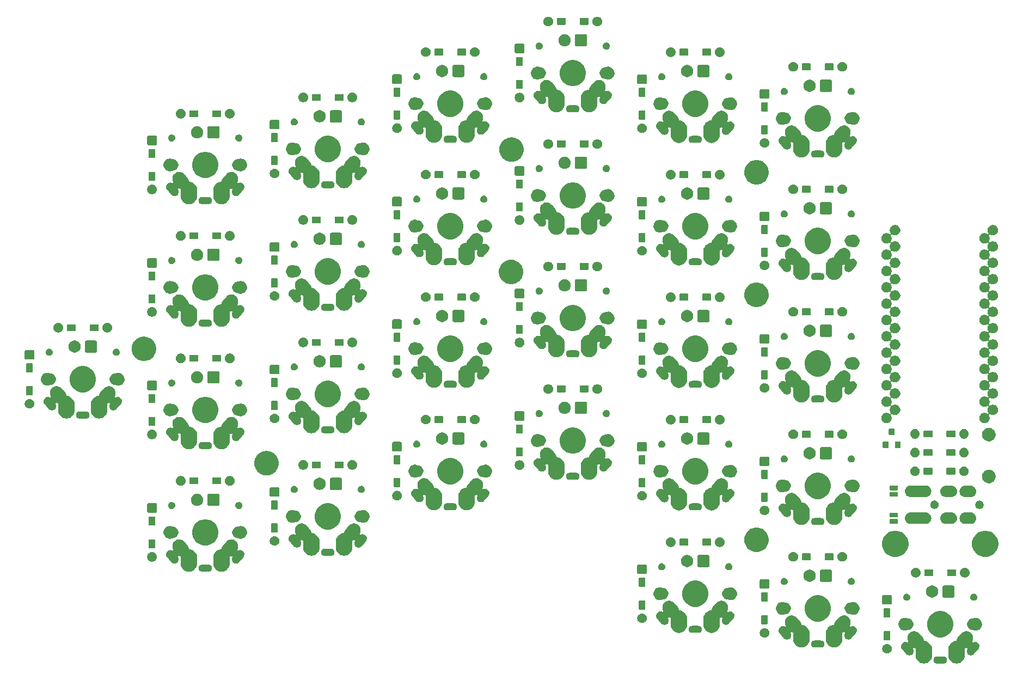
<source format=gbs>
G04 #@! TF.GenerationSoftware,KiCad,Pcbnew,(5.1.2)-2*
G04 #@! TF.CreationDate,2019-11-05T21:10:26+08:00*
G04 #@! TF.ProjectId,Pcb,5063622e-6b69-4636-9164-5f7063625858,rev?*
G04 #@! TF.SameCoordinates,Original*
G04 #@! TF.FileFunction,Soldermask,Bot*
G04 #@! TF.FilePolarity,Negative*
%FSLAX46Y46*%
G04 Gerber Fmt 4.6, Leading zero omitted, Abs format (unit mm)*
G04 Created by KiCad (PCBNEW (5.1.2)-2) date 2019-11-05 21:10:26*
%MOMM*%
%LPD*%
G04 APERTURE LIST*
%ADD10C,0.100000*%
G04 APERTURE END LIST*
D10*
G36*
X216238409Y-126449688D02*
G01*
X216430531Y-126526824D01*
X216603914Y-126639958D01*
X216714810Y-126748462D01*
X216760200Y-126802556D01*
X217295419Y-127440404D01*
X217362685Y-127538736D01*
X217383013Y-127568452D01*
X217387328Y-127578557D01*
X217464320Y-127758845D01*
X217480576Y-127836154D01*
X217487944Y-127859524D01*
X217499730Y-127881008D01*
X217515481Y-127899779D01*
X217534592Y-127915117D01*
X217556327Y-127926432D01*
X217590647Y-127934830D01*
X217715239Y-127947101D01*
X217951053Y-128018634D01*
X218168381Y-128134799D01*
X218358871Y-128291129D01*
X218515201Y-128481619D01*
X218631366Y-128698947D01*
X218702899Y-128934761D01*
X218721000Y-129118543D01*
X218721000Y-130241457D01*
X218702899Y-130425239D01*
X218631366Y-130661053D01*
X218515201Y-130878381D01*
X218358871Y-131068871D01*
X218168380Y-131225201D01*
X217951052Y-131341366D01*
X217715238Y-131412899D01*
X217470000Y-131437053D01*
X217224761Y-131412899D01*
X216988947Y-131341366D01*
X216771619Y-131225201D01*
X216581129Y-131068871D01*
X216424799Y-130878380D01*
X216308634Y-130661052D01*
X216237101Y-130425238D01*
X216219000Y-130241456D01*
X216219000Y-129197871D01*
X216216598Y-129173486D01*
X216209485Y-129150037D01*
X216197934Y-129128426D01*
X216182389Y-129109484D01*
X216163447Y-129093939D01*
X216140576Y-129081874D01*
X215978712Y-129016887D01*
X215955196Y-129010033D01*
X215930785Y-129007897D01*
X215906426Y-129010565D01*
X215883056Y-129017934D01*
X215861573Y-129029720D01*
X215842802Y-129045471D01*
X215827464Y-129064581D01*
X215816149Y-129086316D01*
X215809292Y-129109841D01*
X215807156Y-129134252D01*
X215809824Y-129158611D01*
X215817193Y-129181981D01*
X215863155Y-129289607D01*
X215890556Y-129419919D01*
X215892009Y-129553075D01*
X215867457Y-129683951D01*
X215817845Y-129807521D01*
X215745076Y-129919043D01*
X215651951Y-130014221D01*
X215651950Y-130014222D01*
X215638207Y-130023623D01*
X215542042Y-130089407D01*
X215419586Y-130141702D01*
X215289275Y-130169103D01*
X215156119Y-130170556D01*
X215025244Y-130146004D01*
X214901671Y-130096391D01*
X214790150Y-130023622D01*
X214718826Y-129953837D01*
X214689630Y-129919042D01*
X214065489Y-129175219D01*
X214065484Y-129175213D01*
X214009142Y-129092850D01*
X213956845Y-128970391D01*
X213929445Y-128840081D01*
X213929444Y-128840078D01*
X213928518Y-128755201D01*
X213927991Y-128706926D01*
X213952545Y-128576049D01*
X213957356Y-128564064D01*
X214002155Y-128452479D01*
X214039686Y-128394961D01*
X214074924Y-128340958D01*
X214168050Y-128245778D01*
X214168052Y-128245776D01*
X214277955Y-128170595D01*
X214400414Y-128118298D01*
X214476022Y-128102400D01*
X214530727Y-128090897D01*
X214596559Y-128090179D01*
X214663879Y-128089444D01*
X214774222Y-128110145D01*
X214794755Y-128113997D01*
X214824392Y-128125896D01*
X214856354Y-128138728D01*
X214879879Y-128145584D01*
X214904290Y-128147720D01*
X214928648Y-128145052D01*
X214952018Y-128137683D01*
X214973502Y-128125896D01*
X214992273Y-128110145D01*
X215007610Y-128091035D01*
X215018925Y-128069299D01*
X215025781Y-128045774D01*
X215027917Y-128021363D01*
X215025249Y-127997005D01*
X215017880Y-127973636D01*
X215012674Y-127961445D01*
X214973348Y-127869357D01*
X214935680Y-127781153D01*
X214928180Y-127745486D01*
X214893077Y-127578554D01*
X214890819Y-127371538D01*
X214928991Y-127168058D01*
X215006127Y-126975936D01*
X215119261Y-126802553D01*
X215214501Y-126705213D01*
X215264046Y-126654575D01*
X215434921Y-126537684D01*
X215625313Y-126456377D01*
X215683765Y-126444086D01*
X215827913Y-126413774D01*
X216034929Y-126411516D01*
X216238409Y-126449688D01*
X216238409Y-126449688D01*
G37*
G36*
X224192087Y-126413775D02*
G01*
X224305389Y-126437600D01*
X224394687Y-126456377D01*
X224585079Y-126537684D01*
X224755951Y-126654572D01*
X224803499Y-126703169D01*
X224900739Y-126802554D01*
X224976162Y-126918143D01*
X225013873Y-126975936D01*
X225013873Y-126975937D01*
X225091008Y-127168058D01*
X225129181Y-127371538D01*
X225126922Y-127578555D01*
X225106407Y-127676117D01*
X225084320Y-127781155D01*
X225060832Y-127836155D01*
X225003013Y-127971548D01*
X225003011Y-127971551D01*
X225002121Y-127973635D01*
X224994752Y-127997005D01*
X224992084Y-128021363D01*
X224994220Y-128045774D01*
X225001077Y-128069299D01*
X225012392Y-128091035D01*
X225027729Y-128110145D01*
X225046501Y-128125896D01*
X225067984Y-128137682D01*
X225091354Y-128145051D01*
X225115712Y-128147719D01*
X225140123Y-128145583D01*
X225163648Y-128138726D01*
X225225244Y-128113996D01*
X225356119Y-128089444D01*
X225489275Y-128090897D01*
X225619586Y-128118298D01*
X225742042Y-128170593D01*
X225742045Y-128170595D01*
X225771956Y-128191056D01*
X225851951Y-128245779D01*
X225945076Y-128340957D01*
X226017845Y-128452479D01*
X226067457Y-128576049D01*
X226092009Y-128706925D01*
X226090556Y-128840081D01*
X226063155Y-128970393D01*
X226010860Y-129092848D01*
X225972599Y-129148779D01*
X225954511Y-129175220D01*
X225858527Y-129289609D01*
X225301178Y-129953831D01*
X225264371Y-129989844D01*
X225229847Y-130023623D01*
X225175844Y-130058861D01*
X225118326Y-130096392D01*
X224994758Y-130146002D01*
X224994757Y-130146002D01*
X224994755Y-130146003D01*
X224959540Y-130152609D01*
X224863879Y-130170556D01*
X224796559Y-130169821D01*
X224730727Y-130169103D01*
X224669807Y-130156293D01*
X224600414Y-130141702D01*
X224477955Y-130089405D01*
X224368052Y-130014224D01*
X224368049Y-130014221D01*
X224274924Y-129919042D01*
X224236853Y-129860697D01*
X224202155Y-129807521D01*
X224152545Y-129683953D01*
X224152545Y-129683952D01*
X224152544Y-129683950D01*
X224145938Y-129648735D01*
X224127991Y-129553074D01*
X224128726Y-129485754D01*
X224129444Y-129419922D01*
X224156845Y-129289611D01*
X224156845Y-129289609D01*
X224202808Y-129181981D01*
X224210177Y-129158611D01*
X224212845Y-129134253D01*
X224210709Y-129109842D01*
X224203852Y-129086317D01*
X224192537Y-129064581D01*
X224177200Y-129045471D01*
X224158429Y-129029720D01*
X224136945Y-129017934D01*
X224113575Y-129010565D01*
X224089217Y-129007897D01*
X224064806Y-129010033D01*
X224041281Y-129016890D01*
X224023319Y-129024101D01*
X223879415Y-129081878D01*
X223857692Y-129093186D01*
X223838581Y-129108524D01*
X223822830Y-129127295D01*
X223811044Y-129148779D01*
X223803675Y-129172148D01*
X223801000Y-129197871D01*
X223801000Y-130241457D01*
X223782899Y-130425239D01*
X223711366Y-130661053D01*
X223595201Y-130878381D01*
X223438871Y-131068871D01*
X223248380Y-131225201D01*
X223031052Y-131341366D01*
X222795238Y-131412899D01*
X222550000Y-131437053D01*
X222304761Y-131412899D01*
X222068947Y-131341366D01*
X221851619Y-131225201D01*
X221661129Y-131068871D01*
X221504799Y-130878380D01*
X221388634Y-130661052D01*
X221317101Y-130425238D01*
X221299000Y-130241456D01*
X221299000Y-129118543D01*
X221317101Y-128934761D01*
X221388634Y-128698947D01*
X221454326Y-128576047D01*
X221504799Y-128481620D01*
X221518816Y-128464540D01*
X221661130Y-128291129D01*
X221851620Y-128134799D01*
X222068948Y-128018634D01*
X222304762Y-127947101D01*
X222429353Y-127934830D01*
X222453386Y-127930050D01*
X222476024Y-127920672D01*
X222496399Y-127907058D01*
X222513726Y-127889731D01*
X222527339Y-127869357D01*
X222539424Y-127836155D01*
X222555680Y-127758846D01*
X222636987Y-127568453D01*
X222724582Y-127440404D01*
X222724585Y-127440400D01*
X223305189Y-126748462D01*
X223416086Y-126639958D01*
X223589468Y-126526824D01*
X223781590Y-126449689D01*
X223985070Y-126411516D01*
X224192087Y-126413775D01*
X224192087Y-126413775D01*
G37*
G36*
X220618015Y-130336973D02*
G01*
X220721879Y-130368479D01*
X220749055Y-130383005D01*
X220817600Y-130419643D01*
X220901501Y-130488499D01*
X220970357Y-130572400D01*
X221006995Y-130640945D01*
X221021521Y-130668121D01*
X221053027Y-130771985D01*
X221063666Y-130880000D01*
X221053027Y-130988015D01*
X221021521Y-131091879D01*
X221021519Y-131091882D01*
X220970357Y-131187600D01*
X220901501Y-131271501D01*
X220817600Y-131340357D01*
X220749055Y-131376995D01*
X220721879Y-131391521D01*
X220618015Y-131423027D01*
X220537067Y-131431000D01*
X219482933Y-131431000D01*
X219401985Y-131423027D01*
X219298121Y-131391521D01*
X219270945Y-131376995D01*
X219202400Y-131340357D01*
X219118499Y-131271501D01*
X219049643Y-131187600D01*
X218998481Y-131091882D01*
X218998479Y-131091879D01*
X218966973Y-130988015D01*
X218956334Y-130880000D01*
X218966973Y-130771985D01*
X218998479Y-130668121D01*
X219013005Y-130640945D01*
X219049643Y-130572400D01*
X219118499Y-130488499D01*
X219202400Y-130419643D01*
X219270945Y-130383005D01*
X219298121Y-130368479D01*
X219401985Y-130336973D01*
X219482933Y-130329000D01*
X220537067Y-130329000D01*
X220618015Y-130336973D01*
X220618015Y-130336973D01*
G37*
G36*
X211824425Y-128394599D02*
G01*
X211948621Y-128419302D01*
X212085022Y-128475801D01*
X212207779Y-128557825D01*
X212312175Y-128662221D01*
X212394199Y-128784978D01*
X212450698Y-128921379D01*
X212479500Y-129066181D01*
X212479500Y-129213819D01*
X212450698Y-129358621D01*
X212394199Y-129495022D01*
X212312175Y-129617779D01*
X212207779Y-129722175D01*
X212085022Y-129804199D01*
X211948621Y-129860698D01*
X211824425Y-129885401D01*
X211803820Y-129889500D01*
X211656180Y-129889500D01*
X211635575Y-129885401D01*
X211511379Y-129860698D01*
X211374978Y-129804199D01*
X211252221Y-129722175D01*
X211147825Y-129617779D01*
X211065801Y-129495022D01*
X211009302Y-129358621D01*
X210980500Y-129213819D01*
X210980500Y-129066181D01*
X211009302Y-128921379D01*
X211065801Y-128784978D01*
X211147825Y-128662221D01*
X211252221Y-128557825D01*
X211374978Y-128475801D01*
X211511379Y-128419302D01*
X211635575Y-128394599D01*
X211656180Y-128390500D01*
X211803820Y-128390500D01*
X211824425Y-128394599D01*
X211824425Y-128394599D01*
G37*
G36*
X205142087Y-123943775D02*
G01*
X205264230Y-123969459D01*
X205344687Y-123986377D01*
X205535079Y-124067684D01*
X205705951Y-124184572D01*
X205715542Y-124194375D01*
X205850739Y-124332554D01*
X205913671Y-124429000D01*
X205963873Y-124505936D01*
X205977393Y-124539611D01*
X206041008Y-124698058D01*
X206079181Y-124901538D01*
X206076922Y-125108555D01*
X206056886Y-125203837D01*
X206034320Y-125311155D01*
X206010832Y-125366155D01*
X205953013Y-125501548D01*
X205953011Y-125501551D01*
X205952121Y-125503635D01*
X205944752Y-125527005D01*
X205942084Y-125551363D01*
X205944220Y-125575774D01*
X205951077Y-125599299D01*
X205962392Y-125621035D01*
X205977729Y-125640145D01*
X205996501Y-125655896D01*
X206017984Y-125667682D01*
X206041354Y-125675051D01*
X206065712Y-125677719D01*
X206090123Y-125675583D01*
X206113648Y-125668726D01*
X206175244Y-125643996D01*
X206306119Y-125619444D01*
X206439275Y-125620897D01*
X206569586Y-125648298D01*
X206692042Y-125700593D01*
X206801951Y-125775779D01*
X206895076Y-125870957D01*
X206967845Y-125982479D01*
X207017457Y-126106049D01*
X207042009Y-126236925D01*
X207040556Y-126370081D01*
X207013155Y-126500393D01*
X206960860Y-126622848D01*
X206922599Y-126678779D01*
X206904511Y-126705220D01*
X206808527Y-126819609D01*
X206251178Y-127483831D01*
X206214371Y-127519844D01*
X206179847Y-127553623D01*
X206141639Y-127578554D01*
X206068326Y-127626392D01*
X205944758Y-127676002D01*
X205944757Y-127676002D01*
X205944755Y-127676003D01*
X205909540Y-127682609D01*
X205813879Y-127700556D01*
X205746559Y-127699821D01*
X205680727Y-127699103D01*
X205619807Y-127686293D01*
X205550414Y-127671702D01*
X205427955Y-127619405D01*
X205318052Y-127544224D01*
X205318049Y-127544221D01*
X205224924Y-127449042D01*
X205174352Y-127371538D01*
X205152155Y-127337521D01*
X205102545Y-127213953D01*
X205102545Y-127213952D01*
X205102544Y-127213950D01*
X205093935Y-127168058D01*
X205077991Y-127083074D01*
X205078726Y-127015754D01*
X205079444Y-126949922D01*
X205106845Y-126819611D01*
X205106845Y-126819609D01*
X205152808Y-126711981D01*
X205160177Y-126688611D01*
X205162845Y-126664253D01*
X205160709Y-126639842D01*
X205153852Y-126616317D01*
X205142537Y-126594581D01*
X205127200Y-126575471D01*
X205108429Y-126559720D01*
X205086945Y-126547934D01*
X205063575Y-126540565D01*
X205039217Y-126537897D01*
X205014806Y-126540033D01*
X204991281Y-126546890D01*
X204973319Y-126554101D01*
X204829415Y-126611878D01*
X204807692Y-126623186D01*
X204788581Y-126638524D01*
X204772830Y-126657295D01*
X204761044Y-126678779D01*
X204753675Y-126702148D01*
X204751000Y-126727871D01*
X204751000Y-127771457D01*
X204732899Y-127955239D01*
X204661366Y-128191053D01*
X204545201Y-128408381D01*
X204388871Y-128598871D01*
X204198380Y-128755201D01*
X203981052Y-128871366D01*
X203745238Y-128942899D01*
X203500000Y-128967053D01*
X203254761Y-128942899D01*
X203018947Y-128871366D01*
X202801619Y-128755201D01*
X202611129Y-128598871D01*
X202454799Y-128408380D01*
X202338634Y-128191052D01*
X202267101Y-127955238D01*
X202249000Y-127771456D01*
X202249000Y-126648543D01*
X202267101Y-126464761D01*
X202338634Y-126228947D01*
X202404326Y-126106047D01*
X202454799Y-126011620D01*
X202468816Y-125994540D01*
X202611130Y-125821129D01*
X202801620Y-125664799D01*
X203018948Y-125548634D01*
X203254762Y-125477101D01*
X203379353Y-125464830D01*
X203403386Y-125460050D01*
X203426024Y-125450672D01*
X203446399Y-125437058D01*
X203463726Y-125419731D01*
X203477339Y-125399357D01*
X203489424Y-125366155D01*
X203493580Y-125346392D01*
X203500989Y-125311155D01*
X203505680Y-125288846D01*
X203586987Y-125098453D01*
X203674582Y-124970404D01*
X203705168Y-124933953D01*
X204255189Y-124278462D01*
X204366086Y-124169958D01*
X204539468Y-124056824D01*
X204731590Y-123979689D01*
X204935070Y-123941516D01*
X205142087Y-123943775D01*
X205142087Y-123943775D01*
G37*
G36*
X197188409Y-123979688D02*
G01*
X197380531Y-124056824D01*
X197553914Y-124169958D01*
X197664810Y-124278462D01*
X197712066Y-124334780D01*
X198245419Y-124970404D01*
X198302740Y-125054199D01*
X198333013Y-125098452D01*
X198350542Y-125139500D01*
X198414320Y-125288845D01*
X198430576Y-125366154D01*
X198437944Y-125389524D01*
X198449730Y-125411008D01*
X198465481Y-125429779D01*
X198484592Y-125445117D01*
X198506327Y-125456432D01*
X198540647Y-125464830D01*
X198665239Y-125477101D01*
X198901053Y-125548634D01*
X199118381Y-125664799D01*
X199308871Y-125821129D01*
X199465201Y-126011619D01*
X199581366Y-126228947D01*
X199652899Y-126464761D01*
X199671000Y-126648543D01*
X199671000Y-127771457D01*
X199652899Y-127955239D01*
X199581366Y-128191053D01*
X199465201Y-128408381D01*
X199308871Y-128598871D01*
X199118380Y-128755201D01*
X198901052Y-128871366D01*
X198665238Y-128942899D01*
X198420000Y-128967053D01*
X198174761Y-128942899D01*
X197938947Y-128871366D01*
X197721619Y-128755201D01*
X197531129Y-128598871D01*
X197374799Y-128408380D01*
X197258634Y-128191052D01*
X197187101Y-127955238D01*
X197169000Y-127771456D01*
X197169000Y-126727871D01*
X197166598Y-126703486D01*
X197159485Y-126680037D01*
X197147934Y-126658426D01*
X197132389Y-126639484D01*
X197113447Y-126623939D01*
X197090576Y-126611874D01*
X196928712Y-126546887D01*
X196905196Y-126540033D01*
X196880785Y-126537897D01*
X196856426Y-126540565D01*
X196833056Y-126547934D01*
X196811573Y-126559720D01*
X196792802Y-126575471D01*
X196777464Y-126594581D01*
X196766149Y-126616316D01*
X196759292Y-126639841D01*
X196757156Y-126664252D01*
X196759824Y-126688611D01*
X196767193Y-126711981D01*
X196813155Y-126819607D01*
X196840556Y-126949919D01*
X196842009Y-127083075D01*
X196817457Y-127213951D01*
X196767845Y-127337521D01*
X196695076Y-127449043D01*
X196601951Y-127544221D01*
X196601950Y-127544222D01*
X196566528Y-127568453D01*
X196492042Y-127619407D01*
X196369586Y-127671702D01*
X196239275Y-127699103D01*
X196106119Y-127700556D01*
X195975244Y-127676004D01*
X195851671Y-127626391D01*
X195740150Y-127553622D01*
X195668826Y-127483837D01*
X195639630Y-127449042D01*
X195015489Y-126705219D01*
X195015484Y-126705213D01*
X194959142Y-126622850D01*
X194906845Y-126500391D01*
X194879445Y-126370081D01*
X194879444Y-126370078D01*
X194878598Y-126292532D01*
X194877991Y-126236926D01*
X194902545Y-126106049D01*
X194907356Y-126094064D01*
X194952155Y-125982479D01*
X194989686Y-125924961D01*
X195024924Y-125870958D01*
X195118050Y-125775778D01*
X195118052Y-125775776D01*
X195227955Y-125700595D01*
X195350414Y-125648298D01*
X195419807Y-125633707D01*
X195480727Y-125620897D01*
X195546559Y-125620179D01*
X195613879Y-125619444D01*
X195724222Y-125640145D01*
X195744755Y-125643997D01*
X195774392Y-125655896D01*
X195806354Y-125668728D01*
X195829879Y-125675584D01*
X195854290Y-125677720D01*
X195878648Y-125675052D01*
X195902018Y-125667683D01*
X195923502Y-125655896D01*
X195942273Y-125640145D01*
X195957610Y-125621035D01*
X195968925Y-125599299D01*
X195975781Y-125575774D01*
X195977917Y-125551363D01*
X195975249Y-125527005D01*
X195967880Y-125503636D01*
X195962679Y-125491456D01*
X195900729Y-125346392D01*
X195885680Y-125311153D01*
X195878180Y-125275486D01*
X195843077Y-125108554D01*
X195840819Y-124901538D01*
X195878991Y-124698058D01*
X195956127Y-124505936D01*
X196069261Y-124332553D01*
X196132486Y-124267934D01*
X196214046Y-124184575D01*
X196384921Y-124067684D01*
X196575313Y-123986377D01*
X196633765Y-123974086D01*
X196777913Y-123943774D01*
X196984929Y-123941516D01*
X197188409Y-123979688D01*
X197188409Y-123979688D01*
G37*
G36*
X201568015Y-127866973D02*
G01*
X201671879Y-127898479D01*
X201687929Y-127907058D01*
X201767600Y-127949643D01*
X201851501Y-128018499D01*
X201920357Y-128102400D01*
X201943439Y-128145584D01*
X201971521Y-128198121D01*
X202003027Y-128301985D01*
X202013666Y-128410000D01*
X202003027Y-128518015D01*
X201971521Y-128621879D01*
X201971519Y-128621882D01*
X201920357Y-128717600D01*
X201851501Y-128801501D01*
X201767600Y-128870357D01*
X201712063Y-128900042D01*
X201671879Y-128921521D01*
X201568015Y-128953027D01*
X201487067Y-128961000D01*
X200432933Y-128961000D01*
X200351985Y-128953027D01*
X200248121Y-128921521D01*
X200207937Y-128900042D01*
X200152400Y-128870357D01*
X200068499Y-128801501D01*
X199999643Y-128717600D01*
X199948481Y-128621882D01*
X199948479Y-128621879D01*
X199916973Y-128518015D01*
X199906334Y-128410000D01*
X199916973Y-128301985D01*
X199948479Y-128198121D01*
X199976561Y-128145584D01*
X199999643Y-128102400D01*
X200068499Y-128018499D01*
X200152400Y-127949643D01*
X200232071Y-127907058D01*
X200248121Y-127898479D01*
X200351985Y-127866973D01*
X200432933Y-127859000D01*
X201487067Y-127859000D01*
X201568015Y-127866973D01*
X201568015Y-127866973D01*
G37*
G36*
X212146896Y-126407194D02*
G01*
X212172183Y-126414865D01*
X212195486Y-126427321D01*
X212215914Y-126444086D01*
X212232679Y-126464514D01*
X212245135Y-126487817D01*
X212252806Y-126513104D01*
X212256000Y-126545538D01*
X212256000Y-127664462D01*
X212252806Y-127696896D01*
X212245135Y-127722183D01*
X212232679Y-127745486D01*
X212215914Y-127765914D01*
X212195486Y-127782679D01*
X212172183Y-127795135D01*
X212146896Y-127802806D01*
X212114462Y-127806000D01*
X211345538Y-127806000D01*
X211313104Y-127802806D01*
X211287817Y-127795135D01*
X211264514Y-127782679D01*
X211244086Y-127765914D01*
X211227321Y-127745486D01*
X211214865Y-127722183D01*
X211207194Y-127696896D01*
X211204000Y-127664462D01*
X211204000Y-126545538D01*
X211207194Y-126513104D01*
X211214865Y-126487817D01*
X211227321Y-126464514D01*
X211244086Y-126444086D01*
X211264514Y-126427321D01*
X211287817Y-126414865D01*
X211313104Y-126407194D01*
X211345538Y-126404000D01*
X212114462Y-126404000D01*
X212146896Y-126407194D01*
X212146896Y-126407194D01*
G37*
G36*
X192774425Y-125924599D02*
G01*
X192898621Y-125949302D01*
X193035022Y-126005801D01*
X193157779Y-126087825D01*
X193262175Y-126192221D01*
X193344199Y-126314978D01*
X193400698Y-126451379D01*
X193419903Y-126547934D01*
X193429500Y-126596180D01*
X193429500Y-126743820D01*
X193425401Y-126764425D01*
X193400698Y-126888621D01*
X193344199Y-127025022D01*
X193262175Y-127147779D01*
X193157779Y-127252175D01*
X193035022Y-127334199D01*
X192898621Y-127390698D01*
X192774425Y-127415401D01*
X192753820Y-127419500D01*
X192606180Y-127419500D01*
X192585575Y-127415401D01*
X192461379Y-127390698D01*
X192324978Y-127334199D01*
X192202221Y-127252175D01*
X192097825Y-127147779D01*
X192015801Y-127025022D01*
X191959302Y-126888621D01*
X191934599Y-126764425D01*
X191930500Y-126743820D01*
X191930500Y-126596180D01*
X191940097Y-126547934D01*
X191959302Y-126451379D01*
X192015801Y-126314978D01*
X192097825Y-126192221D01*
X192202221Y-126087825D01*
X192324978Y-126005801D01*
X192461379Y-125949302D01*
X192585575Y-125924599D01*
X192606180Y-125920500D01*
X192753820Y-125920500D01*
X192774425Y-125924599D01*
X192774425Y-125924599D01*
G37*
G36*
X220608254Y-123357818D02*
G01*
X220981511Y-123512426D01*
X220981513Y-123512427D01*
X221317436Y-123736884D01*
X221603116Y-124022564D01*
X221817125Y-124342850D01*
X221827574Y-124358489D01*
X221982182Y-124731746D01*
X222061000Y-125127993D01*
X222061000Y-125532007D01*
X221982182Y-125928254D01*
X221853875Y-126238015D01*
X221827573Y-126301513D01*
X221603116Y-126637436D01*
X221317436Y-126923116D01*
X220981513Y-127147573D01*
X220981512Y-127147574D01*
X220981511Y-127147574D01*
X220608254Y-127302182D01*
X220212007Y-127381000D01*
X219807993Y-127381000D01*
X219411746Y-127302182D01*
X219038489Y-127147574D01*
X219038488Y-127147574D01*
X219038487Y-127147573D01*
X218702564Y-126923116D01*
X218416884Y-126637436D01*
X218192427Y-126301513D01*
X218166125Y-126238015D01*
X218037818Y-125928254D01*
X217959000Y-125532007D01*
X217959000Y-125127993D01*
X218037818Y-124731746D01*
X218192426Y-124358489D01*
X218202876Y-124342850D01*
X218416884Y-124022564D01*
X218702564Y-123736884D01*
X219038487Y-123512427D01*
X219038489Y-123512426D01*
X219411746Y-123357818D01*
X219807993Y-123279000D01*
X220212007Y-123279000D01*
X220608254Y-123357818D01*
X220608254Y-123357818D01*
G37*
G36*
X186092087Y-121663775D02*
G01*
X186214230Y-121689459D01*
X186294687Y-121706377D01*
X186485079Y-121787684D01*
X186655951Y-121904572D01*
X186699894Y-121949485D01*
X186800739Y-122052554D01*
X186851596Y-122130495D01*
X186913873Y-122225936D01*
X186913873Y-122225937D01*
X186991008Y-122418058D01*
X187029181Y-122621538D01*
X187026922Y-122828555D01*
X187008847Y-122914514D01*
X186984320Y-123031155D01*
X186960832Y-123086155D01*
X186903013Y-123221548D01*
X186903011Y-123221551D01*
X186902121Y-123223635D01*
X186894752Y-123247005D01*
X186892084Y-123271363D01*
X186894220Y-123295774D01*
X186901077Y-123319299D01*
X186912392Y-123341035D01*
X186927729Y-123360145D01*
X186946501Y-123375896D01*
X186967984Y-123387682D01*
X186991354Y-123395051D01*
X187015712Y-123397719D01*
X187040123Y-123395583D01*
X187063648Y-123388726D01*
X187125244Y-123363996D01*
X187256119Y-123339444D01*
X187389275Y-123340897D01*
X187519586Y-123368298D01*
X187642042Y-123420593D01*
X187642045Y-123420595D01*
X187697098Y-123458255D01*
X187751951Y-123495779D01*
X187845076Y-123590957D01*
X187917845Y-123702479D01*
X187967457Y-123826049D01*
X187992009Y-123956925D01*
X187990556Y-124090081D01*
X187963155Y-124220393D01*
X187910860Y-124342848D01*
X187872599Y-124398779D01*
X187854511Y-124425220D01*
X187625572Y-124698058D01*
X187201178Y-125203831D01*
X187177604Y-125226896D01*
X187129847Y-125273623D01*
X187095685Y-125295914D01*
X187018326Y-125346392D01*
X186894758Y-125396002D01*
X186894757Y-125396002D01*
X186894755Y-125396003D01*
X186859540Y-125402609D01*
X186763879Y-125420556D01*
X186696559Y-125419821D01*
X186630727Y-125419103D01*
X186569807Y-125406293D01*
X186500414Y-125391702D01*
X186377955Y-125339405D01*
X186268052Y-125264224D01*
X186231530Y-125226896D01*
X186174924Y-125169042D01*
X186108463Y-125067188D01*
X186102155Y-125057521D01*
X186052545Y-124933953D01*
X186052545Y-124933952D01*
X186052544Y-124933950D01*
X186045938Y-124898735D01*
X186027991Y-124803074D01*
X186028770Y-124731745D01*
X186029444Y-124669922D01*
X186056845Y-124539611D01*
X186056845Y-124539609D01*
X186102808Y-124431981D01*
X186110177Y-124408611D01*
X186112845Y-124384253D01*
X186110709Y-124359842D01*
X186103852Y-124336317D01*
X186092537Y-124314581D01*
X186077200Y-124295471D01*
X186058429Y-124279720D01*
X186036945Y-124267934D01*
X186013575Y-124260565D01*
X185989217Y-124257897D01*
X185964806Y-124260033D01*
X185941281Y-124266890D01*
X185923319Y-124274101D01*
X185779415Y-124331878D01*
X185757692Y-124343186D01*
X185738581Y-124358524D01*
X185722830Y-124377295D01*
X185711044Y-124398779D01*
X185703675Y-124422148D01*
X185701000Y-124447871D01*
X185701000Y-125491457D01*
X185682899Y-125675239D01*
X185611366Y-125911053D01*
X185495201Y-126128381D01*
X185338871Y-126318871D01*
X185148380Y-126475201D01*
X184931052Y-126591366D01*
X184695238Y-126662899D01*
X184450000Y-126687053D01*
X184204761Y-126662899D01*
X183968947Y-126591366D01*
X183751619Y-126475201D01*
X183561129Y-126318871D01*
X183404799Y-126128380D01*
X183288634Y-125911052D01*
X183217101Y-125675238D01*
X183199000Y-125491456D01*
X183199000Y-124368543D01*
X183217101Y-124184761D01*
X183288634Y-123948947D01*
X183356205Y-123822532D01*
X183404799Y-123731620D01*
X183418816Y-123714540D01*
X183561130Y-123541129D01*
X183751620Y-123384799D01*
X183968948Y-123268634D01*
X184204762Y-123197101D01*
X184329353Y-123184830D01*
X184353386Y-123180050D01*
X184376024Y-123170672D01*
X184396399Y-123157058D01*
X184413726Y-123139731D01*
X184427339Y-123119357D01*
X184439424Y-123086155D01*
X184455680Y-123008846D01*
X184536987Y-122818453D01*
X184624582Y-122690404D01*
X184651778Y-122657993D01*
X185205189Y-121998462D01*
X185316086Y-121889958D01*
X185489468Y-121776824D01*
X185681590Y-121699689D01*
X185885070Y-121661516D01*
X186092087Y-121663775D01*
X186092087Y-121663775D01*
G37*
G36*
X178138409Y-121699688D02*
G01*
X178330531Y-121776824D01*
X178503914Y-121889958D01*
X178614810Y-121998462D01*
X178660200Y-122052556D01*
X179195419Y-122690404D01*
X179250728Y-122771258D01*
X179283013Y-122818452D01*
X179299920Y-122858043D01*
X179364320Y-123008845D01*
X179380576Y-123086154D01*
X179387944Y-123109524D01*
X179399730Y-123131008D01*
X179415481Y-123149779D01*
X179434592Y-123165117D01*
X179456327Y-123176432D01*
X179490647Y-123184830D01*
X179615239Y-123197101D01*
X179851053Y-123268634D01*
X180068381Y-123384799D01*
X180258871Y-123541129D01*
X180415201Y-123731619D01*
X180531366Y-123948947D01*
X180602899Y-124184761D01*
X180621000Y-124368543D01*
X180621000Y-125491457D01*
X180602899Y-125675239D01*
X180531366Y-125911053D01*
X180415201Y-126128381D01*
X180258871Y-126318871D01*
X180068380Y-126475201D01*
X179851052Y-126591366D01*
X179615238Y-126662899D01*
X179370000Y-126687053D01*
X179124761Y-126662899D01*
X178888947Y-126591366D01*
X178671619Y-126475201D01*
X178481129Y-126318871D01*
X178324799Y-126128380D01*
X178208634Y-125911052D01*
X178137101Y-125675238D01*
X178119000Y-125491456D01*
X178119000Y-124447871D01*
X178116598Y-124423486D01*
X178109485Y-124400037D01*
X178097934Y-124378426D01*
X178082389Y-124359484D01*
X178063447Y-124343939D01*
X178040576Y-124331874D01*
X177878712Y-124266887D01*
X177855196Y-124260033D01*
X177830785Y-124257897D01*
X177806426Y-124260565D01*
X177783056Y-124267934D01*
X177761573Y-124279720D01*
X177742802Y-124295471D01*
X177727464Y-124314581D01*
X177716149Y-124336316D01*
X177709292Y-124359841D01*
X177707156Y-124384252D01*
X177709824Y-124408611D01*
X177717193Y-124431981D01*
X177763155Y-124539607D01*
X177790556Y-124669919D01*
X177792009Y-124803075D01*
X177767457Y-124933951D01*
X177717845Y-125057521D01*
X177645076Y-125169043D01*
X177573211Y-125242492D01*
X177551950Y-125264222D01*
X177442045Y-125339405D01*
X177442042Y-125339407D01*
X177319586Y-125391702D01*
X177189275Y-125419103D01*
X177056119Y-125420556D01*
X176925244Y-125396004D01*
X176801671Y-125346391D01*
X176690150Y-125273622D01*
X176618826Y-125203837D01*
X176589630Y-125169042D01*
X175965489Y-124425219D01*
X175965484Y-124425213D01*
X175909142Y-124342850D01*
X175856845Y-124220391D01*
X175841391Y-124146896D01*
X175829444Y-124090078D01*
X175828414Y-123995625D01*
X175827991Y-123956926D01*
X175845988Y-123861000D01*
X175852544Y-123826050D01*
X175857356Y-123814064D01*
X175902155Y-123702479D01*
X175939686Y-123644961D01*
X175974924Y-123590958D01*
X176068050Y-123495778D01*
X176068052Y-123495776D01*
X176177955Y-123420595D01*
X176300414Y-123368298D01*
X176369807Y-123353707D01*
X176430727Y-123340897D01*
X176496559Y-123340179D01*
X176563879Y-123339444D01*
X176661823Y-123357819D01*
X176694755Y-123363997D01*
X176724392Y-123375896D01*
X176756354Y-123388728D01*
X176779879Y-123395584D01*
X176804290Y-123397720D01*
X176828648Y-123395052D01*
X176852018Y-123387683D01*
X176873502Y-123375896D01*
X176892273Y-123360145D01*
X176907610Y-123341035D01*
X176918925Y-123319299D01*
X176925781Y-123295774D01*
X176927917Y-123271363D01*
X176925249Y-123247005D01*
X176917880Y-123223636D01*
X176912674Y-123211445D01*
X176849878Y-123064400D01*
X176835680Y-123031153D01*
X176828180Y-122995486D01*
X176793077Y-122828554D01*
X176790819Y-122621538D01*
X176828991Y-122418058D01*
X176906127Y-122225936D01*
X177019261Y-122052553D01*
X177076918Y-121993625D01*
X177164046Y-121904575D01*
X177334921Y-121787684D01*
X177525313Y-121706377D01*
X177583765Y-121694086D01*
X177727913Y-121663774D01*
X177934929Y-121661516D01*
X178138409Y-121699688D01*
X178138409Y-121699688D01*
G37*
G36*
X182518015Y-125586973D02*
G01*
X182621879Y-125618479D01*
X182642684Y-125629600D01*
X182717600Y-125669643D01*
X182801501Y-125738499D01*
X182870357Y-125822400D01*
X182896312Y-125870959D01*
X182921521Y-125918121D01*
X182953027Y-126021985D01*
X182963666Y-126130000D01*
X182953027Y-126238015D01*
X182921521Y-126341879D01*
X182921519Y-126341882D01*
X182870357Y-126437600D01*
X182801501Y-126521501D01*
X182717600Y-126590357D01*
X182656813Y-126622848D01*
X182621879Y-126641521D01*
X182518015Y-126673027D01*
X182437067Y-126681000D01*
X181382933Y-126681000D01*
X181301985Y-126673027D01*
X181198121Y-126641521D01*
X181163187Y-126622848D01*
X181102400Y-126590357D01*
X181018499Y-126521501D01*
X180949643Y-126437600D01*
X180898481Y-126341882D01*
X180898479Y-126341879D01*
X180866973Y-126238015D01*
X180856334Y-126130000D01*
X180866973Y-126021985D01*
X180898479Y-125918121D01*
X180923688Y-125870959D01*
X180949643Y-125822400D01*
X181018499Y-125738499D01*
X181102400Y-125669643D01*
X181177316Y-125629600D01*
X181198121Y-125618479D01*
X181301985Y-125586973D01*
X181382933Y-125579000D01*
X182437067Y-125579000D01*
X182518015Y-125586973D01*
X182518015Y-125586973D01*
G37*
G36*
X225679908Y-124343186D02*
G01*
X225801981Y-124367468D01*
X225901308Y-124408611D01*
X225941389Y-124425213D01*
X225984151Y-124442926D01*
X226148100Y-124552473D01*
X226287527Y-124691900D01*
X226381260Y-124832182D01*
X226397075Y-124855851D01*
X226402016Y-124867779D01*
X226472532Y-125038019D01*
X226486563Y-125108556D01*
X226511000Y-125231409D01*
X226511000Y-125428591D01*
X226501351Y-125477101D01*
X226472532Y-125621981D01*
X226439969Y-125700595D01*
X226408828Y-125775776D01*
X226397074Y-125804151D01*
X226287527Y-125968100D01*
X226148100Y-126107527D01*
X225984151Y-126217074D01*
X225984150Y-126217075D01*
X225984149Y-126217075D01*
X225936222Y-126236927D01*
X225801981Y-126292532D01*
X225608591Y-126331000D01*
X225411409Y-126331000D01*
X225218019Y-126292532D01*
X225092440Y-126240515D01*
X225068991Y-126233402D01*
X225044605Y-126231000D01*
X225001258Y-126231000D01*
X224976488Y-126226073D01*
X224827188Y-126196376D01*
X224663216Y-126128456D01*
X224515646Y-126029853D01*
X224390147Y-125904354D01*
X224291544Y-125756784D01*
X224223624Y-125592812D01*
X224192643Y-125437058D01*
X224189000Y-125418742D01*
X224189000Y-125241258D01*
X224198308Y-125194462D01*
X224223624Y-125067188D01*
X224291544Y-124903216D01*
X224390147Y-124755646D01*
X224515646Y-124630147D01*
X224663216Y-124531544D01*
X224827188Y-124463624D01*
X224986272Y-124431981D01*
X225001258Y-124429000D01*
X225044605Y-124429000D01*
X225068991Y-124426598D01*
X225092440Y-124419485D01*
X225118692Y-124408611D01*
X225218019Y-124367468D01*
X225340092Y-124343186D01*
X225411409Y-124329000D01*
X225608591Y-124329000D01*
X225679908Y-124343186D01*
X225679908Y-124343186D01*
G37*
G36*
X214679908Y-124343186D02*
G01*
X214801981Y-124367468D01*
X214901308Y-124408611D01*
X214927560Y-124419485D01*
X214951009Y-124426598D01*
X214975395Y-124429000D01*
X215018742Y-124429000D01*
X215033728Y-124431981D01*
X215192812Y-124463624D01*
X215356784Y-124531544D01*
X215504354Y-124630147D01*
X215629853Y-124755646D01*
X215728456Y-124903216D01*
X215796376Y-125067188D01*
X215821692Y-125194462D01*
X215831000Y-125241258D01*
X215831000Y-125418742D01*
X215827357Y-125437058D01*
X215796376Y-125592812D01*
X215728456Y-125756784D01*
X215629853Y-125904354D01*
X215504354Y-126029853D01*
X215356784Y-126128456D01*
X215192812Y-126196376D01*
X215043512Y-126226073D01*
X215018742Y-126231000D01*
X214975395Y-126231000D01*
X214951009Y-126233402D01*
X214927560Y-126240515D01*
X214801981Y-126292532D01*
X214608591Y-126331000D01*
X214411409Y-126331000D01*
X214218019Y-126292532D01*
X214083778Y-126236927D01*
X214035851Y-126217075D01*
X214035850Y-126217075D01*
X214035849Y-126217074D01*
X213871900Y-126107527D01*
X213732473Y-125968100D01*
X213622926Y-125804151D01*
X213611173Y-125775776D01*
X213580031Y-125700595D01*
X213547468Y-125621981D01*
X213518649Y-125477101D01*
X213509000Y-125428591D01*
X213509000Y-125231409D01*
X213533437Y-125108556D01*
X213547468Y-125038019D01*
X213617984Y-124867779D01*
X213622925Y-124855851D01*
X213638740Y-124832182D01*
X213732473Y-124691900D01*
X213871900Y-124552473D01*
X214035849Y-124442926D01*
X214078612Y-124425213D01*
X214118692Y-124408611D01*
X214218019Y-124367468D01*
X214340092Y-124343186D01*
X214411409Y-124329000D01*
X214608591Y-124329000D01*
X214679908Y-124343186D01*
X214679908Y-124343186D01*
G37*
G36*
X193096896Y-123937194D02*
G01*
X193122183Y-123944865D01*
X193145486Y-123957321D01*
X193165914Y-123974086D01*
X193182679Y-123994514D01*
X193195135Y-124017817D01*
X193202806Y-124043104D01*
X193206000Y-124075538D01*
X193206000Y-125194462D01*
X193202806Y-125226896D01*
X193195135Y-125252183D01*
X193182679Y-125275486D01*
X193165914Y-125295914D01*
X193145486Y-125312679D01*
X193122183Y-125325135D01*
X193096896Y-125332806D01*
X193064462Y-125336000D01*
X192295538Y-125336000D01*
X192263104Y-125332806D01*
X192237817Y-125325135D01*
X192214514Y-125312679D01*
X192194086Y-125295914D01*
X192177321Y-125275486D01*
X192164865Y-125252183D01*
X192157194Y-125226896D01*
X192154000Y-125194462D01*
X192154000Y-124075538D01*
X192157194Y-124043104D01*
X192164865Y-124017817D01*
X192177321Y-123994514D01*
X192194086Y-123974086D01*
X192214514Y-123957321D01*
X192237817Y-123944865D01*
X192263104Y-123937194D01*
X192295538Y-123934000D01*
X193064462Y-123934000D01*
X193096896Y-123937194D01*
X193096896Y-123937194D01*
G37*
G36*
X173724425Y-123644599D02*
G01*
X173848621Y-123669302D01*
X173985022Y-123725801D01*
X174107779Y-123807825D01*
X174212175Y-123912221D01*
X174294199Y-124034978D01*
X174350698Y-124171379D01*
X174379500Y-124316181D01*
X174379500Y-124463819D01*
X174350698Y-124608621D01*
X174294199Y-124745022D01*
X174212175Y-124867779D01*
X174107779Y-124972175D01*
X173985022Y-125054199D01*
X173848621Y-125110698D01*
X173724425Y-125135401D01*
X173703820Y-125139500D01*
X173556180Y-125139500D01*
X173535575Y-125135401D01*
X173411379Y-125110698D01*
X173274978Y-125054199D01*
X173152221Y-124972175D01*
X173047825Y-124867779D01*
X172965801Y-124745022D01*
X172909302Y-124608621D01*
X172880500Y-124463819D01*
X172880500Y-124316181D01*
X172909302Y-124171379D01*
X172965801Y-124034978D01*
X173047825Y-123912221D01*
X173152221Y-123807825D01*
X173274978Y-123725801D01*
X173411379Y-123669302D01*
X173535575Y-123644599D01*
X173556180Y-123640500D01*
X173703820Y-123640500D01*
X173724425Y-123644599D01*
X173724425Y-123644599D01*
G37*
G36*
X201558254Y-120887818D02*
G01*
X201906193Y-121031939D01*
X201931513Y-121042427D01*
X202267436Y-121266884D01*
X202553116Y-121552564D01*
X202776871Y-121887436D01*
X202777574Y-121888489D01*
X202932182Y-122261746D01*
X203011000Y-122657993D01*
X203011000Y-123062007D01*
X202932182Y-123458254D01*
X202802839Y-123770515D01*
X202777573Y-123831513D01*
X202553116Y-124167436D01*
X202267436Y-124453116D01*
X201931513Y-124677573D01*
X201931512Y-124677574D01*
X201931511Y-124677574D01*
X201558254Y-124832182D01*
X201162007Y-124911000D01*
X200757993Y-124911000D01*
X200361746Y-124832182D01*
X199988489Y-124677574D01*
X199988488Y-124677574D01*
X199988487Y-124677573D01*
X199652564Y-124453116D01*
X199366884Y-124167436D01*
X199142427Y-123831513D01*
X199117161Y-123770515D01*
X198987818Y-123458254D01*
X198909000Y-123062007D01*
X198909000Y-122657993D01*
X198987818Y-122261746D01*
X199142426Y-121888489D01*
X199143130Y-121887436D01*
X199366884Y-121552564D01*
X199652564Y-121266884D01*
X199988487Y-121042427D01*
X200013807Y-121031939D01*
X200361746Y-120887818D01*
X200757993Y-120809000D01*
X201162007Y-120809000D01*
X201558254Y-120887818D01*
X201558254Y-120887818D01*
G37*
G36*
X212146896Y-122857194D02*
G01*
X212172183Y-122864865D01*
X212195486Y-122877321D01*
X212215914Y-122894086D01*
X212232679Y-122914514D01*
X212245135Y-122937817D01*
X212252806Y-122963104D01*
X212256000Y-122995538D01*
X212256000Y-124114462D01*
X212252806Y-124146896D01*
X212245135Y-124172183D01*
X212232679Y-124195486D01*
X212215914Y-124215914D01*
X212195486Y-124232679D01*
X212172183Y-124245135D01*
X212146896Y-124252806D01*
X212114462Y-124256000D01*
X211345538Y-124256000D01*
X211313104Y-124252806D01*
X211287817Y-124245135D01*
X211264514Y-124232679D01*
X211244086Y-124215914D01*
X211227321Y-124195486D01*
X211214865Y-124172183D01*
X211207194Y-124146896D01*
X211204000Y-124114462D01*
X211204000Y-122995538D01*
X211207194Y-122963104D01*
X211214865Y-122937817D01*
X211227321Y-122914514D01*
X211244086Y-122894086D01*
X211264514Y-122877321D01*
X211287817Y-122864865D01*
X211313104Y-122857194D01*
X211345538Y-122854000D01*
X212114462Y-122854000D01*
X212146896Y-122857194D01*
X212146896Y-122857194D01*
G37*
G36*
X195585738Y-121864400D02*
G01*
X195751981Y-121897468D01*
X195872310Y-121947311D01*
X195877560Y-121949485D01*
X195901009Y-121956598D01*
X195925395Y-121959000D01*
X195968742Y-121959000D01*
X195993512Y-121963927D01*
X196142812Y-121993624D01*
X196306784Y-122061544D01*
X196454354Y-122160147D01*
X196579853Y-122285646D01*
X196678456Y-122433216D01*
X196746376Y-122597188D01*
X196781000Y-122771259D01*
X196781000Y-122948741D01*
X196746376Y-123122812D01*
X196678456Y-123286784D01*
X196579853Y-123434354D01*
X196454354Y-123559853D01*
X196306784Y-123658456D01*
X196142812Y-123726376D01*
X195993512Y-123756073D01*
X195968742Y-123761000D01*
X195925395Y-123761000D01*
X195901009Y-123763402D01*
X195877560Y-123770515D01*
X195751981Y-123822532D01*
X195558591Y-123861000D01*
X195361409Y-123861000D01*
X195168019Y-123822532D01*
X194985849Y-123747074D01*
X194821900Y-123637527D01*
X194682473Y-123498100D01*
X194572926Y-123334151D01*
X194497468Y-123151981D01*
X194473434Y-123031153D01*
X194459000Y-122958591D01*
X194459000Y-122761409D01*
X194497468Y-122568020D01*
X194504029Y-122552181D01*
X194572926Y-122385849D01*
X194682473Y-122221900D01*
X194821900Y-122082473D01*
X194985849Y-121972926D01*
X195168019Y-121897468D01*
X195334262Y-121864400D01*
X195361409Y-121859000D01*
X195558591Y-121859000D01*
X195585738Y-121864400D01*
X195585738Y-121864400D01*
G37*
G36*
X206585738Y-121864400D02*
G01*
X206751981Y-121897468D01*
X206934151Y-121972926D01*
X207098100Y-122082473D01*
X207237527Y-122221900D01*
X207347074Y-122385849D01*
X207415972Y-122552181D01*
X207422532Y-122568020D01*
X207461000Y-122761409D01*
X207461000Y-122958591D01*
X207446566Y-123031153D01*
X207422532Y-123151981D01*
X207347074Y-123334151D01*
X207237527Y-123498100D01*
X207098100Y-123637527D01*
X206934151Y-123747074D01*
X206751981Y-123822532D01*
X206558591Y-123861000D01*
X206361409Y-123861000D01*
X206168019Y-123822532D01*
X206042440Y-123770515D01*
X206018991Y-123763402D01*
X205994605Y-123761000D01*
X205951258Y-123761000D01*
X205926488Y-123756073D01*
X205777188Y-123726376D01*
X205613216Y-123658456D01*
X205465646Y-123559853D01*
X205340147Y-123434354D01*
X205241544Y-123286784D01*
X205173624Y-123122812D01*
X205139000Y-122948741D01*
X205139000Y-122771259D01*
X205173624Y-122597188D01*
X205241544Y-122433216D01*
X205340147Y-122285646D01*
X205465646Y-122160147D01*
X205613216Y-122061544D01*
X205777188Y-121993624D01*
X205926488Y-121963927D01*
X205951258Y-121959000D01*
X205994605Y-121959000D01*
X206018991Y-121956598D01*
X206042440Y-121949485D01*
X206047690Y-121947311D01*
X206168019Y-121897468D01*
X206334262Y-121864400D01*
X206361409Y-121859000D01*
X206558591Y-121859000D01*
X206585738Y-121864400D01*
X206585738Y-121864400D01*
G37*
G36*
X174046896Y-121657194D02*
G01*
X174072183Y-121664865D01*
X174095486Y-121677321D01*
X174115914Y-121694086D01*
X174132679Y-121714514D01*
X174145135Y-121737817D01*
X174152806Y-121763104D01*
X174156000Y-121795538D01*
X174156000Y-122914462D01*
X174152806Y-122946896D01*
X174145135Y-122972183D01*
X174132679Y-122995486D01*
X174115914Y-123015914D01*
X174095486Y-123032679D01*
X174072183Y-123045135D01*
X174046896Y-123052806D01*
X174014462Y-123056000D01*
X173245538Y-123056000D01*
X173213104Y-123052806D01*
X173187817Y-123045135D01*
X173164514Y-123032679D01*
X173144086Y-123015914D01*
X173127321Y-122995486D01*
X173114865Y-122972183D01*
X173107194Y-122946896D01*
X173104000Y-122914462D01*
X173104000Y-121795538D01*
X173107194Y-121763104D01*
X173114865Y-121737817D01*
X173127321Y-121714514D01*
X173144086Y-121694086D01*
X173164514Y-121677321D01*
X173187817Y-121664865D01*
X173213104Y-121657194D01*
X173245538Y-121654000D01*
X174014462Y-121654000D01*
X174046896Y-121657194D01*
X174046896Y-121657194D01*
G37*
G36*
X182508254Y-118607818D02*
G01*
X182881511Y-118762426D01*
X182881513Y-118762427D01*
X183217436Y-118986884D01*
X183503116Y-119272564D01*
X183725369Y-119605188D01*
X183727574Y-119608489D01*
X183882182Y-119981746D01*
X183961000Y-120377993D01*
X183961000Y-120782007D01*
X183882182Y-121178254D01*
X183752839Y-121490515D01*
X183727573Y-121551513D01*
X183503116Y-121887436D01*
X183217436Y-122173116D01*
X182881513Y-122397573D01*
X182881512Y-122397574D01*
X182881511Y-122397574D01*
X182508254Y-122552182D01*
X182112007Y-122631000D01*
X181707993Y-122631000D01*
X181311746Y-122552182D01*
X180938489Y-122397574D01*
X180938488Y-122397574D01*
X180938487Y-122397573D01*
X180602564Y-122173116D01*
X180316884Y-121887436D01*
X180092427Y-121551513D01*
X180067161Y-121490515D01*
X179937818Y-121178254D01*
X179859000Y-120782007D01*
X179859000Y-120377993D01*
X179937818Y-119981746D01*
X180092426Y-119608489D01*
X180094632Y-119605188D01*
X180316884Y-119272564D01*
X180602564Y-118986884D01*
X180938487Y-118762427D01*
X180938489Y-118762426D01*
X181311746Y-118607818D01*
X181707993Y-118529000D01*
X182112007Y-118529000D01*
X182508254Y-118607818D01*
X182508254Y-118607818D01*
G37*
G36*
X212298439Y-120775412D02*
G01*
X212340495Y-120788170D01*
X212379255Y-120808888D01*
X212413230Y-120836770D01*
X212441112Y-120870745D01*
X212461830Y-120909505D01*
X212474588Y-120951561D01*
X212479500Y-121001440D01*
X212479500Y-122038560D01*
X212474588Y-122088439D01*
X212461830Y-122130495D01*
X212441112Y-122169255D01*
X212413230Y-122203230D01*
X212379255Y-122231112D01*
X212340495Y-122251830D01*
X212298439Y-122264588D01*
X212248560Y-122269500D01*
X211211440Y-122269500D01*
X211161561Y-122264588D01*
X211119505Y-122251830D01*
X211080745Y-122231112D01*
X211046770Y-122203230D01*
X211018888Y-122169255D01*
X210998170Y-122130495D01*
X210985412Y-122088439D01*
X210980500Y-122038560D01*
X210980500Y-121001440D01*
X210985412Y-120951561D01*
X210998170Y-120909505D01*
X211018888Y-120870745D01*
X211046770Y-120836770D01*
X211080745Y-120808888D01*
X211119505Y-120788170D01*
X211161561Y-120775412D01*
X211211440Y-120770500D01*
X212248560Y-120770500D01*
X212298439Y-120775412D01*
X212298439Y-120775412D01*
G37*
G36*
X193096896Y-120387194D02*
G01*
X193122183Y-120394865D01*
X193145486Y-120407321D01*
X193165914Y-120424086D01*
X193182679Y-120444514D01*
X193195135Y-120467817D01*
X193202806Y-120493104D01*
X193206000Y-120525538D01*
X193206000Y-121644462D01*
X193202806Y-121676896D01*
X193195135Y-121702183D01*
X193182679Y-121725486D01*
X193165914Y-121745914D01*
X193145486Y-121762679D01*
X193122183Y-121775135D01*
X193096896Y-121782806D01*
X193064462Y-121786000D01*
X192295538Y-121786000D01*
X192263104Y-121782806D01*
X192237817Y-121775135D01*
X192214514Y-121762679D01*
X192194086Y-121745914D01*
X192177321Y-121725486D01*
X192164865Y-121702183D01*
X192157194Y-121676896D01*
X192154000Y-121644462D01*
X192154000Y-120525538D01*
X192157194Y-120493104D01*
X192164865Y-120467817D01*
X192177321Y-120444514D01*
X192194086Y-120424086D01*
X192214514Y-120407321D01*
X192237817Y-120394865D01*
X192263104Y-120387194D01*
X192295538Y-120384000D01*
X193064462Y-120384000D01*
X193096896Y-120387194D01*
X193096896Y-120387194D01*
G37*
G36*
X225390721Y-120600174D02*
G01*
X225490995Y-120641709D01*
X225490996Y-120641710D01*
X225581242Y-120702010D01*
X225657990Y-120778758D01*
X225678122Y-120808888D01*
X225718291Y-120869005D01*
X225759826Y-120969279D01*
X225781000Y-121075730D01*
X225781000Y-121184270D01*
X225759826Y-121290721D01*
X225718291Y-121390995D01*
X225718290Y-121390996D01*
X225657990Y-121481242D01*
X225581242Y-121557990D01*
X225546805Y-121581000D01*
X225490995Y-121618291D01*
X225390721Y-121659826D01*
X225284270Y-121681000D01*
X225175730Y-121681000D01*
X225069279Y-121659826D01*
X224969005Y-121618291D01*
X224913195Y-121581000D01*
X224878758Y-121557990D01*
X224802010Y-121481242D01*
X224741710Y-121390996D01*
X224741709Y-121390995D01*
X224700174Y-121290721D01*
X224679000Y-121184270D01*
X224679000Y-121075730D01*
X224700174Y-120969279D01*
X224741709Y-120869005D01*
X224781878Y-120808888D01*
X224802010Y-120778758D01*
X224878758Y-120702010D01*
X224969004Y-120641710D01*
X224969005Y-120641709D01*
X225069279Y-120600174D01*
X225175730Y-120579000D01*
X225284270Y-120579000D01*
X225390721Y-120600174D01*
X225390721Y-120600174D01*
G37*
G36*
X214950721Y-120600174D02*
G01*
X215050995Y-120641709D01*
X215050996Y-120641710D01*
X215141242Y-120702010D01*
X215217990Y-120778758D01*
X215238122Y-120808888D01*
X215278291Y-120869005D01*
X215319826Y-120969279D01*
X215341000Y-121075730D01*
X215341000Y-121184270D01*
X215319826Y-121290721D01*
X215278291Y-121390995D01*
X215278290Y-121390996D01*
X215217990Y-121481242D01*
X215141242Y-121557990D01*
X215106805Y-121581000D01*
X215050995Y-121618291D01*
X214950721Y-121659826D01*
X214844270Y-121681000D01*
X214735730Y-121681000D01*
X214629279Y-121659826D01*
X214529005Y-121618291D01*
X214473195Y-121581000D01*
X214438758Y-121557990D01*
X214362010Y-121481242D01*
X214301710Y-121390996D01*
X214301709Y-121390995D01*
X214260174Y-121290721D01*
X214239000Y-121184270D01*
X214239000Y-121075730D01*
X214260174Y-120969279D01*
X214301709Y-120869005D01*
X214341878Y-120808888D01*
X214362010Y-120778758D01*
X214438758Y-120702010D01*
X214529004Y-120641710D01*
X214529005Y-120641709D01*
X214629279Y-120600174D01*
X214735730Y-120579000D01*
X214844270Y-120579000D01*
X214950721Y-120600174D01*
X214950721Y-120600174D01*
G37*
G36*
X187701981Y-119617468D02*
G01*
X187884151Y-119692926D01*
X188048100Y-119802473D01*
X188187527Y-119941900D01*
X188230121Y-120005647D01*
X188297075Y-120105851D01*
X188372532Y-120288020D01*
X188411000Y-120481409D01*
X188411000Y-120678591D01*
X188392718Y-120770500D01*
X188372532Y-120871981D01*
X188297074Y-121054151D01*
X188187527Y-121218100D01*
X188048100Y-121357527D01*
X187884151Y-121467074D01*
X187701981Y-121542532D01*
X187508591Y-121581000D01*
X187311409Y-121581000D01*
X187118019Y-121542532D01*
X186992440Y-121490515D01*
X186968991Y-121483402D01*
X186944605Y-121481000D01*
X186901258Y-121481000D01*
X186876488Y-121476073D01*
X186727188Y-121446376D01*
X186563216Y-121378456D01*
X186415646Y-121279853D01*
X186290147Y-121154354D01*
X186191544Y-121006784D01*
X186123624Y-120842812D01*
X186089000Y-120668741D01*
X186089000Y-120491259D01*
X186123624Y-120317188D01*
X186191544Y-120153216D01*
X186290147Y-120005646D01*
X186415646Y-119880147D01*
X186563216Y-119781544D01*
X186727188Y-119713624D01*
X186876488Y-119683927D01*
X186901258Y-119679000D01*
X186944605Y-119679000D01*
X186968991Y-119676598D01*
X186992440Y-119669485D01*
X187054514Y-119643773D01*
X187118019Y-119617468D01*
X187311409Y-119579000D01*
X187508591Y-119579000D01*
X187701981Y-119617468D01*
X187701981Y-119617468D01*
G37*
G36*
X176701981Y-119617468D02*
G01*
X176765486Y-119643773D01*
X176827560Y-119669485D01*
X176851009Y-119676598D01*
X176875395Y-119679000D01*
X176918742Y-119679000D01*
X176943512Y-119683927D01*
X177092812Y-119713624D01*
X177256784Y-119781544D01*
X177404354Y-119880147D01*
X177529853Y-120005646D01*
X177628456Y-120153216D01*
X177696376Y-120317188D01*
X177731000Y-120491259D01*
X177731000Y-120668741D01*
X177696376Y-120842812D01*
X177628456Y-121006784D01*
X177529853Y-121154354D01*
X177404354Y-121279853D01*
X177256784Y-121378456D01*
X177092812Y-121446376D01*
X176943512Y-121476073D01*
X176918742Y-121481000D01*
X176875395Y-121481000D01*
X176851009Y-121483402D01*
X176827560Y-121490515D01*
X176701981Y-121542532D01*
X176508591Y-121581000D01*
X176311409Y-121581000D01*
X176118019Y-121542532D01*
X175935849Y-121467074D01*
X175771900Y-121357527D01*
X175632473Y-121218100D01*
X175522926Y-121054151D01*
X175447468Y-120871981D01*
X175427282Y-120770500D01*
X175409000Y-120678591D01*
X175409000Y-120481409D01*
X175447468Y-120288020D01*
X175522925Y-120105851D01*
X175589879Y-120005647D01*
X175632473Y-119941900D01*
X175771900Y-119802473D01*
X175935849Y-119692926D01*
X176118019Y-119617468D01*
X176311409Y-119579000D01*
X176508591Y-119579000D01*
X176701981Y-119617468D01*
X176701981Y-119617468D01*
G37*
G36*
X221985061Y-119305461D02*
G01*
X222042243Y-119322807D01*
X222094934Y-119350971D01*
X222141123Y-119388877D01*
X222179029Y-119435066D01*
X222207193Y-119487757D01*
X222224539Y-119544939D01*
X222231000Y-119610540D01*
X222231000Y-120889460D01*
X222224539Y-120955061D01*
X222207193Y-121012243D01*
X222179029Y-121064934D01*
X222141123Y-121111123D01*
X222094934Y-121149029D01*
X222042243Y-121177193D01*
X221985061Y-121194539D01*
X221919460Y-121201000D01*
X220640540Y-121201000D01*
X220574939Y-121194539D01*
X220517757Y-121177193D01*
X220465066Y-121149029D01*
X220418877Y-121111123D01*
X220380971Y-121064934D01*
X220352807Y-121012243D01*
X220335461Y-120955061D01*
X220329000Y-120889460D01*
X220329000Y-119610540D01*
X220335461Y-119544939D01*
X220352807Y-119487757D01*
X220380971Y-119435066D01*
X220418877Y-119388877D01*
X220465066Y-119350971D01*
X220517757Y-119322807D01*
X220574939Y-119305461D01*
X220640540Y-119299000D01*
X221919460Y-119299000D01*
X221985061Y-119305461D01*
X221985061Y-119305461D01*
G37*
G36*
X219017395Y-119335546D02*
G01*
X219190466Y-119407234D01*
X219232119Y-119435066D01*
X219346227Y-119511310D01*
X219478690Y-119643773D01*
X219478691Y-119643775D01*
X219582766Y-119799534D01*
X219654454Y-119972605D01*
X219691000Y-120156333D01*
X219691000Y-120343667D01*
X219654454Y-120527395D01*
X219582766Y-120700466D01*
X219582765Y-120700467D01*
X219478690Y-120856227D01*
X219346227Y-120988690D01*
X219327145Y-121001440D01*
X219190466Y-121092766D01*
X219017395Y-121164454D01*
X218833667Y-121201000D01*
X218646333Y-121201000D01*
X218462605Y-121164454D01*
X218289534Y-121092766D01*
X218152855Y-121001440D01*
X218133773Y-120988690D01*
X218001310Y-120856227D01*
X217897235Y-120700467D01*
X217897234Y-120700466D01*
X217825546Y-120527395D01*
X217789000Y-120343667D01*
X217789000Y-120156333D01*
X217825546Y-119972605D01*
X217897234Y-119799534D01*
X218001309Y-119643775D01*
X218001310Y-119643773D01*
X218133773Y-119511310D01*
X218247881Y-119435066D01*
X218289534Y-119407234D01*
X218462605Y-119335546D01*
X218646333Y-119299000D01*
X218833667Y-119299000D01*
X219017395Y-119335546D01*
X219017395Y-119335546D01*
G37*
G36*
X193248439Y-118305412D02*
G01*
X193290495Y-118318170D01*
X193329255Y-118338888D01*
X193363230Y-118366770D01*
X193391112Y-118400745D01*
X193411830Y-118439505D01*
X193424588Y-118481561D01*
X193429500Y-118531440D01*
X193429500Y-119568560D01*
X193424588Y-119618439D01*
X193411830Y-119660495D01*
X193391112Y-119699255D01*
X193363230Y-119733230D01*
X193329255Y-119761112D01*
X193290495Y-119781830D01*
X193248439Y-119794588D01*
X193198560Y-119799500D01*
X192161440Y-119799500D01*
X192111561Y-119794588D01*
X192069505Y-119781830D01*
X192030745Y-119761112D01*
X191996770Y-119733230D01*
X191968888Y-119699255D01*
X191948170Y-119660495D01*
X191935412Y-119618439D01*
X191930500Y-119568560D01*
X191930500Y-118531440D01*
X191935412Y-118481561D01*
X191948170Y-118439505D01*
X191968888Y-118400745D01*
X191996770Y-118366770D01*
X192030745Y-118338888D01*
X192069505Y-118318170D01*
X192111561Y-118305412D01*
X192161440Y-118300500D01*
X193198560Y-118300500D01*
X193248439Y-118305412D01*
X193248439Y-118305412D01*
G37*
G36*
X174046896Y-118107194D02*
G01*
X174072183Y-118114865D01*
X174095486Y-118127321D01*
X174115914Y-118144086D01*
X174132679Y-118164514D01*
X174145135Y-118187817D01*
X174152806Y-118213104D01*
X174156000Y-118245538D01*
X174156000Y-119364462D01*
X174152806Y-119396896D01*
X174145135Y-119422183D01*
X174132679Y-119445486D01*
X174115914Y-119465914D01*
X174095486Y-119482679D01*
X174072183Y-119495135D01*
X174046896Y-119502806D01*
X174014462Y-119506000D01*
X173245538Y-119506000D01*
X173213104Y-119502806D01*
X173187817Y-119495135D01*
X173164514Y-119482679D01*
X173144086Y-119465914D01*
X173127321Y-119445486D01*
X173114865Y-119422183D01*
X173107194Y-119396896D01*
X173104000Y-119364462D01*
X173104000Y-118245538D01*
X173107194Y-118213104D01*
X173114865Y-118187817D01*
X173127321Y-118164514D01*
X173144086Y-118144086D01*
X173164514Y-118127321D01*
X173187817Y-118114865D01*
X173213104Y-118107194D01*
X173245538Y-118104000D01*
X174014462Y-118104000D01*
X174046896Y-118107194D01*
X174046896Y-118107194D01*
G37*
G36*
X195900721Y-118130174D02*
G01*
X196000995Y-118171709D01*
X196000996Y-118171710D01*
X196091242Y-118232010D01*
X196167990Y-118308758D01*
X196188122Y-118338888D01*
X196228291Y-118399005D01*
X196269826Y-118499279D01*
X196291000Y-118605730D01*
X196291000Y-118714270D01*
X196269826Y-118820721D01*
X196228291Y-118920995D01*
X196228290Y-118920996D01*
X196167990Y-119011242D01*
X196091242Y-119087990D01*
X196045812Y-119118345D01*
X196000995Y-119148291D01*
X195900721Y-119189826D01*
X195794270Y-119211000D01*
X195685730Y-119211000D01*
X195579279Y-119189826D01*
X195479005Y-119148291D01*
X195434188Y-119118345D01*
X195388758Y-119087990D01*
X195312010Y-119011242D01*
X195251710Y-118920996D01*
X195251709Y-118920995D01*
X195210174Y-118820721D01*
X195189000Y-118714270D01*
X195189000Y-118605730D01*
X195210174Y-118499279D01*
X195251709Y-118399005D01*
X195291878Y-118338888D01*
X195312010Y-118308758D01*
X195388758Y-118232010D01*
X195479004Y-118171710D01*
X195479005Y-118171709D01*
X195579279Y-118130174D01*
X195685730Y-118109000D01*
X195794270Y-118109000D01*
X195900721Y-118130174D01*
X195900721Y-118130174D01*
G37*
G36*
X206340721Y-118130174D02*
G01*
X206440995Y-118171709D01*
X206440996Y-118171710D01*
X206531242Y-118232010D01*
X206607990Y-118308758D01*
X206628122Y-118338888D01*
X206668291Y-118399005D01*
X206709826Y-118499279D01*
X206731000Y-118605730D01*
X206731000Y-118714270D01*
X206709826Y-118820721D01*
X206668291Y-118920995D01*
X206668290Y-118920996D01*
X206607990Y-119011242D01*
X206531242Y-119087990D01*
X206485812Y-119118345D01*
X206440995Y-119148291D01*
X206340721Y-119189826D01*
X206234270Y-119211000D01*
X206125730Y-119211000D01*
X206019279Y-119189826D01*
X205919005Y-119148291D01*
X205874188Y-119118345D01*
X205828758Y-119087990D01*
X205752010Y-119011242D01*
X205691710Y-118920996D01*
X205691709Y-118920995D01*
X205650174Y-118820721D01*
X205629000Y-118714270D01*
X205629000Y-118605730D01*
X205650174Y-118499279D01*
X205691709Y-118399005D01*
X205731878Y-118338888D01*
X205752010Y-118308758D01*
X205828758Y-118232010D01*
X205919004Y-118171710D01*
X205919005Y-118171709D01*
X206019279Y-118130174D01*
X206125730Y-118109000D01*
X206234270Y-118109000D01*
X206340721Y-118130174D01*
X206340721Y-118130174D01*
G37*
G36*
X202935061Y-116835461D02*
G01*
X202992243Y-116852807D01*
X203044934Y-116880971D01*
X203091123Y-116918877D01*
X203129029Y-116965066D01*
X203157193Y-117017757D01*
X203174539Y-117074939D01*
X203181000Y-117140540D01*
X203181000Y-118419460D01*
X203174539Y-118485061D01*
X203157193Y-118542243D01*
X203129029Y-118594934D01*
X203091123Y-118641123D01*
X203044934Y-118679029D01*
X202992243Y-118707193D01*
X202935061Y-118724539D01*
X202869460Y-118731000D01*
X201590540Y-118731000D01*
X201524939Y-118724539D01*
X201467757Y-118707193D01*
X201415066Y-118679029D01*
X201368877Y-118641123D01*
X201330971Y-118594934D01*
X201302807Y-118542243D01*
X201285461Y-118485061D01*
X201279000Y-118419460D01*
X201279000Y-117140540D01*
X201285461Y-117074939D01*
X201302807Y-117017757D01*
X201330971Y-116965066D01*
X201368877Y-116918877D01*
X201415066Y-116880971D01*
X201467757Y-116852807D01*
X201524939Y-116835461D01*
X201590540Y-116829000D01*
X202869460Y-116829000D01*
X202935061Y-116835461D01*
X202935061Y-116835461D01*
G37*
G36*
X199967395Y-116865546D02*
G01*
X200140466Y-116937234D01*
X200167026Y-116954981D01*
X200296227Y-117041310D01*
X200428690Y-117173773D01*
X200428691Y-117173775D01*
X200532766Y-117329534D01*
X200604454Y-117502605D01*
X200641000Y-117686333D01*
X200641000Y-117873667D01*
X200604454Y-118057395D01*
X200532766Y-118230466D01*
X200532765Y-118230467D01*
X200428690Y-118386227D01*
X200296227Y-118518690D01*
X200280797Y-118529000D01*
X200140466Y-118622766D01*
X199967395Y-118694454D01*
X199783667Y-118731000D01*
X199596333Y-118731000D01*
X199412605Y-118694454D01*
X199239534Y-118622766D01*
X199099203Y-118529000D01*
X199083773Y-118518690D01*
X198951310Y-118386227D01*
X198847235Y-118230467D01*
X198847234Y-118230466D01*
X198775546Y-118057395D01*
X198739000Y-117873667D01*
X198739000Y-117686333D01*
X198775546Y-117502605D01*
X198847234Y-117329534D01*
X198951309Y-117173775D01*
X198951310Y-117173773D01*
X199083773Y-117041310D01*
X199212974Y-116954981D01*
X199239534Y-116937234D01*
X199412605Y-116865546D01*
X199596333Y-116829000D01*
X199783667Y-116829000D01*
X199967395Y-116865546D01*
X199967395Y-116865546D01*
G37*
G36*
X216294425Y-116564599D02*
G01*
X216418621Y-116589302D01*
X216555022Y-116645801D01*
X216677779Y-116727825D01*
X216782175Y-116832221D01*
X216864199Y-116954978D01*
X216920698Y-117091379D01*
X216937087Y-117173775D01*
X216949500Y-117236180D01*
X216949500Y-117383820D01*
X216945401Y-117404425D01*
X216920698Y-117528621D01*
X216864199Y-117665022D01*
X216782175Y-117787779D01*
X216677779Y-117892175D01*
X216555022Y-117974199D01*
X216418621Y-118030698D01*
X216294425Y-118055401D01*
X216273820Y-118059500D01*
X216126180Y-118059500D01*
X216105575Y-118055401D01*
X215981379Y-118030698D01*
X215844978Y-117974199D01*
X215722221Y-117892175D01*
X215617825Y-117787779D01*
X215535801Y-117665022D01*
X215479302Y-117528621D01*
X215454599Y-117404425D01*
X215450500Y-117383820D01*
X215450500Y-117236180D01*
X215462913Y-117173775D01*
X215479302Y-117091379D01*
X215535801Y-116954978D01*
X215617825Y-116832221D01*
X215722221Y-116727825D01*
X215844978Y-116645801D01*
X215981379Y-116589302D01*
X216105575Y-116564599D01*
X216126180Y-116560500D01*
X216273820Y-116560500D01*
X216294425Y-116564599D01*
X216294425Y-116564599D01*
G37*
G36*
X223914425Y-116564599D02*
G01*
X224038621Y-116589302D01*
X224175022Y-116645801D01*
X224297779Y-116727825D01*
X224402175Y-116832221D01*
X224484199Y-116954978D01*
X224540698Y-117091379D01*
X224557087Y-117173775D01*
X224569500Y-117236180D01*
X224569500Y-117383820D01*
X224565401Y-117404425D01*
X224540698Y-117528621D01*
X224484199Y-117665022D01*
X224402175Y-117787779D01*
X224297779Y-117892175D01*
X224175022Y-117974199D01*
X224038621Y-118030698D01*
X223914425Y-118055401D01*
X223893820Y-118059500D01*
X223746180Y-118059500D01*
X223725575Y-118055401D01*
X223601379Y-118030698D01*
X223464978Y-117974199D01*
X223342221Y-117892175D01*
X223237825Y-117787779D01*
X223155801Y-117665022D01*
X223099302Y-117528621D01*
X223074599Y-117404425D01*
X223070500Y-117383820D01*
X223070500Y-117236180D01*
X223082913Y-117173775D01*
X223099302Y-117091379D01*
X223155801Y-116954978D01*
X223237825Y-116832221D01*
X223342221Y-116727825D01*
X223464978Y-116645801D01*
X223601379Y-116589302D01*
X223725575Y-116564599D01*
X223746180Y-116560500D01*
X223893820Y-116560500D01*
X223914425Y-116564599D01*
X223914425Y-116564599D01*
G37*
G36*
X222376896Y-116787194D02*
G01*
X222402183Y-116794865D01*
X222425486Y-116807321D01*
X222445914Y-116824086D01*
X222462679Y-116844514D01*
X222475135Y-116867817D01*
X222482806Y-116893104D01*
X222486000Y-116925538D01*
X222486000Y-117694462D01*
X222482806Y-117726896D01*
X222475135Y-117752183D01*
X222462679Y-117775486D01*
X222445914Y-117795914D01*
X222425486Y-117812679D01*
X222402183Y-117825135D01*
X222376896Y-117832806D01*
X222344462Y-117836000D01*
X221225538Y-117836000D01*
X221193104Y-117832806D01*
X221167817Y-117825135D01*
X221144514Y-117812679D01*
X221124086Y-117795914D01*
X221107321Y-117775486D01*
X221094865Y-117752183D01*
X221087194Y-117726896D01*
X221084000Y-117694462D01*
X221084000Y-116925538D01*
X221087194Y-116893104D01*
X221094865Y-116867817D01*
X221107321Y-116844514D01*
X221124086Y-116824086D01*
X221144514Y-116807321D01*
X221167817Y-116794865D01*
X221193104Y-116787194D01*
X221225538Y-116784000D01*
X222344462Y-116784000D01*
X222376896Y-116787194D01*
X222376896Y-116787194D01*
G37*
G36*
X218826896Y-116787194D02*
G01*
X218852183Y-116794865D01*
X218875486Y-116807321D01*
X218895914Y-116824086D01*
X218912679Y-116844514D01*
X218925135Y-116867817D01*
X218932806Y-116893104D01*
X218936000Y-116925538D01*
X218936000Y-117694462D01*
X218932806Y-117726896D01*
X218925135Y-117752183D01*
X218912679Y-117775486D01*
X218895914Y-117795914D01*
X218875486Y-117812679D01*
X218852183Y-117825135D01*
X218826896Y-117832806D01*
X218794462Y-117836000D01*
X217675538Y-117836000D01*
X217643104Y-117832806D01*
X217617817Y-117825135D01*
X217594514Y-117812679D01*
X217574086Y-117795914D01*
X217557321Y-117775486D01*
X217544865Y-117752183D01*
X217537194Y-117726896D01*
X217534000Y-117694462D01*
X217534000Y-116925538D01*
X217537194Y-116893104D01*
X217544865Y-116867817D01*
X217557321Y-116844514D01*
X217574086Y-116824086D01*
X217594514Y-116807321D01*
X217617817Y-116794865D01*
X217643104Y-116787194D01*
X217675538Y-116784000D01*
X218794462Y-116784000D01*
X218826896Y-116787194D01*
X218826896Y-116787194D01*
G37*
G36*
X174198439Y-116025412D02*
G01*
X174240495Y-116038170D01*
X174279255Y-116058888D01*
X174313230Y-116086770D01*
X174341112Y-116120745D01*
X174361830Y-116159505D01*
X174374588Y-116201561D01*
X174379500Y-116251440D01*
X174379500Y-117288560D01*
X174374588Y-117338439D01*
X174361830Y-117380495D01*
X174341112Y-117419255D01*
X174313230Y-117453230D01*
X174279255Y-117481112D01*
X174240495Y-117501830D01*
X174198439Y-117514588D01*
X174148560Y-117519500D01*
X173111440Y-117519500D01*
X173061561Y-117514588D01*
X173019505Y-117501830D01*
X172980745Y-117481112D01*
X172946770Y-117453230D01*
X172918888Y-117419255D01*
X172898170Y-117380495D01*
X172885412Y-117338439D01*
X172880500Y-117288560D01*
X172880500Y-116251440D01*
X172885412Y-116201561D01*
X172898170Y-116159505D01*
X172918888Y-116120745D01*
X172946770Y-116086770D01*
X172980745Y-116058888D01*
X173019505Y-116038170D01*
X173061561Y-116025412D01*
X173111440Y-116020500D01*
X174148560Y-116020500D01*
X174198439Y-116025412D01*
X174198439Y-116025412D01*
G37*
G36*
X101938409Y-112169688D02*
G01*
X102130531Y-112246824D01*
X102303914Y-112359958D01*
X102414810Y-112468462D01*
X102460200Y-112522556D01*
X102995419Y-113160404D01*
X103059596Y-113254221D01*
X103083013Y-113288452D01*
X103103485Y-113336390D01*
X103164320Y-113478845D01*
X103180576Y-113556154D01*
X103187944Y-113579524D01*
X103199730Y-113601008D01*
X103215481Y-113619779D01*
X103234592Y-113635117D01*
X103256327Y-113646432D01*
X103290647Y-113654830D01*
X103415239Y-113667101D01*
X103651053Y-113738634D01*
X103868381Y-113854799D01*
X104058871Y-114011129D01*
X104215201Y-114201619D01*
X104331366Y-114418947D01*
X104402899Y-114654761D01*
X104421000Y-114838543D01*
X104421000Y-115961457D01*
X104402899Y-116145239D01*
X104331366Y-116381053D01*
X104215201Y-116598381D01*
X104058871Y-116788871D01*
X103868380Y-116945201D01*
X103651052Y-117061366D01*
X103415238Y-117132899D01*
X103170000Y-117157053D01*
X102924761Y-117132899D01*
X102688947Y-117061366D01*
X102471619Y-116945201D01*
X102281129Y-116788871D01*
X102124799Y-116598380D01*
X102008634Y-116381052D01*
X101937101Y-116145238D01*
X101919000Y-115961456D01*
X101919000Y-114917871D01*
X101916598Y-114893486D01*
X101909485Y-114870037D01*
X101897934Y-114848426D01*
X101882389Y-114829484D01*
X101863447Y-114813939D01*
X101840576Y-114801874D01*
X101678712Y-114736887D01*
X101655196Y-114730033D01*
X101630785Y-114727897D01*
X101606426Y-114730565D01*
X101583056Y-114737934D01*
X101561573Y-114749720D01*
X101542802Y-114765471D01*
X101527464Y-114784581D01*
X101516149Y-114806316D01*
X101509292Y-114829841D01*
X101507156Y-114854252D01*
X101509824Y-114878611D01*
X101517193Y-114901981D01*
X101563155Y-115009607D01*
X101590556Y-115139919D01*
X101592009Y-115273075D01*
X101567457Y-115403951D01*
X101517845Y-115527521D01*
X101445076Y-115639043D01*
X101351951Y-115734221D01*
X101351950Y-115734222D01*
X101338207Y-115743623D01*
X101242042Y-115809407D01*
X101119586Y-115861702D01*
X100989275Y-115889103D01*
X100856119Y-115890556D01*
X100725244Y-115866004D01*
X100601671Y-115816391D01*
X100490150Y-115743622D01*
X100418826Y-115673837D01*
X100389630Y-115639042D01*
X99765489Y-114895219D01*
X99765484Y-114895213D01*
X99709142Y-114812850D01*
X99656845Y-114690391D01*
X99638043Y-114600971D01*
X99629444Y-114560078D01*
X99628409Y-114465201D01*
X99627991Y-114426926D01*
X99646172Y-114330016D01*
X99652544Y-114296050D01*
X99657356Y-114284064D01*
X99702155Y-114172479D01*
X99739686Y-114114961D01*
X99774924Y-114060958D01*
X99868050Y-113965778D01*
X99868052Y-113965776D01*
X99977955Y-113890595D01*
X100100414Y-113838298D01*
X100169807Y-113823707D01*
X100230727Y-113810897D01*
X100296559Y-113810179D01*
X100363879Y-113809444D01*
X100474222Y-113830145D01*
X100494755Y-113833997D01*
X100524392Y-113845896D01*
X100556354Y-113858728D01*
X100579879Y-113865584D01*
X100604290Y-113867720D01*
X100628648Y-113865052D01*
X100652018Y-113857683D01*
X100673502Y-113845896D01*
X100692273Y-113830145D01*
X100707610Y-113811035D01*
X100718925Y-113789299D01*
X100725781Y-113765774D01*
X100727917Y-113741363D01*
X100725249Y-113717005D01*
X100717880Y-113693636D01*
X100712674Y-113681445D01*
X100644927Y-113522806D01*
X100635680Y-113501153D01*
X100628180Y-113465486D01*
X100593077Y-113298554D01*
X100590819Y-113091538D01*
X100628991Y-112888058D01*
X100706127Y-112695936D01*
X100819261Y-112522553D01*
X100902116Y-112437871D01*
X100964046Y-112374575D01*
X101134921Y-112257684D01*
X101325313Y-112176377D01*
X101383765Y-112164086D01*
X101527913Y-112133774D01*
X101734929Y-112131516D01*
X101938409Y-112169688D01*
X101938409Y-112169688D01*
G37*
G36*
X109892087Y-112133775D02*
G01*
X110014230Y-112159459D01*
X110094687Y-112176377D01*
X110285079Y-112257684D01*
X110455951Y-112374572D01*
X110495714Y-112415213D01*
X110600739Y-112522554D01*
X110650373Y-112598621D01*
X110713873Y-112695936D01*
X110733371Y-112744500D01*
X110791008Y-112888058D01*
X110829181Y-113091538D01*
X110826922Y-113298555D01*
X110808533Y-113386004D01*
X110784320Y-113501155D01*
X110751942Y-113576973D01*
X110703013Y-113691548D01*
X110703011Y-113691551D01*
X110702121Y-113693635D01*
X110694752Y-113717005D01*
X110692084Y-113741363D01*
X110694220Y-113765774D01*
X110701077Y-113789299D01*
X110712392Y-113811035D01*
X110727729Y-113830145D01*
X110746501Y-113845896D01*
X110767984Y-113857682D01*
X110791354Y-113865051D01*
X110815712Y-113867719D01*
X110840123Y-113865583D01*
X110863648Y-113858726D01*
X110925244Y-113833996D01*
X111056119Y-113809444D01*
X111189275Y-113810897D01*
X111319586Y-113838298D01*
X111442042Y-113890593D01*
X111551951Y-113965779D01*
X111645076Y-114060957D01*
X111717845Y-114172479D01*
X111767457Y-114296049D01*
X111792009Y-114426925D01*
X111790556Y-114560081D01*
X111763155Y-114690393D01*
X111710860Y-114812848D01*
X111681896Y-114855188D01*
X111654511Y-114895220D01*
X111525026Y-115049534D01*
X111001178Y-115673831D01*
X110964371Y-115709844D01*
X110929847Y-115743623D01*
X110878090Y-115777395D01*
X110818326Y-115816392D01*
X110694758Y-115866002D01*
X110694757Y-115866002D01*
X110694755Y-115866003D01*
X110659540Y-115872609D01*
X110563879Y-115890556D01*
X110496559Y-115889821D01*
X110430727Y-115889103D01*
X110369807Y-115876293D01*
X110300414Y-115861702D01*
X110177955Y-115809405D01*
X110068052Y-115734224D01*
X110068049Y-115734221D01*
X109974924Y-115639042D01*
X109923803Y-115560697D01*
X109902155Y-115527521D01*
X109852545Y-115403953D01*
X109852545Y-115403952D01*
X109852544Y-115403950D01*
X109845425Y-115366000D01*
X109827991Y-115273074D01*
X109828726Y-115205754D01*
X109829444Y-115139922D01*
X109856845Y-115009611D01*
X109856845Y-115009609D01*
X109902808Y-114901981D01*
X109910177Y-114878611D01*
X109912845Y-114854253D01*
X109910709Y-114829842D01*
X109903852Y-114806317D01*
X109892537Y-114784581D01*
X109877200Y-114765471D01*
X109858429Y-114749720D01*
X109836945Y-114737934D01*
X109813575Y-114730565D01*
X109789217Y-114727897D01*
X109764806Y-114730033D01*
X109741281Y-114736890D01*
X109723319Y-114744101D01*
X109579415Y-114801878D01*
X109557692Y-114813186D01*
X109538581Y-114828524D01*
X109522830Y-114847295D01*
X109511044Y-114868779D01*
X109503675Y-114892148D01*
X109501000Y-114917871D01*
X109501000Y-115961457D01*
X109482899Y-116145239D01*
X109411366Y-116381053D01*
X109295201Y-116598381D01*
X109138871Y-116788871D01*
X108948380Y-116945201D01*
X108731052Y-117061366D01*
X108495238Y-117132899D01*
X108250000Y-117157053D01*
X108004761Y-117132899D01*
X107768947Y-117061366D01*
X107551619Y-116945201D01*
X107361129Y-116788871D01*
X107204799Y-116598380D01*
X107088634Y-116381052D01*
X107017101Y-116145238D01*
X106999000Y-115961456D01*
X106999000Y-114838543D01*
X107017101Y-114654761D01*
X107088634Y-114418947D01*
X107154326Y-114296047D01*
X107204799Y-114201620D01*
X107225988Y-114175801D01*
X107361130Y-114011129D01*
X107551620Y-113854799D01*
X107768948Y-113738634D01*
X108004762Y-113667101D01*
X108129353Y-113654830D01*
X108153386Y-113650050D01*
X108176024Y-113640672D01*
X108196399Y-113627058D01*
X108213726Y-113609731D01*
X108227339Y-113589357D01*
X108239424Y-113556155D01*
X108255680Y-113478846D01*
X108336987Y-113288453D01*
X108424582Y-113160404D01*
X108425724Y-113159043D01*
X109005189Y-112468462D01*
X109116086Y-112359958D01*
X109289468Y-112246824D01*
X109481590Y-112169689D01*
X109685070Y-112131516D01*
X109892087Y-112133775D01*
X109892087Y-112133775D01*
G37*
G36*
X106318015Y-116056973D02*
G01*
X106421879Y-116088479D01*
X106449055Y-116103005D01*
X106517600Y-116139643D01*
X106601501Y-116208499D01*
X106670357Y-116292400D01*
X106697277Y-116342765D01*
X106721521Y-116388121D01*
X106753027Y-116491985D01*
X106763666Y-116600000D01*
X106753027Y-116708015D01*
X106721521Y-116811879D01*
X106721519Y-116811882D01*
X106670357Y-116907600D01*
X106601501Y-116991501D01*
X106517600Y-117060357D01*
X106449055Y-117096995D01*
X106421879Y-117111521D01*
X106318015Y-117143027D01*
X106237067Y-117151000D01*
X105182933Y-117151000D01*
X105101985Y-117143027D01*
X104998121Y-117111521D01*
X104970945Y-117096995D01*
X104902400Y-117060357D01*
X104818499Y-116991501D01*
X104749643Y-116907600D01*
X104698481Y-116811882D01*
X104698479Y-116811879D01*
X104666973Y-116708015D01*
X104656334Y-116600000D01*
X104666973Y-116491985D01*
X104698479Y-116388121D01*
X104722723Y-116342765D01*
X104749643Y-116292400D01*
X104818499Y-116208499D01*
X104902400Y-116139643D01*
X104970945Y-116103005D01*
X104998121Y-116088479D01*
X105101985Y-116056973D01*
X105182933Y-116049000D01*
X106237067Y-116049000D01*
X106318015Y-116056973D01*
X106318015Y-116056973D01*
G37*
G36*
X176850721Y-115850174D02*
G01*
X176950995Y-115891709D01*
X176950996Y-115891710D01*
X177041242Y-115952010D01*
X177117990Y-116028758D01*
X177138122Y-116058888D01*
X177178291Y-116119005D01*
X177219826Y-116219279D01*
X177241000Y-116325730D01*
X177241000Y-116434270D01*
X177219826Y-116540721D01*
X177178291Y-116640995D01*
X177148345Y-116685812D01*
X177117990Y-116731242D01*
X177041242Y-116807990D01*
X177035417Y-116811882D01*
X176950995Y-116868291D01*
X176850721Y-116909826D01*
X176744270Y-116931000D01*
X176635730Y-116931000D01*
X176529279Y-116909826D01*
X176429005Y-116868291D01*
X176344583Y-116811882D01*
X176338758Y-116807990D01*
X176262010Y-116731242D01*
X176231655Y-116685812D01*
X176201709Y-116640995D01*
X176160174Y-116540721D01*
X176139000Y-116434270D01*
X176139000Y-116325730D01*
X176160174Y-116219279D01*
X176201709Y-116119005D01*
X176241878Y-116058888D01*
X176262010Y-116028758D01*
X176338758Y-115952010D01*
X176429004Y-115891710D01*
X176429005Y-115891709D01*
X176529279Y-115850174D01*
X176635730Y-115829000D01*
X176744270Y-115829000D01*
X176850721Y-115850174D01*
X176850721Y-115850174D01*
G37*
G36*
X187290721Y-115850174D02*
G01*
X187390995Y-115891709D01*
X187390996Y-115891710D01*
X187481242Y-115952010D01*
X187557990Y-116028758D01*
X187578122Y-116058888D01*
X187618291Y-116119005D01*
X187659826Y-116219279D01*
X187681000Y-116325730D01*
X187681000Y-116434270D01*
X187659826Y-116540721D01*
X187618291Y-116640995D01*
X187588345Y-116685812D01*
X187557990Y-116731242D01*
X187481242Y-116807990D01*
X187475417Y-116811882D01*
X187390995Y-116868291D01*
X187290721Y-116909826D01*
X187184270Y-116931000D01*
X187075730Y-116931000D01*
X186969279Y-116909826D01*
X186869005Y-116868291D01*
X186784583Y-116811882D01*
X186778758Y-116807990D01*
X186702010Y-116731242D01*
X186671655Y-116685812D01*
X186641709Y-116640995D01*
X186600174Y-116540721D01*
X186579000Y-116434270D01*
X186579000Y-116325730D01*
X186600174Y-116219279D01*
X186641709Y-116119005D01*
X186681878Y-116058888D01*
X186702010Y-116028758D01*
X186778758Y-115952010D01*
X186869004Y-115891710D01*
X186869005Y-115891709D01*
X186969279Y-115850174D01*
X187075730Y-115829000D01*
X187184270Y-115829000D01*
X187290721Y-115850174D01*
X187290721Y-115850174D01*
G37*
G36*
X183885061Y-114555461D02*
G01*
X183942243Y-114572807D01*
X183994934Y-114600971D01*
X184041123Y-114638877D01*
X184079029Y-114685066D01*
X184107193Y-114737757D01*
X184124539Y-114794939D01*
X184131000Y-114860540D01*
X184131000Y-116139460D01*
X184124539Y-116205061D01*
X184107193Y-116262243D01*
X184079029Y-116314934D01*
X184041123Y-116361123D01*
X183994934Y-116399029D01*
X183942243Y-116427193D01*
X183885061Y-116444539D01*
X183819460Y-116451000D01*
X182540540Y-116451000D01*
X182474939Y-116444539D01*
X182417757Y-116427193D01*
X182365066Y-116399029D01*
X182318877Y-116361123D01*
X182280971Y-116314934D01*
X182252807Y-116262243D01*
X182235461Y-116205061D01*
X182229000Y-116139460D01*
X182229000Y-114860540D01*
X182235461Y-114794939D01*
X182252807Y-114737757D01*
X182280971Y-114685066D01*
X182318877Y-114638877D01*
X182365066Y-114600971D01*
X182417757Y-114572807D01*
X182474939Y-114555461D01*
X182540540Y-114549000D01*
X183819460Y-114549000D01*
X183885061Y-114555461D01*
X183885061Y-114555461D01*
G37*
G36*
X180917395Y-114585546D02*
G01*
X181090466Y-114657234D01*
X181120127Y-114677053D01*
X181246227Y-114761310D01*
X181378690Y-114893773D01*
X181394792Y-114917872D01*
X181482766Y-115049534D01*
X181554454Y-115222605D01*
X181591000Y-115406333D01*
X181591000Y-115593667D01*
X181554454Y-115777395D01*
X181482766Y-115950466D01*
X181475422Y-115961457D01*
X181378690Y-116106227D01*
X181246227Y-116238690D01*
X181227145Y-116251440D01*
X181090466Y-116342766D01*
X180917395Y-116414454D01*
X180733667Y-116451000D01*
X180546333Y-116451000D01*
X180362605Y-116414454D01*
X180189534Y-116342766D01*
X180052855Y-116251440D01*
X180033773Y-116238690D01*
X179901310Y-116106227D01*
X179804578Y-115961457D01*
X179797234Y-115950466D01*
X179725546Y-115777395D01*
X179689000Y-115593667D01*
X179689000Y-115406333D01*
X179725546Y-115222605D01*
X179797234Y-115049534D01*
X179885208Y-114917872D01*
X179901310Y-114893773D01*
X180033773Y-114761310D01*
X180159873Y-114677053D01*
X180189534Y-114657234D01*
X180362605Y-114585546D01*
X180546333Y-114549000D01*
X180733667Y-114549000D01*
X180917395Y-114585546D01*
X180917395Y-114585546D01*
G37*
G36*
X97524425Y-114114599D02*
G01*
X97648621Y-114139302D01*
X97785022Y-114195801D01*
X97907779Y-114277825D01*
X98012175Y-114382221D01*
X98094199Y-114504978D01*
X98150698Y-114641379D01*
X98179500Y-114786181D01*
X98179500Y-114933819D01*
X98150698Y-115078621D01*
X98094199Y-115215022D01*
X98012175Y-115337779D01*
X97907779Y-115442175D01*
X97785022Y-115524199D01*
X97648621Y-115580698D01*
X97524425Y-115605401D01*
X97503820Y-115609500D01*
X97356180Y-115609500D01*
X97335575Y-115605401D01*
X97211379Y-115580698D01*
X97074978Y-115524199D01*
X96952221Y-115442175D01*
X96847825Y-115337779D01*
X96765801Y-115215022D01*
X96709302Y-115078621D01*
X96680500Y-114933819D01*
X96680500Y-114786181D01*
X96709302Y-114641379D01*
X96765801Y-114504978D01*
X96847825Y-114382221D01*
X96952221Y-114277825D01*
X97074978Y-114195801D01*
X97211379Y-114139302D01*
X97335575Y-114114599D01*
X97356180Y-114110500D01*
X97503820Y-114110500D01*
X97524425Y-114114599D01*
X97524425Y-114114599D01*
G37*
G36*
X197231069Y-114091942D02*
G01*
X197368621Y-114119302D01*
X197505022Y-114175801D01*
X197627779Y-114257825D01*
X197732175Y-114362221D01*
X197814199Y-114484978D01*
X197870698Y-114621379D01*
X197899500Y-114766181D01*
X197899500Y-114913819D01*
X197870698Y-115058621D01*
X197814199Y-115195022D01*
X197732175Y-115317779D01*
X197627779Y-115422175D01*
X197505022Y-115504199D01*
X197368621Y-115560698D01*
X197244425Y-115585401D01*
X197223820Y-115589500D01*
X197076180Y-115589500D01*
X197055575Y-115585401D01*
X196931379Y-115560698D01*
X196794978Y-115504199D01*
X196672221Y-115422175D01*
X196567825Y-115317779D01*
X196485801Y-115195022D01*
X196429302Y-115058621D01*
X196400500Y-114913819D01*
X196400500Y-114766181D01*
X196429302Y-114621379D01*
X196485801Y-114484978D01*
X196567825Y-114362221D01*
X196672221Y-114257825D01*
X196794978Y-114175801D01*
X196931379Y-114119302D01*
X197068931Y-114091942D01*
X197076180Y-114090500D01*
X197223820Y-114090500D01*
X197231069Y-114091942D01*
X197231069Y-114091942D01*
G37*
G36*
X204851069Y-114091942D02*
G01*
X204988621Y-114119302D01*
X205125022Y-114175801D01*
X205247779Y-114257825D01*
X205352175Y-114362221D01*
X205434199Y-114484978D01*
X205490698Y-114621379D01*
X205519500Y-114766181D01*
X205519500Y-114913819D01*
X205490698Y-115058621D01*
X205434199Y-115195022D01*
X205352175Y-115317779D01*
X205247779Y-115422175D01*
X205125022Y-115504199D01*
X204988621Y-115560698D01*
X204864425Y-115585401D01*
X204843820Y-115589500D01*
X204696180Y-115589500D01*
X204675575Y-115585401D01*
X204551379Y-115560698D01*
X204414978Y-115504199D01*
X204292221Y-115422175D01*
X204187825Y-115317779D01*
X204105801Y-115195022D01*
X204049302Y-115058621D01*
X204020500Y-114913819D01*
X204020500Y-114766181D01*
X204049302Y-114621379D01*
X204105801Y-114484978D01*
X204187825Y-114362221D01*
X204292221Y-114257825D01*
X204414978Y-114175801D01*
X204551379Y-114119302D01*
X204688931Y-114091942D01*
X204696180Y-114090500D01*
X204843820Y-114090500D01*
X204851069Y-114091942D01*
X204851069Y-114091942D01*
G37*
G36*
X199776896Y-114317194D02*
G01*
X199802183Y-114324865D01*
X199825486Y-114337321D01*
X199845914Y-114354086D01*
X199862679Y-114374514D01*
X199875135Y-114397817D01*
X199882806Y-114423104D01*
X199886000Y-114455538D01*
X199886000Y-115224462D01*
X199882806Y-115256896D01*
X199875135Y-115282183D01*
X199862679Y-115305486D01*
X199845914Y-115325914D01*
X199825486Y-115342679D01*
X199802183Y-115355135D01*
X199776896Y-115362806D01*
X199744462Y-115366000D01*
X198625538Y-115366000D01*
X198593104Y-115362806D01*
X198567817Y-115355135D01*
X198544514Y-115342679D01*
X198524086Y-115325914D01*
X198507321Y-115305486D01*
X198494865Y-115282183D01*
X198487194Y-115256896D01*
X198484000Y-115224462D01*
X198484000Y-114455538D01*
X198487194Y-114423104D01*
X198494865Y-114397817D01*
X198507321Y-114374514D01*
X198524086Y-114354086D01*
X198544514Y-114337321D01*
X198567817Y-114324865D01*
X198593104Y-114317194D01*
X198625538Y-114314000D01*
X199744462Y-114314000D01*
X199776896Y-114317194D01*
X199776896Y-114317194D01*
G37*
G36*
X203326896Y-114317194D02*
G01*
X203352183Y-114324865D01*
X203375486Y-114337321D01*
X203395914Y-114354086D01*
X203412679Y-114374514D01*
X203425135Y-114397817D01*
X203432806Y-114423104D01*
X203436000Y-114455538D01*
X203436000Y-115224462D01*
X203432806Y-115256896D01*
X203425135Y-115282183D01*
X203412679Y-115305486D01*
X203395914Y-115325914D01*
X203375486Y-115342679D01*
X203352183Y-115355135D01*
X203326896Y-115362806D01*
X203294462Y-115366000D01*
X202175538Y-115366000D01*
X202143104Y-115362806D01*
X202117817Y-115355135D01*
X202094514Y-115342679D01*
X202074086Y-115325914D01*
X202057321Y-115305486D01*
X202044865Y-115282183D01*
X202037194Y-115256896D01*
X202034000Y-115224462D01*
X202034000Y-114455538D01*
X202037194Y-114423104D01*
X202044865Y-114397817D01*
X202057321Y-114374514D01*
X202074086Y-114354086D01*
X202094514Y-114337321D01*
X202117817Y-114324865D01*
X202143104Y-114317194D01*
X202175538Y-114314000D01*
X203294462Y-114314000D01*
X203326896Y-114317194D01*
X203326896Y-114317194D01*
G37*
G36*
X227608254Y-110861818D02*
G01*
X227967303Y-111010541D01*
X227981513Y-111016427D01*
X228317436Y-111240884D01*
X228603116Y-111526564D01*
X228818198Y-111848456D01*
X228827574Y-111862489D01*
X228982182Y-112235746D01*
X229061000Y-112631993D01*
X229061000Y-113036007D01*
X228982182Y-113432254D01*
X228834289Y-113789299D01*
X228827573Y-113805513D01*
X228603116Y-114141436D01*
X228317436Y-114427116D01*
X227981513Y-114651573D01*
X227981512Y-114651574D01*
X227981511Y-114651574D01*
X227608254Y-114806182D01*
X227212007Y-114885000D01*
X226807993Y-114885000D01*
X226411746Y-114806182D01*
X226038489Y-114651574D01*
X226038488Y-114651574D01*
X226038487Y-114651573D01*
X225702564Y-114427116D01*
X225416884Y-114141436D01*
X225192427Y-113805513D01*
X225185711Y-113789299D01*
X225037818Y-113432254D01*
X224959000Y-113036007D01*
X224959000Y-112631993D01*
X225037818Y-112235746D01*
X225192426Y-111862489D01*
X225201803Y-111848456D01*
X225416884Y-111526564D01*
X225702564Y-111240884D01*
X226038487Y-111016427D01*
X226052697Y-111010541D01*
X226411746Y-110861818D01*
X226807993Y-110783000D01*
X227212007Y-110783000D01*
X227608254Y-110861818D01*
X227608254Y-110861818D01*
G37*
G36*
X213608254Y-110861818D02*
G01*
X213967303Y-111010541D01*
X213981513Y-111016427D01*
X214317436Y-111240884D01*
X214603116Y-111526564D01*
X214818198Y-111848456D01*
X214827574Y-111862489D01*
X214982182Y-112235746D01*
X215061000Y-112631993D01*
X215061000Y-113036007D01*
X214982182Y-113432254D01*
X214834289Y-113789299D01*
X214827573Y-113805513D01*
X214603116Y-114141436D01*
X214317436Y-114427116D01*
X213981513Y-114651573D01*
X213981512Y-114651574D01*
X213981511Y-114651574D01*
X213608254Y-114806182D01*
X213212007Y-114885000D01*
X212807993Y-114885000D01*
X212411746Y-114806182D01*
X212038489Y-114651574D01*
X212038488Y-114651574D01*
X212038487Y-114651573D01*
X211702564Y-114427116D01*
X211416884Y-114141436D01*
X211192427Y-113805513D01*
X211185711Y-113789299D01*
X211037818Y-113432254D01*
X210959000Y-113036007D01*
X210959000Y-112631993D01*
X211037818Y-112235746D01*
X211192426Y-111862489D01*
X211201803Y-111848456D01*
X211416884Y-111526564D01*
X211702564Y-111240884D01*
X212038487Y-111016427D01*
X212052697Y-111010541D01*
X212411746Y-110861818D01*
X212807993Y-110783000D01*
X213212007Y-110783000D01*
X213608254Y-110861818D01*
X213608254Y-110861818D01*
G37*
G36*
X128942087Y-109653775D02*
G01*
X129064230Y-109679459D01*
X129144687Y-109696377D01*
X129335079Y-109777684D01*
X129505951Y-109894572D01*
X129527946Y-109917053D01*
X129650739Y-110042554D01*
X129713987Y-110139485D01*
X129763873Y-110215936D01*
X129763873Y-110215937D01*
X129841008Y-110408058D01*
X129879181Y-110611538D01*
X129876922Y-110818555D01*
X129856407Y-110916117D01*
X129834320Y-111021155D01*
X129810832Y-111076155D01*
X129753013Y-111211548D01*
X129753011Y-111211551D01*
X129752121Y-111213635D01*
X129744752Y-111237005D01*
X129742084Y-111261363D01*
X129744220Y-111285774D01*
X129751077Y-111309299D01*
X129762392Y-111331035D01*
X129777729Y-111350145D01*
X129796501Y-111365896D01*
X129817984Y-111377682D01*
X129841354Y-111385051D01*
X129865712Y-111387719D01*
X129890123Y-111385583D01*
X129913648Y-111378726D01*
X129975244Y-111353996D01*
X130106119Y-111329444D01*
X130239275Y-111330897D01*
X130369586Y-111358298D01*
X130492042Y-111410593D01*
X130601951Y-111485779D01*
X130695076Y-111580957D01*
X130767845Y-111692479D01*
X130817457Y-111816049D01*
X130842009Y-111946925D01*
X130840556Y-112080081D01*
X130813155Y-112210393D01*
X130760860Y-112332848D01*
X130732317Y-112374572D01*
X130704511Y-112415220D01*
X130521084Y-112633819D01*
X130051178Y-113193831D01*
X130020140Y-113224199D01*
X129979847Y-113263623D01*
X129941795Y-113288452D01*
X129868326Y-113336392D01*
X129744758Y-113386002D01*
X129744757Y-113386002D01*
X129744755Y-113386003D01*
X129709540Y-113392609D01*
X129613879Y-113410556D01*
X129546559Y-113409821D01*
X129480727Y-113409103D01*
X129418969Y-113396117D01*
X129350414Y-113381702D01*
X129227955Y-113329405D01*
X129118052Y-113254224D01*
X129088675Y-113224199D01*
X129024924Y-113159042D01*
X128980173Y-113090459D01*
X128952155Y-113047521D01*
X128902545Y-112923953D01*
X128902545Y-112923952D01*
X128902544Y-112923950D01*
X128891968Y-112867573D01*
X128877991Y-112793074D01*
X128878726Y-112725754D01*
X128879444Y-112659922D01*
X128906845Y-112529611D01*
X128906845Y-112529609D01*
X128952808Y-112421981D01*
X128960177Y-112398611D01*
X128962845Y-112374253D01*
X128960709Y-112349842D01*
X128953852Y-112326317D01*
X128942537Y-112304581D01*
X128927200Y-112285471D01*
X128908429Y-112269720D01*
X128886945Y-112257934D01*
X128863575Y-112250565D01*
X128839217Y-112247897D01*
X128814806Y-112250033D01*
X128791281Y-112256890D01*
X128773319Y-112264101D01*
X128629415Y-112321878D01*
X128607692Y-112333186D01*
X128588581Y-112348524D01*
X128572830Y-112367295D01*
X128561044Y-112388779D01*
X128553675Y-112412148D01*
X128551000Y-112437871D01*
X128551000Y-113481457D01*
X128532899Y-113665239D01*
X128461366Y-113901053D01*
X128345201Y-114118381D01*
X128188871Y-114308871D01*
X127998380Y-114465201D01*
X127781052Y-114581366D01*
X127545238Y-114652899D01*
X127300000Y-114677053D01*
X127054761Y-114652899D01*
X126818947Y-114581366D01*
X126601619Y-114465201D01*
X126411129Y-114308871D01*
X126254799Y-114118380D01*
X126138634Y-113901052D01*
X126067101Y-113665238D01*
X126049000Y-113481456D01*
X126049000Y-112358543D01*
X126067101Y-112174761D01*
X126138634Y-111938947D01*
X126207291Y-111810500D01*
X126254799Y-111721620D01*
X126268816Y-111704540D01*
X126411130Y-111531129D01*
X126601620Y-111374799D01*
X126818948Y-111258634D01*
X127054762Y-111187101D01*
X127179353Y-111174830D01*
X127203386Y-111170050D01*
X127226024Y-111160672D01*
X127246399Y-111147058D01*
X127263726Y-111129731D01*
X127277339Y-111109357D01*
X127289424Y-111076155D01*
X127305680Y-110998846D01*
X127386987Y-110808453D01*
X127474582Y-110680404D01*
X127474585Y-110680400D01*
X128055189Y-109988462D01*
X128166086Y-109879958D01*
X128339468Y-109766824D01*
X128531590Y-109689689D01*
X128735070Y-109651516D01*
X128942087Y-109653775D01*
X128942087Y-109653775D01*
G37*
G36*
X120988409Y-109689688D02*
G01*
X121180531Y-109766824D01*
X121353914Y-109879958D01*
X121464810Y-109988462D01*
X121510200Y-110042556D01*
X122045419Y-110680404D01*
X122098513Y-110758020D01*
X122133013Y-110808452D01*
X122137328Y-110818557D01*
X122214320Y-110998845D01*
X122230576Y-111076154D01*
X122237944Y-111099524D01*
X122249730Y-111121008D01*
X122265481Y-111139779D01*
X122284592Y-111155117D01*
X122306327Y-111166432D01*
X122340647Y-111174830D01*
X122465239Y-111187101D01*
X122701053Y-111258634D01*
X122918381Y-111374799D01*
X123108871Y-111531129D01*
X123265201Y-111721619D01*
X123381366Y-111938947D01*
X123452899Y-112174761D01*
X123471000Y-112358543D01*
X123471000Y-113481457D01*
X123452899Y-113665239D01*
X123381366Y-113901053D01*
X123265201Y-114118381D01*
X123108871Y-114308871D01*
X122918380Y-114465201D01*
X122701052Y-114581366D01*
X122465238Y-114652899D01*
X122220000Y-114677053D01*
X121974761Y-114652899D01*
X121738947Y-114581366D01*
X121521619Y-114465201D01*
X121331129Y-114308871D01*
X121174799Y-114118380D01*
X121058634Y-113901052D01*
X120987101Y-113665238D01*
X120969000Y-113481456D01*
X120969000Y-112437871D01*
X120966598Y-112413486D01*
X120959485Y-112390037D01*
X120947934Y-112368426D01*
X120932389Y-112349484D01*
X120913447Y-112333939D01*
X120890576Y-112321874D01*
X120728712Y-112256887D01*
X120705196Y-112250033D01*
X120680785Y-112247897D01*
X120656426Y-112250565D01*
X120633056Y-112257934D01*
X120611573Y-112269720D01*
X120592802Y-112285471D01*
X120577464Y-112304581D01*
X120566149Y-112326316D01*
X120559292Y-112349841D01*
X120557156Y-112374252D01*
X120559824Y-112398611D01*
X120567193Y-112421981D01*
X120613155Y-112529607D01*
X120640556Y-112659919D01*
X120642009Y-112793075D01*
X120617457Y-112923951D01*
X120567845Y-113047521D01*
X120495076Y-113159043D01*
X120431325Y-113224199D01*
X120401950Y-113254222D01*
X120292045Y-113329405D01*
X120292042Y-113329407D01*
X120169586Y-113381702D01*
X120039275Y-113409103D01*
X119906119Y-113410556D01*
X119775244Y-113386004D01*
X119651671Y-113336391D01*
X119540150Y-113263622D01*
X119468826Y-113193837D01*
X119439630Y-113159042D01*
X118815489Y-112415219D01*
X118815484Y-112415213D01*
X118759142Y-112332850D01*
X118706845Y-112210391D01*
X118682480Y-112094514D01*
X118679444Y-112080078D01*
X118678601Y-112002767D01*
X118677991Y-111946926D01*
X118702545Y-111816049D01*
X118707356Y-111804064D01*
X118752155Y-111692479D01*
X118789686Y-111634961D01*
X118824924Y-111580958D01*
X118918050Y-111485778D01*
X118918052Y-111485776D01*
X119027955Y-111410595D01*
X119150414Y-111358298D01*
X119228020Y-111341980D01*
X119280727Y-111330897D01*
X119346559Y-111330179D01*
X119413879Y-111329444D01*
X119524222Y-111350145D01*
X119544755Y-111353997D01*
X119574392Y-111365896D01*
X119606354Y-111378728D01*
X119629879Y-111385584D01*
X119654290Y-111387720D01*
X119678648Y-111385052D01*
X119702018Y-111377683D01*
X119723502Y-111365896D01*
X119742273Y-111350145D01*
X119757610Y-111331035D01*
X119768925Y-111309299D01*
X119775781Y-111285774D01*
X119777917Y-111261363D01*
X119775249Y-111237005D01*
X119767880Y-111213636D01*
X119762674Y-111201445D01*
X119694927Y-111042806D01*
X119685680Y-111021153D01*
X119678180Y-110985486D01*
X119643077Y-110818554D01*
X119640819Y-110611538D01*
X119678991Y-110408058D01*
X119756127Y-110215936D01*
X119869261Y-110042553D01*
X119934378Y-109976000D01*
X120014046Y-109894575D01*
X120184921Y-109777684D01*
X120375313Y-109696377D01*
X120433765Y-109684086D01*
X120577913Y-109653774D01*
X120784929Y-109651516D01*
X120988409Y-109689688D01*
X120988409Y-109689688D01*
G37*
G36*
X125368015Y-113576973D02*
G01*
X125471879Y-113608479D01*
X125474221Y-113609731D01*
X125567600Y-113659643D01*
X125651501Y-113728499D01*
X125720357Y-113812400D01*
X125748784Y-113865584D01*
X125771521Y-113908121D01*
X125803027Y-114011985D01*
X125813666Y-114120000D01*
X125803027Y-114228015D01*
X125771521Y-114331879D01*
X125771519Y-114331882D01*
X125720357Y-114427600D01*
X125651501Y-114511501D01*
X125567600Y-114580357D01*
X125506325Y-114613109D01*
X125471879Y-114631521D01*
X125368015Y-114663027D01*
X125287067Y-114671000D01*
X124232933Y-114671000D01*
X124151985Y-114663027D01*
X124048121Y-114631521D01*
X124013675Y-114613109D01*
X123952400Y-114580357D01*
X123868499Y-114511501D01*
X123799643Y-114427600D01*
X123748481Y-114331882D01*
X123748479Y-114331879D01*
X123716973Y-114228015D01*
X123706334Y-114120000D01*
X123716973Y-114011985D01*
X123748479Y-113908121D01*
X123771216Y-113865584D01*
X123799643Y-113812400D01*
X123868499Y-113728499D01*
X123952400Y-113659643D01*
X124045779Y-113609731D01*
X124048121Y-113608479D01*
X124151985Y-113576973D01*
X124232933Y-113569000D01*
X125287067Y-113569000D01*
X125368015Y-113576973D01*
X125368015Y-113576973D01*
G37*
G36*
X191989501Y-110362054D02*
G01*
X192206033Y-110451745D01*
X192263738Y-110475647D01*
X192335461Y-110505356D01*
X192646817Y-110713397D01*
X192911603Y-110978183D01*
X193119644Y-111289539D01*
X193262946Y-111635499D01*
X193297756Y-111810500D01*
X193336000Y-112002767D01*
X193336000Y-112377233D01*
X193305690Y-112529610D01*
X193262946Y-112744501D01*
X193191640Y-112916647D01*
X193123167Y-113081957D01*
X193119644Y-113090461D01*
X192911603Y-113401817D01*
X192646817Y-113666603D01*
X192335461Y-113874644D01*
X192335460Y-113874645D01*
X192335459Y-113874645D01*
X192302102Y-113888462D01*
X191989501Y-114017946D01*
X191622233Y-114091000D01*
X191247767Y-114091000D01*
X190880499Y-114017946D01*
X190567898Y-113888462D01*
X190534541Y-113874645D01*
X190534540Y-113874645D01*
X190534539Y-113874644D01*
X190223183Y-113666603D01*
X189958397Y-113401817D01*
X189750356Y-113090461D01*
X189746834Y-113081957D01*
X189678360Y-112916647D01*
X189607054Y-112744501D01*
X189564310Y-112529610D01*
X189534000Y-112377233D01*
X189534000Y-112002767D01*
X189572244Y-111810500D01*
X189607054Y-111635499D01*
X189750356Y-111289539D01*
X189958397Y-110978183D01*
X190223183Y-110713397D01*
X190534539Y-110505356D01*
X190606263Y-110475647D01*
X190663967Y-110451745D01*
X190880499Y-110362054D01*
X191247767Y-110289000D01*
X191622233Y-110289000D01*
X191989501Y-110362054D01*
X191989501Y-110362054D01*
G37*
G36*
X97846896Y-112127194D02*
G01*
X97872183Y-112134865D01*
X97895486Y-112147321D01*
X97915914Y-112164086D01*
X97932679Y-112184514D01*
X97945135Y-112207817D01*
X97952806Y-112233104D01*
X97956000Y-112265538D01*
X97956000Y-113384462D01*
X97952806Y-113416896D01*
X97945135Y-113442183D01*
X97932679Y-113465486D01*
X97915914Y-113485914D01*
X97895486Y-113502679D01*
X97872183Y-113515135D01*
X97846896Y-113522806D01*
X97814462Y-113526000D01*
X97045538Y-113526000D01*
X97013104Y-113522806D01*
X96987817Y-113515135D01*
X96964514Y-113502679D01*
X96944086Y-113485914D01*
X96927321Y-113465486D01*
X96914865Y-113442183D01*
X96907194Y-113416896D01*
X96904000Y-113384462D01*
X96904000Y-112265538D01*
X96907194Y-112233104D01*
X96914865Y-112207817D01*
X96927321Y-112184514D01*
X96944086Y-112164086D01*
X96964514Y-112147321D01*
X96987817Y-112134865D01*
X97013104Y-112127194D01*
X97045538Y-112124000D01*
X97814462Y-112124000D01*
X97846896Y-112127194D01*
X97846896Y-112127194D01*
G37*
G36*
X185814425Y-111814599D02*
G01*
X185938621Y-111839302D01*
X186075022Y-111895801D01*
X186197779Y-111977825D01*
X186302175Y-112082221D01*
X186384199Y-112204978D01*
X186440698Y-112341379D01*
X186469500Y-112486181D01*
X186469500Y-112633819D01*
X186440698Y-112778621D01*
X186384199Y-112915022D01*
X186302175Y-113037779D01*
X186197779Y-113142175D01*
X186075022Y-113224199D01*
X185938621Y-113280698D01*
X185814425Y-113305401D01*
X185793820Y-113309500D01*
X185646180Y-113309500D01*
X185625575Y-113305401D01*
X185501379Y-113280698D01*
X185364978Y-113224199D01*
X185242221Y-113142175D01*
X185137825Y-113037779D01*
X185055801Y-112915022D01*
X184999302Y-112778621D01*
X184970500Y-112633819D01*
X184970500Y-112486181D01*
X184999302Y-112341379D01*
X185055801Y-112204978D01*
X185137825Y-112082221D01*
X185242221Y-111977825D01*
X185364978Y-111895801D01*
X185501379Y-111839302D01*
X185625575Y-111814599D01*
X185646180Y-111810500D01*
X185793820Y-111810500D01*
X185814425Y-111814599D01*
X185814425Y-111814599D01*
G37*
G36*
X178194425Y-111814599D02*
G01*
X178318621Y-111839302D01*
X178455022Y-111895801D01*
X178577779Y-111977825D01*
X178682175Y-112082221D01*
X178764199Y-112204978D01*
X178820698Y-112341379D01*
X178849500Y-112486181D01*
X178849500Y-112633819D01*
X178820698Y-112778621D01*
X178764199Y-112915022D01*
X178682175Y-113037779D01*
X178577779Y-113142175D01*
X178455022Y-113224199D01*
X178318621Y-113280698D01*
X178194425Y-113305401D01*
X178173820Y-113309500D01*
X178026180Y-113309500D01*
X178005575Y-113305401D01*
X177881379Y-113280698D01*
X177744978Y-113224199D01*
X177622221Y-113142175D01*
X177517825Y-113037779D01*
X177435801Y-112915022D01*
X177379302Y-112778621D01*
X177350500Y-112633819D01*
X177350500Y-112486181D01*
X177379302Y-112341379D01*
X177435801Y-112204978D01*
X177517825Y-112082221D01*
X177622221Y-111977825D01*
X177744978Y-111895801D01*
X177881379Y-111839302D01*
X178005575Y-111814599D01*
X178026180Y-111810500D01*
X178173820Y-111810500D01*
X178194425Y-111814599D01*
X178194425Y-111814599D01*
G37*
G36*
X116574425Y-111634599D02*
G01*
X116698621Y-111659302D01*
X116835022Y-111715801D01*
X116957779Y-111797825D01*
X117062175Y-111902221D01*
X117144199Y-112024978D01*
X117200698Y-112161379D01*
X117219903Y-112257934D01*
X117226949Y-112293353D01*
X117229500Y-112306181D01*
X117229500Y-112453819D01*
X117200698Y-112598621D01*
X117144199Y-112735022D01*
X117062175Y-112857779D01*
X116957779Y-112962175D01*
X116835022Y-113044199D01*
X116698621Y-113100698D01*
X116574425Y-113125401D01*
X116553820Y-113129500D01*
X116406180Y-113129500D01*
X116385575Y-113125401D01*
X116261379Y-113100698D01*
X116124978Y-113044199D01*
X116002221Y-112962175D01*
X115897825Y-112857779D01*
X115815801Y-112735022D01*
X115759302Y-112598621D01*
X115730500Y-112453819D01*
X115730500Y-112306181D01*
X115733052Y-112293353D01*
X115740097Y-112257934D01*
X115759302Y-112161379D01*
X115815801Y-112024978D01*
X115897825Y-111902221D01*
X116002221Y-111797825D01*
X116124978Y-111715801D01*
X116261379Y-111659302D01*
X116385575Y-111634599D01*
X116406180Y-111630500D01*
X116553820Y-111630500D01*
X116574425Y-111634599D01*
X116574425Y-111634599D01*
G37*
G36*
X106308254Y-109077818D02*
G01*
X106681511Y-109232426D01*
X106681513Y-109232427D01*
X107017436Y-109456884D01*
X107303116Y-109742564D01*
X107503565Y-110042556D01*
X107527574Y-110078489D01*
X107682182Y-110451746D01*
X107761000Y-110847993D01*
X107761000Y-111252007D01*
X107682182Y-111648254D01*
X107531293Y-112012532D01*
X107527573Y-112021513D01*
X107303116Y-112357436D01*
X107017436Y-112643116D01*
X106681513Y-112867573D01*
X106681512Y-112867574D01*
X106681511Y-112867574D01*
X106308254Y-113022182D01*
X105912007Y-113101000D01*
X105507993Y-113101000D01*
X105111746Y-113022182D01*
X104738489Y-112867574D01*
X104738488Y-112867574D01*
X104738487Y-112867573D01*
X104402564Y-112643116D01*
X104116884Y-112357436D01*
X103892427Y-112021513D01*
X103888707Y-112012532D01*
X103737818Y-111648254D01*
X103659000Y-111252007D01*
X103659000Y-110847993D01*
X103737818Y-110451746D01*
X103892426Y-110078489D01*
X103916436Y-110042556D01*
X104116884Y-109742564D01*
X104402564Y-109456884D01*
X104738487Y-109232427D01*
X104738489Y-109232426D01*
X105111746Y-109077818D01*
X105507993Y-108999000D01*
X105912007Y-108999000D01*
X106308254Y-109077818D01*
X106308254Y-109077818D01*
G37*
G36*
X184276896Y-112037194D02*
G01*
X184302183Y-112044865D01*
X184325486Y-112057321D01*
X184345914Y-112074086D01*
X184362679Y-112094514D01*
X184375135Y-112117817D01*
X184382806Y-112143104D01*
X184386000Y-112175538D01*
X184386000Y-112944462D01*
X184382806Y-112976896D01*
X184375135Y-113002183D01*
X184362679Y-113025486D01*
X184345914Y-113045914D01*
X184325486Y-113062679D01*
X184302183Y-113075135D01*
X184276896Y-113082806D01*
X184244462Y-113086000D01*
X183125538Y-113086000D01*
X183093104Y-113082806D01*
X183067817Y-113075135D01*
X183044514Y-113062679D01*
X183024086Y-113045914D01*
X183007321Y-113025486D01*
X182994865Y-113002183D01*
X182987194Y-112976896D01*
X182984000Y-112944462D01*
X182984000Y-112175538D01*
X182987194Y-112143104D01*
X182994865Y-112117817D01*
X183007321Y-112094514D01*
X183024086Y-112074086D01*
X183044514Y-112057321D01*
X183067817Y-112044865D01*
X183093104Y-112037194D01*
X183125538Y-112034000D01*
X184244462Y-112034000D01*
X184276896Y-112037194D01*
X184276896Y-112037194D01*
G37*
G36*
X180726896Y-112037194D02*
G01*
X180752183Y-112044865D01*
X180775486Y-112057321D01*
X180795914Y-112074086D01*
X180812679Y-112094514D01*
X180825135Y-112117817D01*
X180832806Y-112143104D01*
X180836000Y-112175538D01*
X180836000Y-112944462D01*
X180832806Y-112976896D01*
X180825135Y-113002183D01*
X180812679Y-113025486D01*
X180795914Y-113045914D01*
X180775486Y-113062679D01*
X180752183Y-113075135D01*
X180726896Y-113082806D01*
X180694462Y-113086000D01*
X179575538Y-113086000D01*
X179543104Y-113082806D01*
X179517817Y-113075135D01*
X179494514Y-113062679D01*
X179474086Y-113045914D01*
X179457321Y-113025486D01*
X179444865Y-113002183D01*
X179437194Y-112976896D01*
X179434000Y-112944462D01*
X179434000Y-112175538D01*
X179437194Y-112143104D01*
X179444865Y-112117817D01*
X179457321Y-112094514D01*
X179474086Y-112074086D01*
X179494514Y-112057321D01*
X179517817Y-112044865D01*
X179543104Y-112037194D01*
X179575538Y-112034000D01*
X180694462Y-112034000D01*
X180726896Y-112037194D01*
X180726896Y-112037194D01*
G37*
G36*
X111501981Y-110087468D02*
G01*
X111684151Y-110162926D01*
X111848100Y-110272473D01*
X111987527Y-110411900D01*
X112097074Y-110575849D01*
X112140383Y-110680404D01*
X112172532Y-110758020D01*
X112211000Y-110951409D01*
X112211000Y-111148591D01*
X112193413Y-111237005D01*
X112172532Y-111341981D01*
X112097074Y-111524151D01*
X111987527Y-111688100D01*
X111848100Y-111827527D01*
X111684151Y-111937074D01*
X111684150Y-111937075D01*
X111684149Y-111937075D01*
X111660364Y-111946927D01*
X111501981Y-112012532D01*
X111439411Y-112024978D01*
X111308591Y-112051000D01*
X111111409Y-112051000D01*
X110980589Y-112024978D01*
X110918019Y-112012532D01*
X110792440Y-111960515D01*
X110768991Y-111953402D01*
X110744605Y-111951000D01*
X110701258Y-111951000D01*
X110676488Y-111946073D01*
X110527188Y-111916376D01*
X110363216Y-111848456D01*
X110215646Y-111749853D01*
X110090147Y-111624354D01*
X109991544Y-111476784D01*
X109923624Y-111312812D01*
X109889000Y-111138741D01*
X109889000Y-110961259D01*
X109923624Y-110787188D01*
X109991544Y-110623216D01*
X110090147Y-110475646D01*
X110215646Y-110350147D01*
X110363216Y-110251544D01*
X110527188Y-110183624D01*
X110676488Y-110153927D01*
X110701258Y-110149000D01*
X110744605Y-110149000D01*
X110768991Y-110146598D01*
X110792440Y-110139485D01*
X110797690Y-110137311D01*
X110918019Y-110087468D01*
X111111409Y-110049000D01*
X111308591Y-110049000D01*
X111501981Y-110087468D01*
X111501981Y-110087468D01*
G37*
G36*
X100501981Y-110087468D02*
G01*
X100622310Y-110137311D01*
X100627560Y-110139485D01*
X100651009Y-110146598D01*
X100675395Y-110149000D01*
X100718742Y-110149000D01*
X100743512Y-110153927D01*
X100892812Y-110183624D01*
X101056784Y-110251544D01*
X101204354Y-110350147D01*
X101329853Y-110475646D01*
X101428456Y-110623216D01*
X101496376Y-110787188D01*
X101531000Y-110961259D01*
X101531000Y-111138741D01*
X101496376Y-111312812D01*
X101428456Y-111476784D01*
X101329853Y-111624354D01*
X101204354Y-111749853D01*
X101056784Y-111848456D01*
X100892812Y-111916376D01*
X100743512Y-111946073D01*
X100718742Y-111951000D01*
X100675395Y-111951000D01*
X100651009Y-111953402D01*
X100627560Y-111960515D01*
X100501981Y-112012532D01*
X100439411Y-112024978D01*
X100308591Y-112051000D01*
X100111409Y-112051000D01*
X99980589Y-112024978D01*
X99918019Y-112012532D01*
X99759636Y-111946927D01*
X99735851Y-111937075D01*
X99735850Y-111937075D01*
X99735849Y-111937074D01*
X99571900Y-111827527D01*
X99432473Y-111688100D01*
X99322926Y-111524151D01*
X99247468Y-111341981D01*
X99226587Y-111237005D01*
X99209000Y-111148591D01*
X99209000Y-110951409D01*
X99247468Y-110758020D01*
X99279618Y-110680404D01*
X99322926Y-110575849D01*
X99432473Y-110411900D01*
X99571900Y-110272473D01*
X99735849Y-110162926D01*
X99918019Y-110087468D01*
X100111409Y-110049000D01*
X100308591Y-110049000D01*
X100501981Y-110087468D01*
X100501981Y-110087468D01*
G37*
G36*
X116896896Y-109647194D02*
G01*
X116922183Y-109654865D01*
X116945486Y-109667321D01*
X116965914Y-109684086D01*
X116982679Y-109704514D01*
X116995135Y-109727817D01*
X117002806Y-109753104D01*
X117006000Y-109785538D01*
X117006000Y-110904462D01*
X117002806Y-110936896D01*
X116995135Y-110962183D01*
X116982679Y-110985486D01*
X116965914Y-111005914D01*
X116945486Y-111022679D01*
X116922183Y-111035135D01*
X116896896Y-111042806D01*
X116864462Y-111046000D01*
X116095538Y-111046000D01*
X116063104Y-111042806D01*
X116037817Y-111035135D01*
X116014514Y-111022679D01*
X115994086Y-111005914D01*
X115977321Y-110985486D01*
X115964865Y-110962183D01*
X115957194Y-110936896D01*
X115954000Y-110904462D01*
X115954000Y-109785538D01*
X115957194Y-109753104D01*
X115964865Y-109727817D01*
X115977321Y-109704514D01*
X115994086Y-109684086D01*
X116014514Y-109667321D01*
X116037817Y-109654865D01*
X116063104Y-109647194D01*
X116095538Y-109644000D01*
X116864462Y-109644000D01*
X116896896Y-109647194D01*
X116896896Y-109647194D01*
G37*
G36*
X125358254Y-106597818D02*
G01*
X125730335Y-106751939D01*
X125731513Y-106752427D01*
X126067436Y-106976884D01*
X126353116Y-107262564D01*
X126571797Y-107589842D01*
X126577574Y-107598489D01*
X126732182Y-107971746D01*
X126811000Y-108367993D01*
X126811000Y-108772007D01*
X126732182Y-109168254D01*
X126602839Y-109480515D01*
X126577573Y-109541513D01*
X126353116Y-109877436D01*
X126067436Y-110163116D01*
X125731513Y-110387573D01*
X125731512Y-110387574D01*
X125731511Y-110387574D01*
X125358254Y-110542182D01*
X124962007Y-110621000D01*
X124557993Y-110621000D01*
X124161746Y-110542182D01*
X123788489Y-110387574D01*
X123788488Y-110387574D01*
X123788487Y-110387573D01*
X123452564Y-110163116D01*
X123166884Y-109877436D01*
X122942427Y-109541513D01*
X122917161Y-109480515D01*
X122787818Y-109168254D01*
X122709000Y-108772007D01*
X122709000Y-108367993D01*
X122787818Y-107971746D01*
X122942426Y-107598489D01*
X122948204Y-107589842D01*
X123166884Y-107262564D01*
X123452564Y-106976884D01*
X123788487Y-106752427D01*
X123789665Y-106751939D01*
X124161746Y-106597818D01*
X124557993Y-106519000D01*
X124962007Y-106519000D01*
X125358254Y-106597818D01*
X125358254Y-106597818D01*
G37*
G36*
X97846896Y-108577194D02*
G01*
X97872183Y-108584865D01*
X97895486Y-108597321D01*
X97915914Y-108614086D01*
X97932679Y-108634514D01*
X97945135Y-108657817D01*
X97952806Y-108683104D01*
X97956000Y-108715538D01*
X97956000Y-109834462D01*
X97952806Y-109866896D01*
X97945135Y-109892183D01*
X97932679Y-109915486D01*
X97915914Y-109935914D01*
X97895486Y-109952679D01*
X97872183Y-109965135D01*
X97846896Y-109972806D01*
X97814462Y-109976000D01*
X97045538Y-109976000D01*
X97013104Y-109972806D01*
X96987817Y-109965135D01*
X96964514Y-109952679D01*
X96944086Y-109935914D01*
X96927321Y-109915486D01*
X96914865Y-109892183D01*
X96907194Y-109866896D01*
X96904000Y-109834462D01*
X96904000Y-108715538D01*
X96907194Y-108683104D01*
X96914865Y-108657817D01*
X96927321Y-108634514D01*
X96944086Y-108614086D01*
X96964514Y-108597321D01*
X96987817Y-108584865D01*
X97013104Y-108577194D01*
X97045538Y-108574000D01*
X97814462Y-108574000D01*
X97846896Y-108577194D01*
X97846896Y-108577194D01*
G37*
G36*
X197188409Y-104929688D02*
G01*
X197380531Y-105006824D01*
X197553914Y-105119958D01*
X197664810Y-105228462D01*
X197711361Y-105283939D01*
X198245419Y-105920404D01*
X198302740Y-106004199D01*
X198333013Y-106048452D01*
X198357104Y-106104865D01*
X198414320Y-106238845D01*
X198430576Y-106316154D01*
X198437944Y-106339524D01*
X198449730Y-106361008D01*
X198465481Y-106379779D01*
X198484592Y-106395117D01*
X198506327Y-106406432D01*
X198540647Y-106414830D01*
X198665239Y-106427101D01*
X198901053Y-106498634D01*
X199118381Y-106614799D01*
X199308871Y-106771129D01*
X199465201Y-106961619D01*
X199581366Y-107178947D01*
X199652899Y-107414761D01*
X199671000Y-107598543D01*
X199671000Y-108721457D01*
X199652899Y-108905239D01*
X199581366Y-109141053D01*
X199465201Y-109358381D01*
X199308871Y-109548871D01*
X199118380Y-109705201D01*
X198901052Y-109821366D01*
X198665238Y-109892899D01*
X198420000Y-109917053D01*
X198174761Y-109892899D01*
X197938947Y-109821366D01*
X197721619Y-109705201D01*
X197531129Y-109548871D01*
X197374799Y-109358380D01*
X197258634Y-109141052D01*
X197187101Y-108905238D01*
X197169000Y-108721456D01*
X197169000Y-107677871D01*
X197166598Y-107653486D01*
X197159485Y-107630037D01*
X197147934Y-107608426D01*
X197132389Y-107589484D01*
X197113447Y-107573939D01*
X197090576Y-107561874D01*
X196928712Y-107496887D01*
X196905196Y-107490033D01*
X196880785Y-107487897D01*
X196856426Y-107490565D01*
X196833056Y-107497934D01*
X196811573Y-107509720D01*
X196792802Y-107525471D01*
X196777464Y-107544581D01*
X196766149Y-107566316D01*
X196759292Y-107589841D01*
X196757156Y-107614252D01*
X196759824Y-107638611D01*
X196767193Y-107661981D01*
X196813155Y-107769607D01*
X196840556Y-107899919D01*
X196842009Y-108033075D01*
X196817457Y-108163951D01*
X196767845Y-108287521D01*
X196695076Y-108399043D01*
X196624271Y-108471409D01*
X196601950Y-108494222D01*
X196492045Y-108569405D01*
X196492042Y-108569407D01*
X196369586Y-108621702D01*
X196239275Y-108649103D01*
X196106119Y-108650556D01*
X195975244Y-108626004D01*
X195851671Y-108576391D01*
X195740150Y-108503622D01*
X195668826Y-108433837D01*
X195639630Y-108399042D01*
X195015489Y-107655219D01*
X195015484Y-107655213D01*
X194959142Y-107572850D01*
X194906845Y-107450391D01*
X194883274Y-107338290D01*
X194879444Y-107320078D01*
X194878726Y-107254246D01*
X194877991Y-107186926D01*
X194902545Y-107056049D01*
X194905630Y-107048364D01*
X194952155Y-106932479D01*
X194989686Y-106874961D01*
X195024924Y-106820958D01*
X195118050Y-106725778D01*
X195118052Y-106725776D01*
X195227955Y-106650595D01*
X195350414Y-106598298D01*
X195419807Y-106583707D01*
X195480727Y-106570897D01*
X195546559Y-106570179D01*
X195613879Y-106569444D01*
X195718145Y-106589005D01*
X195744755Y-106593997D01*
X195774392Y-106605896D01*
X195806354Y-106618728D01*
X195829879Y-106625584D01*
X195854290Y-106627720D01*
X195878648Y-106625052D01*
X195902018Y-106617683D01*
X195923502Y-106605896D01*
X195942273Y-106590145D01*
X195957610Y-106571035D01*
X195968925Y-106549299D01*
X195975781Y-106525774D01*
X195977917Y-106501363D01*
X195975249Y-106477005D01*
X195967880Y-106453636D01*
X195962679Y-106441456D01*
X195912951Y-106325012D01*
X195885680Y-106261153D01*
X195878180Y-106225486D01*
X195843077Y-106058554D01*
X195840819Y-105851538D01*
X195878991Y-105648058D01*
X195956127Y-105455936D01*
X196069261Y-105282553D01*
X196095065Y-105256180D01*
X196214046Y-105134575D01*
X196384921Y-105017684D01*
X196575313Y-104936377D01*
X196633765Y-104924086D01*
X196777913Y-104893774D01*
X196984929Y-104891516D01*
X197188409Y-104929688D01*
X197188409Y-104929688D01*
G37*
G36*
X205142087Y-104893775D02*
G01*
X205261571Y-104918900D01*
X205344687Y-104936377D01*
X205535079Y-105017684D01*
X205705951Y-105134572D01*
X205726002Y-105155066D01*
X205850739Y-105282554D01*
X205922661Y-105392778D01*
X205963873Y-105455936D01*
X205977393Y-105489611D01*
X206041008Y-105648058D01*
X206079181Y-105851538D01*
X206076922Y-106058555D01*
X206054940Y-106163091D01*
X206034320Y-106261155D01*
X205992491Y-106359103D01*
X205953013Y-106451548D01*
X205953011Y-106451551D01*
X205952121Y-106453635D01*
X205944752Y-106477005D01*
X205942084Y-106501363D01*
X205944220Y-106525774D01*
X205951077Y-106549299D01*
X205962392Y-106571035D01*
X205977729Y-106590145D01*
X205996501Y-106605896D01*
X206017984Y-106617682D01*
X206041354Y-106625051D01*
X206065712Y-106627719D01*
X206090123Y-106625583D01*
X206113648Y-106618726D01*
X206175244Y-106593996D01*
X206306119Y-106569444D01*
X206439275Y-106570897D01*
X206569586Y-106598298D01*
X206692042Y-106650593D01*
X206692045Y-106650595D01*
X206795609Y-106721440D01*
X206801951Y-106725779D01*
X206895076Y-106820957D01*
X206967845Y-106932479D01*
X207017457Y-107056049D01*
X207042009Y-107186925D01*
X207040556Y-107320081D01*
X207013155Y-107450393D01*
X206960860Y-107572848D01*
X206923780Y-107627052D01*
X206904511Y-107655220D01*
X206666412Y-107938975D01*
X206251178Y-108433831D01*
X206214371Y-108469844D01*
X206179847Y-108503623D01*
X206125844Y-108538861D01*
X206068326Y-108576392D01*
X205944758Y-108626002D01*
X205944757Y-108626002D01*
X205944755Y-108626003D01*
X205909540Y-108632609D01*
X205813879Y-108650556D01*
X205746559Y-108649821D01*
X205680727Y-108649103D01*
X205611346Y-108634514D01*
X205550414Y-108621702D01*
X205427955Y-108569405D01*
X205318052Y-108494224D01*
X205305366Y-108481258D01*
X205224924Y-108399042D01*
X205164989Y-108307189D01*
X205152155Y-108287521D01*
X205102545Y-108163953D01*
X205102545Y-108163952D01*
X205102544Y-108163950D01*
X205094093Y-108118900D01*
X205077991Y-108033074D01*
X205079018Y-107939000D01*
X205079444Y-107899922D01*
X205099524Y-107804428D01*
X205106845Y-107769609D01*
X205152808Y-107661981D01*
X205160177Y-107638611D01*
X205162845Y-107614253D01*
X205160709Y-107589842D01*
X205153852Y-107566317D01*
X205142537Y-107544581D01*
X205127200Y-107525471D01*
X205108429Y-107509720D01*
X205086945Y-107497934D01*
X205063575Y-107490565D01*
X205039217Y-107487897D01*
X205014806Y-107490033D01*
X204991281Y-107496890D01*
X204973319Y-107504101D01*
X204829415Y-107561878D01*
X204807692Y-107573186D01*
X204788581Y-107588524D01*
X204772830Y-107607295D01*
X204761044Y-107628779D01*
X204753675Y-107652148D01*
X204751000Y-107677871D01*
X204751000Y-108721457D01*
X204732899Y-108905239D01*
X204661366Y-109141053D01*
X204545201Y-109358381D01*
X204388871Y-109548871D01*
X204198380Y-109705201D01*
X203981052Y-109821366D01*
X203745238Y-109892899D01*
X203500000Y-109917053D01*
X203254761Y-109892899D01*
X203018947Y-109821366D01*
X202801619Y-109705201D01*
X202611129Y-109548871D01*
X202454799Y-109358380D01*
X202338634Y-109141052D01*
X202267101Y-108905238D01*
X202249000Y-108721456D01*
X202249000Y-107598543D01*
X202267101Y-107414761D01*
X202338634Y-107178947D01*
X202408434Y-107048362D01*
X202454799Y-106961620D01*
X202468816Y-106944540D01*
X202611130Y-106771129D01*
X202801620Y-106614799D01*
X203018948Y-106498634D01*
X203254762Y-106427101D01*
X203379353Y-106414830D01*
X203403386Y-106410050D01*
X203426024Y-106400672D01*
X203446399Y-106387058D01*
X203463726Y-106369731D01*
X203477339Y-106349357D01*
X203489424Y-106316155D01*
X203493580Y-106296392D01*
X203500989Y-106261155D01*
X203505680Y-106238846D01*
X203586987Y-106048453D01*
X203674582Y-105920404D01*
X203705168Y-105883953D01*
X204255189Y-105228462D01*
X204366086Y-105119958D01*
X204539468Y-105006824D01*
X204731590Y-104929689D01*
X204935070Y-104891516D01*
X205142087Y-104893775D01*
X205142087Y-104893775D01*
G37*
G36*
X201568015Y-108816973D02*
G01*
X201671879Y-108848479D01*
X201697137Y-108861980D01*
X201767600Y-108899643D01*
X201851501Y-108968499D01*
X201920357Y-109052400D01*
X201940531Y-109090144D01*
X201971521Y-109148121D01*
X202003027Y-109251985D01*
X202013666Y-109360000D01*
X202003027Y-109468015D01*
X201971521Y-109571879D01*
X201971519Y-109571882D01*
X201920357Y-109667600D01*
X201851501Y-109751501D01*
X201767600Y-109820357D01*
X201699055Y-109856995D01*
X201671879Y-109871521D01*
X201568015Y-109903027D01*
X201487067Y-109911000D01*
X200432933Y-109911000D01*
X200351985Y-109903027D01*
X200248121Y-109871521D01*
X200220945Y-109856995D01*
X200152400Y-109820357D01*
X200068499Y-109751501D01*
X199999643Y-109667600D01*
X199948481Y-109571882D01*
X199948479Y-109571879D01*
X199916973Y-109468015D01*
X199906334Y-109360000D01*
X199916973Y-109251985D01*
X199948479Y-109148121D01*
X199979469Y-109090144D01*
X199999643Y-109052400D01*
X200068499Y-108968499D01*
X200152400Y-108899643D01*
X200222863Y-108861980D01*
X200248121Y-108848479D01*
X200351985Y-108816973D01*
X200432933Y-108809000D01*
X201487067Y-108809000D01*
X201568015Y-108816973D01*
X201568015Y-108816973D01*
G37*
G36*
X224820442Y-107945518D02*
G01*
X224886627Y-107952037D01*
X225056466Y-108003557D01*
X225212991Y-108087222D01*
X225248729Y-108116552D01*
X225350186Y-108199814D01*
X225414366Y-108278019D01*
X225462778Y-108337009D01*
X225546443Y-108493534D01*
X225597963Y-108663373D01*
X225615359Y-108840000D01*
X225597963Y-109016627D01*
X225546443Y-109186466D01*
X225462778Y-109342991D01*
X225448819Y-109360000D01*
X225350186Y-109480186D01*
X225248729Y-109563448D01*
X225212991Y-109592778D01*
X225056466Y-109676443D01*
X224886627Y-109727963D01*
X224820442Y-109734482D01*
X224754260Y-109741000D01*
X223865740Y-109741000D01*
X223799558Y-109734482D01*
X223733373Y-109727963D01*
X223563534Y-109676443D01*
X223407009Y-109592778D01*
X223371271Y-109563448D01*
X223269814Y-109480186D01*
X223171181Y-109360000D01*
X223157222Y-109342991D01*
X223073557Y-109186466D01*
X223022037Y-109016627D01*
X223004641Y-108840000D01*
X223022037Y-108663373D01*
X223073557Y-108493534D01*
X223157222Y-108337009D01*
X223205634Y-108278019D01*
X223269814Y-108199814D01*
X223371271Y-108116552D01*
X223407009Y-108087222D01*
X223563534Y-108003557D01*
X223733373Y-107952037D01*
X223799558Y-107945518D01*
X223865740Y-107939000D01*
X224754260Y-107939000D01*
X224820442Y-107945518D01*
X224820442Y-107945518D01*
G37*
G36*
X221820442Y-107945518D02*
G01*
X221886627Y-107952037D01*
X222056466Y-108003557D01*
X222212991Y-108087222D01*
X222248729Y-108116552D01*
X222350186Y-108199814D01*
X222414366Y-108278019D01*
X222462778Y-108337009D01*
X222546443Y-108493534D01*
X222597963Y-108663373D01*
X222615359Y-108840000D01*
X222597963Y-109016627D01*
X222546443Y-109186466D01*
X222462778Y-109342991D01*
X222448819Y-109360000D01*
X222350186Y-109480186D01*
X222248729Y-109563448D01*
X222212991Y-109592778D01*
X222056466Y-109676443D01*
X221886627Y-109727963D01*
X221820442Y-109734482D01*
X221754260Y-109741000D01*
X220865740Y-109741000D01*
X220799558Y-109734482D01*
X220733373Y-109727963D01*
X220563534Y-109676443D01*
X220407009Y-109592778D01*
X220371271Y-109563448D01*
X220269814Y-109480186D01*
X220171181Y-109360000D01*
X220157222Y-109342991D01*
X220073557Y-109186466D01*
X220022037Y-109016627D01*
X220004641Y-108840000D01*
X220022037Y-108663373D01*
X220073557Y-108493534D01*
X220157222Y-108337009D01*
X220205634Y-108278019D01*
X220269814Y-108199814D01*
X220371271Y-108116552D01*
X220407009Y-108087222D01*
X220563534Y-108003557D01*
X220733373Y-107952037D01*
X220799558Y-107945518D01*
X220865740Y-107939000D01*
X221754260Y-107939000D01*
X221820442Y-107945518D01*
X221820442Y-107945518D01*
G37*
G36*
X217820442Y-107945518D02*
G01*
X217886627Y-107952037D01*
X218056466Y-108003557D01*
X218212991Y-108087222D01*
X218248729Y-108116552D01*
X218350186Y-108199814D01*
X218414366Y-108278019D01*
X218462778Y-108337009D01*
X218546443Y-108493534D01*
X218597963Y-108663373D01*
X218615359Y-108840000D01*
X218597963Y-109016627D01*
X218546443Y-109186466D01*
X218462778Y-109342991D01*
X218448819Y-109360000D01*
X218350186Y-109480186D01*
X218248729Y-109563448D01*
X218212991Y-109592778D01*
X218056466Y-109676443D01*
X217886627Y-109727963D01*
X217820442Y-109734482D01*
X217754260Y-109741000D01*
X215365740Y-109741000D01*
X215299558Y-109734482D01*
X215233373Y-109727963D01*
X215063534Y-109676443D01*
X214907009Y-109592778D01*
X214871271Y-109563448D01*
X214769814Y-109480186D01*
X214671181Y-109360000D01*
X214657222Y-109342991D01*
X214573557Y-109186466D01*
X214522037Y-109016627D01*
X214504641Y-108840000D01*
X214522037Y-108663373D01*
X214573557Y-108493534D01*
X214657222Y-108337009D01*
X214705634Y-108278019D01*
X214769814Y-108199814D01*
X214871271Y-108116552D01*
X214907009Y-108087222D01*
X215063534Y-108003557D01*
X215233373Y-107952037D01*
X215299558Y-107945518D01*
X215365740Y-107939000D01*
X217754260Y-107939000D01*
X217820442Y-107945518D01*
X217820442Y-107945518D01*
G37*
G36*
X213334103Y-108973484D02*
G01*
X213347576Y-108977571D01*
X213359988Y-108984205D01*
X213370867Y-108993133D01*
X213379795Y-109004012D01*
X213386429Y-109016424D01*
X213390516Y-109029897D01*
X213392500Y-109050040D01*
X213392500Y-109629960D01*
X213390516Y-109650103D01*
X213386429Y-109663576D01*
X213379795Y-109675988D01*
X213370867Y-109686867D01*
X213359988Y-109695795D01*
X213347576Y-109702429D01*
X213334103Y-109706516D01*
X213313960Y-109708500D01*
X212226040Y-109708500D01*
X212205897Y-109706516D01*
X212192424Y-109702429D01*
X212180012Y-109695795D01*
X212169133Y-109686867D01*
X212160205Y-109675988D01*
X212153571Y-109663576D01*
X212149484Y-109650103D01*
X212147500Y-109629960D01*
X212147500Y-109050040D01*
X212149484Y-109029897D01*
X212153571Y-109016424D01*
X212160205Y-109004012D01*
X212169133Y-108993133D01*
X212180012Y-108984205D01*
X212192424Y-108977571D01*
X212205897Y-108973484D01*
X212226040Y-108971500D01*
X213313960Y-108971500D01*
X213334103Y-108973484D01*
X213334103Y-108973484D01*
G37*
G36*
X119421527Y-107581519D02*
G01*
X119551981Y-107607468D01*
X119667256Y-107655217D01*
X119677560Y-107659485D01*
X119701009Y-107666598D01*
X119725395Y-107669000D01*
X119768742Y-107669000D01*
X119793512Y-107673927D01*
X119942812Y-107703624D01*
X120106784Y-107771544D01*
X120254354Y-107870147D01*
X120379853Y-107995646D01*
X120478456Y-108143216D01*
X120546376Y-108307188D01*
X120571566Y-108433829D01*
X120581000Y-108481258D01*
X120581000Y-108658742D01*
X120576154Y-108683104D01*
X120546376Y-108832812D01*
X120478456Y-108996784D01*
X120379853Y-109144354D01*
X120254354Y-109269853D01*
X120106784Y-109368456D01*
X119942812Y-109436376D01*
X119793512Y-109466073D01*
X119768742Y-109471000D01*
X119725395Y-109471000D01*
X119701009Y-109473402D01*
X119677560Y-109480515D01*
X119551981Y-109532532D01*
X119358591Y-109571000D01*
X119161409Y-109571000D01*
X118968019Y-109532532D01*
X118819469Y-109471000D01*
X118785851Y-109457075D01*
X118785850Y-109457075D01*
X118785849Y-109457074D01*
X118621900Y-109347527D01*
X118482473Y-109208100D01*
X118372926Y-109044151D01*
X118297468Y-108861981D01*
X118269515Y-108721451D01*
X118259000Y-108668591D01*
X118259000Y-108471409D01*
X118297468Y-108278020D01*
X118329862Y-108199815D01*
X118363378Y-108118900D01*
X118372925Y-108095851D01*
X118376738Y-108090144D01*
X118482473Y-107931900D01*
X118621900Y-107792473D01*
X118785849Y-107682926D01*
X118798053Y-107677871D01*
X118852744Y-107655217D01*
X118968019Y-107607468D01*
X119098473Y-107581519D01*
X119161409Y-107569000D01*
X119358591Y-107569000D01*
X119421527Y-107581519D01*
X119421527Y-107581519D01*
G37*
G36*
X130421527Y-107581519D02*
G01*
X130551981Y-107607468D01*
X130667256Y-107655217D01*
X130721948Y-107677871D01*
X130734151Y-107682926D01*
X130898100Y-107792473D01*
X131037527Y-107931900D01*
X131143262Y-108090144D01*
X131147075Y-108095851D01*
X131156622Y-108118900D01*
X131190139Y-108199815D01*
X131222532Y-108278020D01*
X131261000Y-108471409D01*
X131261000Y-108668591D01*
X131250485Y-108721451D01*
X131222532Y-108861981D01*
X131147074Y-109044151D01*
X131037527Y-109208100D01*
X130898100Y-109347527D01*
X130734151Y-109457074D01*
X130734150Y-109457075D01*
X130734149Y-109457075D01*
X130700531Y-109471000D01*
X130551981Y-109532532D01*
X130358591Y-109571000D01*
X130161409Y-109571000D01*
X129968019Y-109532532D01*
X129842440Y-109480515D01*
X129818991Y-109473402D01*
X129794605Y-109471000D01*
X129751258Y-109471000D01*
X129726488Y-109466073D01*
X129577188Y-109436376D01*
X129413216Y-109368456D01*
X129265646Y-109269853D01*
X129140147Y-109144354D01*
X129041544Y-108996784D01*
X128973624Y-108832812D01*
X128943846Y-108683104D01*
X128939000Y-108658742D01*
X128939000Y-108481258D01*
X128948434Y-108433829D01*
X128973624Y-108307188D01*
X129041544Y-108143216D01*
X129140147Y-107995646D01*
X129265646Y-107870147D01*
X129413216Y-107771544D01*
X129577188Y-107703624D01*
X129726488Y-107673927D01*
X129751258Y-107669000D01*
X129794605Y-107669000D01*
X129818991Y-107666598D01*
X129842440Y-107659485D01*
X129852744Y-107655217D01*
X129968019Y-107607468D01*
X130098473Y-107581519D01*
X130161409Y-107569000D01*
X130358591Y-107569000D01*
X130421527Y-107581519D01*
X130421527Y-107581519D01*
G37*
G36*
X213334103Y-107973484D02*
G01*
X213347576Y-107977571D01*
X213359988Y-107984205D01*
X213370867Y-107993133D01*
X213379795Y-108004012D01*
X213386429Y-108016424D01*
X213390516Y-108029897D01*
X213392500Y-108050040D01*
X213392500Y-108629960D01*
X213390516Y-108650103D01*
X213386429Y-108663576D01*
X213379795Y-108675988D01*
X213370867Y-108686867D01*
X213359988Y-108695795D01*
X213347576Y-108702429D01*
X213334103Y-108706516D01*
X213313960Y-108708500D01*
X212226040Y-108708500D01*
X212205897Y-108706516D01*
X212192424Y-108702429D01*
X212180012Y-108695795D01*
X212169133Y-108686867D01*
X212160205Y-108675988D01*
X212153571Y-108663576D01*
X212149484Y-108650103D01*
X212147500Y-108629960D01*
X212147500Y-108050040D01*
X212149484Y-108029897D01*
X212153571Y-108016424D01*
X212160205Y-108004012D01*
X212169133Y-107993133D01*
X212180012Y-107984205D01*
X212192424Y-107977571D01*
X212205897Y-107973484D01*
X212226040Y-107971500D01*
X213313960Y-107971500D01*
X213334103Y-107973484D01*
X213334103Y-107973484D01*
G37*
G36*
X192774425Y-106874599D02*
G01*
X192898621Y-106899302D01*
X193035022Y-106955801D01*
X193157779Y-107037825D01*
X193262175Y-107142221D01*
X193344199Y-107264978D01*
X193400698Y-107401379D01*
X193419903Y-107497934D01*
X193428342Y-107540356D01*
X193429500Y-107546181D01*
X193429500Y-107693819D01*
X193400698Y-107838621D01*
X193344199Y-107975022D01*
X193262175Y-108097779D01*
X193157779Y-108202175D01*
X193035022Y-108284199D01*
X192898621Y-108340698D01*
X192774425Y-108365401D01*
X192753820Y-108369500D01*
X192606180Y-108369500D01*
X192585575Y-108365401D01*
X192461379Y-108340698D01*
X192324978Y-108284199D01*
X192202221Y-108202175D01*
X192097825Y-108097779D01*
X192015801Y-107975022D01*
X191959302Y-107838621D01*
X191930500Y-107693819D01*
X191930500Y-107546181D01*
X191931659Y-107540356D01*
X191940097Y-107497934D01*
X191959302Y-107401379D01*
X192015801Y-107264978D01*
X192097825Y-107142221D01*
X192202221Y-107037825D01*
X192324978Y-106955801D01*
X192461379Y-106899302D01*
X192585575Y-106874599D01*
X192606180Y-106870500D01*
X192753820Y-106870500D01*
X192774425Y-106874599D01*
X192774425Y-106874599D01*
G37*
G36*
X97998439Y-106495412D02*
G01*
X98040495Y-106508170D01*
X98079255Y-106528888D01*
X98113230Y-106556770D01*
X98141112Y-106590745D01*
X98161830Y-106629505D01*
X98174588Y-106671561D01*
X98179500Y-106721440D01*
X98179500Y-107758560D01*
X98174588Y-107808439D01*
X98161830Y-107850495D01*
X98141112Y-107889255D01*
X98113230Y-107923230D01*
X98079255Y-107951112D01*
X98040495Y-107971830D01*
X97998439Y-107984588D01*
X97948560Y-107989500D01*
X96911440Y-107989500D01*
X96861561Y-107984588D01*
X96819505Y-107971830D01*
X96780745Y-107951112D01*
X96746770Y-107923230D01*
X96718888Y-107889255D01*
X96698170Y-107850495D01*
X96685412Y-107808439D01*
X96680500Y-107758560D01*
X96680500Y-106721440D01*
X96685412Y-106671561D01*
X96698170Y-106629505D01*
X96718888Y-106590745D01*
X96746770Y-106556770D01*
X96780745Y-106528888D01*
X96819505Y-106508170D01*
X96861561Y-106495412D01*
X96911440Y-106490500D01*
X97948560Y-106490500D01*
X97998439Y-106495412D01*
X97998439Y-106495412D01*
G37*
G36*
X186092087Y-102613775D02*
G01*
X186224286Y-102641574D01*
X186294687Y-102656377D01*
X186485079Y-102737684D01*
X186655951Y-102854572D01*
X186668161Y-102867052D01*
X186800739Y-103002554D01*
X186866815Y-103103819D01*
X186913873Y-103175936D01*
X186928595Y-103212605D01*
X186991008Y-103368058D01*
X187029181Y-103571538D01*
X187026922Y-103778555D01*
X187006407Y-103876117D01*
X186984320Y-103981155D01*
X186950852Y-104059524D01*
X186903013Y-104171548D01*
X186903011Y-104171551D01*
X186902121Y-104173635D01*
X186894752Y-104197005D01*
X186892084Y-104221363D01*
X186894220Y-104245774D01*
X186901077Y-104269299D01*
X186912392Y-104291035D01*
X186927729Y-104310145D01*
X186946501Y-104325896D01*
X186967984Y-104337682D01*
X186991354Y-104345051D01*
X187015712Y-104347719D01*
X187040123Y-104345583D01*
X187063648Y-104338726D01*
X187125244Y-104313996D01*
X187256119Y-104289444D01*
X187389275Y-104290897D01*
X187519586Y-104318298D01*
X187642042Y-104370593D01*
X187642045Y-104370595D01*
X187747876Y-104442991D01*
X187751951Y-104445779D01*
X187845076Y-104540957D01*
X187917845Y-104652479D01*
X187967457Y-104776049D01*
X187992009Y-104906925D01*
X187990556Y-105040081D01*
X187963155Y-105170393D01*
X187910860Y-105292848D01*
X187872599Y-105348779D01*
X187854511Y-105375220D01*
X187700620Y-105558620D01*
X187201178Y-106153831D01*
X187166758Y-106187508D01*
X187129847Y-106223623D01*
X187088594Y-106250541D01*
X187018326Y-106296392D01*
X186894758Y-106346002D01*
X186894757Y-106346002D01*
X186894755Y-106346003D01*
X186859540Y-106352609D01*
X186763879Y-106370556D01*
X186696559Y-106369821D01*
X186630727Y-106369103D01*
X186569807Y-106356293D01*
X186500414Y-106341702D01*
X186377955Y-106289405D01*
X186268052Y-106214224D01*
X186246789Y-106192492D01*
X186174924Y-106119042D01*
X186128863Y-106048452D01*
X186102155Y-106007521D01*
X186052545Y-105883953D01*
X186052545Y-105883952D01*
X186052544Y-105883950D01*
X186045938Y-105848735D01*
X186027991Y-105753074D01*
X186028734Y-105685019D01*
X186029444Y-105619922D01*
X186046039Y-105541000D01*
X186056845Y-105489609D01*
X186102808Y-105381981D01*
X186110177Y-105358611D01*
X186112845Y-105334253D01*
X186110709Y-105309842D01*
X186103852Y-105286317D01*
X186092537Y-105264581D01*
X186077200Y-105245471D01*
X186058429Y-105229720D01*
X186036945Y-105217934D01*
X186013575Y-105210565D01*
X185989217Y-105207897D01*
X185964806Y-105210033D01*
X185941281Y-105216890D01*
X185934232Y-105219720D01*
X185779415Y-105281878D01*
X185757692Y-105293186D01*
X185738581Y-105308524D01*
X185722830Y-105327295D01*
X185711044Y-105348779D01*
X185703675Y-105372148D01*
X185701000Y-105397871D01*
X185701000Y-106441457D01*
X185682899Y-106625239D01*
X185611366Y-106861053D01*
X185495201Y-107078381D01*
X185338871Y-107268871D01*
X185148380Y-107425201D01*
X184931052Y-107541366D01*
X184695238Y-107612899D01*
X184450000Y-107637053D01*
X184204761Y-107612899D01*
X183968947Y-107541366D01*
X183751619Y-107425201D01*
X183561129Y-107268871D01*
X183404799Y-107078380D01*
X183288634Y-106861052D01*
X183217101Y-106625238D01*
X183199000Y-106441456D01*
X183199000Y-105318543D01*
X183217101Y-105134761D01*
X183288634Y-104898947D01*
X183359670Y-104766050D01*
X183404799Y-104681620D01*
X183418816Y-104664540D01*
X183561130Y-104491129D01*
X183751620Y-104334799D01*
X183968948Y-104218634D01*
X184204762Y-104147101D01*
X184329353Y-104134830D01*
X184353386Y-104130050D01*
X184376024Y-104120672D01*
X184396399Y-104107058D01*
X184413726Y-104089731D01*
X184427339Y-104069357D01*
X184439424Y-104036155D01*
X184441527Y-104026155D01*
X184450989Y-103981155D01*
X184455680Y-103958846D01*
X184536987Y-103768453D01*
X184624582Y-103640404D01*
X184672190Y-103583667D01*
X185205189Y-102948462D01*
X185316086Y-102839958D01*
X185489468Y-102726824D01*
X185681590Y-102649689D01*
X185885070Y-102611516D01*
X186092087Y-102613775D01*
X186092087Y-102613775D01*
G37*
G36*
X178138409Y-102649688D02*
G01*
X178330531Y-102726824D01*
X178503914Y-102839958D01*
X178614810Y-102948462D01*
X178660200Y-103002556D01*
X179195419Y-103640404D01*
X179250728Y-103721258D01*
X179283013Y-103768452D01*
X179302751Y-103814672D01*
X179364320Y-103958845D01*
X179380576Y-104036154D01*
X179387944Y-104059524D01*
X179399730Y-104081008D01*
X179415481Y-104099779D01*
X179434592Y-104115117D01*
X179456327Y-104126432D01*
X179490647Y-104134830D01*
X179615239Y-104147101D01*
X179851053Y-104218634D01*
X180068381Y-104334799D01*
X180258871Y-104491129D01*
X180415201Y-104681619D01*
X180531366Y-104898947D01*
X180602899Y-105134761D01*
X180621000Y-105318543D01*
X180621000Y-106441457D01*
X180602899Y-106625239D01*
X180531366Y-106861053D01*
X180415201Y-107078381D01*
X180258871Y-107268871D01*
X180068380Y-107425201D01*
X179851052Y-107541366D01*
X179615238Y-107612899D01*
X179370000Y-107637053D01*
X179124761Y-107612899D01*
X178888947Y-107541366D01*
X178671619Y-107425201D01*
X178481129Y-107268871D01*
X178324799Y-107078380D01*
X178208634Y-106861052D01*
X178137101Y-106625238D01*
X178119000Y-106441456D01*
X178119000Y-105397871D01*
X178116598Y-105373486D01*
X178109485Y-105350037D01*
X178097934Y-105328426D01*
X178082389Y-105309484D01*
X178063447Y-105293939D01*
X178040576Y-105281874D01*
X177878712Y-105216887D01*
X177855196Y-105210033D01*
X177830785Y-105207897D01*
X177806426Y-105210565D01*
X177783056Y-105217934D01*
X177761573Y-105229720D01*
X177742802Y-105245471D01*
X177727464Y-105264581D01*
X177716149Y-105286316D01*
X177709292Y-105309841D01*
X177707156Y-105334252D01*
X177709824Y-105358611D01*
X177717193Y-105381981D01*
X177763155Y-105489607D01*
X177790556Y-105619919D01*
X177792009Y-105753075D01*
X177767457Y-105883951D01*
X177717845Y-106007521D01*
X177645076Y-106119043D01*
X177578088Y-106187508D01*
X177551950Y-106214222D01*
X177442045Y-106289405D01*
X177442042Y-106289407D01*
X177319586Y-106341702D01*
X177189275Y-106369103D01*
X177056119Y-106370556D01*
X176925244Y-106346004D01*
X176801671Y-106296391D01*
X176690150Y-106223622D01*
X176618826Y-106153837D01*
X176589630Y-106119042D01*
X175965489Y-105375219D01*
X175965484Y-105375213D01*
X175909142Y-105292850D01*
X175856845Y-105170391D01*
X175842053Y-105100042D01*
X175829444Y-105040078D01*
X175828414Y-104945625D01*
X175827991Y-104906926D01*
X175845988Y-104811000D01*
X175852544Y-104776050D01*
X175857356Y-104764064D01*
X175902155Y-104652479D01*
X175939686Y-104594961D01*
X175974924Y-104540958D01*
X176068050Y-104445778D01*
X176068052Y-104445776D01*
X176177955Y-104370595D01*
X176300414Y-104318298D01*
X176369807Y-104303707D01*
X176430727Y-104290897D01*
X176496559Y-104290179D01*
X176563879Y-104289444D01*
X176674222Y-104310145D01*
X176694755Y-104313997D01*
X176706050Y-104318532D01*
X176756354Y-104338728D01*
X176779879Y-104345584D01*
X176804290Y-104347720D01*
X176828648Y-104345052D01*
X176852018Y-104337683D01*
X176873502Y-104325896D01*
X176892273Y-104310145D01*
X176907610Y-104291035D01*
X176918925Y-104269299D01*
X176925781Y-104245774D01*
X176927917Y-104221363D01*
X176925249Y-104197005D01*
X176917880Y-104173636D01*
X176912916Y-104162011D01*
X176859168Y-104036154D01*
X176835680Y-103981153D01*
X176828180Y-103945486D01*
X176793077Y-103778554D01*
X176790819Y-103571538D01*
X176828991Y-103368058D01*
X176906127Y-103175936D01*
X177019261Y-103002553D01*
X177029047Y-102992551D01*
X177164046Y-102854575D01*
X177334921Y-102737684D01*
X177525313Y-102656377D01*
X177583765Y-102644086D01*
X177727913Y-102613774D01*
X177934929Y-102611516D01*
X178138409Y-102649688D01*
X178138409Y-102649688D01*
G37*
G36*
X182518015Y-106536973D02*
G01*
X182621879Y-106568479D01*
X182636370Y-106576225D01*
X182717600Y-106619643D01*
X182801501Y-106688499D01*
X182870357Y-106772400D01*
X182896312Y-106820959D01*
X182921521Y-106868121D01*
X182953027Y-106971985D01*
X182963666Y-107080000D01*
X182953027Y-107188015D01*
X182921521Y-107291879D01*
X182921519Y-107291882D01*
X182870357Y-107387600D01*
X182801501Y-107471501D01*
X182717600Y-107540357D01*
X182656813Y-107572848D01*
X182621879Y-107591521D01*
X182518015Y-107623027D01*
X182437067Y-107631000D01*
X181382933Y-107631000D01*
X181301985Y-107623027D01*
X181198121Y-107591521D01*
X181163187Y-107572848D01*
X181102400Y-107540357D01*
X181018499Y-107471501D01*
X180949643Y-107387600D01*
X180898481Y-107291882D01*
X180898479Y-107291879D01*
X180866973Y-107188015D01*
X180856334Y-107080000D01*
X180866973Y-106971985D01*
X180898479Y-106868121D01*
X180923688Y-106820959D01*
X180949643Y-106772400D01*
X181018499Y-106688499D01*
X181102400Y-106619643D01*
X181183630Y-106576225D01*
X181198121Y-106568479D01*
X181301985Y-106536973D01*
X181382933Y-106529000D01*
X182437067Y-106529000D01*
X182518015Y-106536973D01*
X182518015Y-106536973D01*
G37*
G36*
X147992087Y-102603775D02*
G01*
X148102041Y-102626896D01*
X148194687Y-102646377D01*
X148385079Y-102727684D01*
X148555951Y-102844572D01*
X148577946Y-102867053D01*
X148700739Y-102992554D01*
X148773340Y-103103819D01*
X148813873Y-103165936D01*
X148832610Y-103212605D01*
X148891008Y-103358058D01*
X148929181Y-103561538D01*
X148926922Y-103768555D01*
X148907169Y-103862492D01*
X148884320Y-103971155D01*
X148851124Y-104048888D01*
X148803013Y-104161548D01*
X148803011Y-104161551D01*
X148802121Y-104163635D01*
X148794752Y-104187005D01*
X148792084Y-104211363D01*
X148794220Y-104235774D01*
X148801077Y-104259299D01*
X148812392Y-104281035D01*
X148827729Y-104300145D01*
X148846501Y-104315896D01*
X148867984Y-104327682D01*
X148891354Y-104335051D01*
X148915712Y-104337719D01*
X148940123Y-104335583D01*
X148963648Y-104328726D01*
X149025244Y-104303996D01*
X149156119Y-104279444D01*
X149289275Y-104280897D01*
X149419586Y-104308298D01*
X149542042Y-104360593D01*
X149542045Y-104360595D01*
X149650139Y-104434539D01*
X149651951Y-104435779D01*
X149745076Y-104530957D01*
X149817845Y-104642479D01*
X149867457Y-104766049D01*
X149892009Y-104896925D01*
X149890556Y-105030081D01*
X149863155Y-105160393D01*
X149810860Y-105282848D01*
X149775695Y-105334253D01*
X149754511Y-105365220D01*
X149592229Y-105558620D01*
X149101178Y-106143831D01*
X149081494Y-106163090D01*
X149029847Y-106213623D01*
X148991190Y-106238847D01*
X148918326Y-106286392D01*
X148794758Y-106336002D01*
X148794757Y-106336002D01*
X148794755Y-106336003D01*
X148764376Y-106341702D01*
X148663879Y-106360556D01*
X148596559Y-106359821D01*
X148530727Y-106359103D01*
X148468423Y-106346002D01*
X148400414Y-106331702D01*
X148277955Y-106279405D01*
X148168052Y-106204224D01*
X148127806Y-106163090D01*
X148074924Y-106109042D01*
X148035389Y-106048453D01*
X148002155Y-105997521D01*
X147952545Y-105873953D01*
X147952545Y-105873952D01*
X147952544Y-105873950D01*
X147945938Y-105838735D01*
X147927991Y-105743074D01*
X147928726Y-105675754D01*
X147929444Y-105609922D01*
X147950770Y-105508500D01*
X147956845Y-105479609D01*
X148002808Y-105371981D01*
X148010177Y-105348611D01*
X148012845Y-105324253D01*
X148010709Y-105299842D01*
X148003852Y-105276317D01*
X147992537Y-105254581D01*
X147977200Y-105235471D01*
X147958429Y-105219720D01*
X147936945Y-105207934D01*
X147913575Y-105200565D01*
X147889217Y-105197897D01*
X147864806Y-105200033D01*
X147841281Y-105206890D01*
X147832127Y-105210565D01*
X147679415Y-105271878D01*
X147657692Y-105283186D01*
X147638581Y-105298524D01*
X147622830Y-105317295D01*
X147611044Y-105338779D01*
X147603675Y-105362148D01*
X147601000Y-105387871D01*
X147601000Y-106431457D01*
X147582899Y-106615239D01*
X147511366Y-106851053D01*
X147395201Y-107068381D01*
X147238871Y-107258871D01*
X147048380Y-107415201D01*
X146831052Y-107531366D01*
X146595238Y-107602899D01*
X146350000Y-107627053D01*
X146104761Y-107602899D01*
X145868947Y-107531366D01*
X145651619Y-107415201D01*
X145461129Y-107258871D01*
X145304799Y-107068380D01*
X145188634Y-106851052D01*
X145117101Y-106615238D01*
X145099000Y-106431456D01*
X145099000Y-105308543D01*
X145117101Y-105124761D01*
X145188634Y-104888947D01*
X145258721Y-104757825D01*
X145304799Y-104671620D01*
X145320509Y-104652477D01*
X145461130Y-104481129D01*
X145651620Y-104324799D01*
X145868948Y-104208634D01*
X146104762Y-104137101D01*
X146229353Y-104124830D01*
X146253386Y-104120050D01*
X146276024Y-104110672D01*
X146296399Y-104097058D01*
X146313726Y-104079731D01*
X146327339Y-104059357D01*
X146339424Y-104026155D01*
X146339706Y-104024815D01*
X146350989Y-103971155D01*
X146355680Y-103948846D01*
X146436987Y-103758453D01*
X146524582Y-103630404D01*
X146563799Y-103583667D01*
X147105189Y-102938462D01*
X147216086Y-102829958D01*
X147389468Y-102716824D01*
X147581590Y-102639689D01*
X147785070Y-102601516D01*
X147992087Y-102603775D01*
X147992087Y-102603775D01*
G37*
G36*
X140038409Y-102639688D02*
G01*
X140230531Y-102716824D01*
X140403914Y-102829958D01*
X140514810Y-102938462D01*
X140560200Y-102992556D01*
X141095419Y-103630404D01*
X141150832Y-103711410D01*
X141183013Y-103758452D01*
X141194606Y-103785600D01*
X141264320Y-103948845D01*
X141280576Y-104026154D01*
X141287944Y-104049524D01*
X141299730Y-104071008D01*
X141315481Y-104089779D01*
X141334592Y-104105117D01*
X141356327Y-104116432D01*
X141390647Y-104124830D01*
X141515239Y-104137101D01*
X141751053Y-104208634D01*
X141968381Y-104324799D01*
X142158871Y-104481129D01*
X142315201Y-104671619D01*
X142431366Y-104888947D01*
X142502899Y-105124761D01*
X142521000Y-105308543D01*
X142521000Y-106431457D01*
X142502899Y-106615239D01*
X142431366Y-106851053D01*
X142315201Y-107068381D01*
X142158871Y-107258871D01*
X141968380Y-107415201D01*
X141751052Y-107531366D01*
X141515238Y-107602899D01*
X141270000Y-107627053D01*
X141024761Y-107602899D01*
X140788947Y-107531366D01*
X140571619Y-107415201D01*
X140381129Y-107258871D01*
X140224799Y-107068380D01*
X140108634Y-106851052D01*
X140037101Y-106615238D01*
X140019000Y-106431456D01*
X140019000Y-105387871D01*
X140016598Y-105363486D01*
X140009485Y-105340037D01*
X139997934Y-105318426D01*
X139982389Y-105299484D01*
X139963447Y-105283939D01*
X139940576Y-105271874D01*
X139778712Y-105206887D01*
X139755196Y-105200033D01*
X139730785Y-105197897D01*
X139706426Y-105200565D01*
X139683056Y-105207934D01*
X139661573Y-105219720D01*
X139642802Y-105235471D01*
X139627464Y-105254581D01*
X139616149Y-105276316D01*
X139609292Y-105299841D01*
X139607156Y-105324252D01*
X139609824Y-105348611D01*
X139617193Y-105371981D01*
X139663155Y-105479607D01*
X139690556Y-105609919D01*
X139692009Y-105743075D01*
X139667457Y-105873951D01*
X139617845Y-105997521D01*
X139545076Y-106109043D01*
X139477785Y-106177817D01*
X139451950Y-106204222D01*
X139365510Y-106263353D01*
X139342042Y-106279407D01*
X139219586Y-106331702D01*
X139089275Y-106359103D01*
X138956119Y-106360556D01*
X138825244Y-106336004D01*
X138701671Y-106286391D01*
X138590150Y-106213622D01*
X138518826Y-106143837D01*
X138498021Y-106119042D01*
X137865489Y-105365219D01*
X137865484Y-105365213D01*
X137809142Y-105282850D01*
X137756845Y-105160391D01*
X137738043Y-105070971D01*
X137729444Y-105030078D01*
X137728511Y-104944514D01*
X137727991Y-104896926D01*
X137750668Y-104776050D01*
X137752544Y-104766050D01*
X137757356Y-104754064D01*
X137802155Y-104642479D01*
X137839686Y-104584961D01*
X137874924Y-104530958D01*
X137968050Y-104435778D01*
X137968052Y-104435776D01*
X138077955Y-104360595D01*
X138200414Y-104308298D01*
X138282514Y-104291035D01*
X138330727Y-104280897D01*
X138396559Y-104280179D01*
X138463879Y-104279444D01*
X138574222Y-104300145D01*
X138594755Y-104303997D01*
X138610454Y-104310300D01*
X138656354Y-104328728D01*
X138679879Y-104335584D01*
X138704290Y-104337720D01*
X138728648Y-104335052D01*
X138752018Y-104327683D01*
X138773502Y-104315896D01*
X138792273Y-104300145D01*
X138807610Y-104281035D01*
X138818925Y-104259299D01*
X138825781Y-104235774D01*
X138827917Y-104211363D01*
X138825249Y-104187005D01*
X138817880Y-104163636D01*
X138816945Y-104161446D01*
X138759168Y-104026154D01*
X138735680Y-103971153D01*
X138729552Y-103942009D01*
X138693077Y-103768554D01*
X138690819Y-103561538D01*
X138728991Y-103358058D01*
X138806127Y-103165936D01*
X138919261Y-102992553D01*
X138962402Y-102948461D01*
X139064046Y-102844575D01*
X139234921Y-102727684D01*
X139425313Y-102646377D01*
X139483765Y-102634086D01*
X139627913Y-102603774D01*
X139834929Y-102601516D01*
X140038409Y-102639688D01*
X140038409Y-102639688D01*
G37*
G36*
X144418015Y-106526973D02*
G01*
X144521879Y-106558479D01*
X144545111Y-106570897D01*
X144617600Y-106609643D01*
X144701501Y-106678499D01*
X144770357Y-106762400D01*
X144797277Y-106812765D01*
X144821521Y-106858121D01*
X144853027Y-106961985D01*
X144863666Y-107070000D01*
X144853027Y-107178015D01*
X144821521Y-107281879D01*
X144821519Y-107281882D01*
X144770357Y-107377600D01*
X144701501Y-107461501D01*
X144617600Y-107530357D01*
X144558639Y-107561872D01*
X144521879Y-107581521D01*
X144418015Y-107613027D01*
X144337067Y-107621000D01*
X143282933Y-107621000D01*
X143201985Y-107613027D01*
X143098121Y-107581521D01*
X143061361Y-107561872D01*
X143002400Y-107530357D01*
X142918499Y-107461501D01*
X142849643Y-107377600D01*
X142798481Y-107281882D01*
X142798479Y-107281879D01*
X142766973Y-107178015D01*
X142756334Y-107070000D01*
X142766973Y-106961985D01*
X142798479Y-106858121D01*
X142822723Y-106812765D01*
X142849643Y-106762400D01*
X142918499Y-106678499D01*
X143002400Y-106609643D01*
X143074889Y-106570897D01*
X143098121Y-106558479D01*
X143201985Y-106526973D01*
X143282933Y-106519000D01*
X144337067Y-106519000D01*
X144418015Y-106526973D01*
X144418015Y-106526973D01*
G37*
G36*
X116896896Y-106097194D02*
G01*
X116922183Y-106104865D01*
X116945486Y-106117321D01*
X116965914Y-106134086D01*
X116982679Y-106154514D01*
X116995135Y-106177817D01*
X117002806Y-106203104D01*
X117006000Y-106235538D01*
X117006000Y-107354462D01*
X117002806Y-107386896D01*
X116995135Y-107412183D01*
X116982679Y-107435486D01*
X116965914Y-107455914D01*
X116945486Y-107472679D01*
X116922183Y-107485135D01*
X116896896Y-107492806D01*
X116864462Y-107496000D01*
X116095538Y-107496000D01*
X116063104Y-107492806D01*
X116037817Y-107485135D01*
X116014514Y-107472679D01*
X115994086Y-107455914D01*
X115977321Y-107435486D01*
X115964865Y-107412183D01*
X115957194Y-107386896D01*
X115954000Y-107354462D01*
X115954000Y-106235538D01*
X115957194Y-106203104D01*
X115964865Y-106177817D01*
X115977321Y-106154514D01*
X115994086Y-106134086D01*
X116014514Y-106117321D01*
X116037817Y-106104865D01*
X116063104Y-106097194D01*
X116095538Y-106094000D01*
X116864462Y-106094000D01*
X116896896Y-106097194D01*
X116896896Y-106097194D01*
G37*
G36*
X111090721Y-106320174D02*
G01*
X111190995Y-106361709D01*
X111228932Y-106387058D01*
X111281242Y-106422010D01*
X111357990Y-106498758D01*
X111378122Y-106528888D01*
X111418291Y-106589005D01*
X111459826Y-106689279D01*
X111481000Y-106795730D01*
X111481000Y-106904270D01*
X111459826Y-107010721D01*
X111418291Y-107110995D01*
X111418290Y-107110996D01*
X111357990Y-107201242D01*
X111281242Y-107277990D01*
X111260455Y-107291879D01*
X111190995Y-107338291D01*
X111090721Y-107379826D01*
X110984270Y-107401000D01*
X110875730Y-107401000D01*
X110769279Y-107379826D01*
X110669005Y-107338291D01*
X110599545Y-107291879D01*
X110578758Y-107277990D01*
X110502010Y-107201242D01*
X110441710Y-107110996D01*
X110441709Y-107110995D01*
X110400174Y-107010721D01*
X110379000Y-106904270D01*
X110379000Y-106795730D01*
X110400174Y-106689279D01*
X110441709Y-106589005D01*
X110481878Y-106528888D01*
X110502010Y-106498758D01*
X110578758Y-106422010D01*
X110631068Y-106387058D01*
X110669005Y-106361709D01*
X110769279Y-106320174D01*
X110875730Y-106299000D01*
X110984270Y-106299000D01*
X111090721Y-106320174D01*
X111090721Y-106320174D01*
G37*
G36*
X100650721Y-106320174D02*
G01*
X100750995Y-106361709D01*
X100788932Y-106387058D01*
X100841242Y-106422010D01*
X100917990Y-106498758D01*
X100938122Y-106528888D01*
X100978291Y-106589005D01*
X101019826Y-106689279D01*
X101041000Y-106795730D01*
X101041000Y-106904270D01*
X101019826Y-107010721D01*
X100978291Y-107110995D01*
X100978290Y-107110996D01*
X100917990Y-107201242D01*
X100841242Y-107277990D01*
X100820455Y-107291879D01*
X100750995Y-107338291D01*
X100650721Y-107379826D01*
X100544270Y-107401000D01*
X100435730Y-107401000D01*
X100329279Y-107379826D01*
X100229005Y-107338291D01*
X100159545Y-107291879D01*
X100138758Y-107277990D01*
X100062010Y-107201242D01*
X100001710Y-107110996D01*
X100001709Y-107110995D01*
X99960174Y-107010721D01*
X99939000Y-106904270D01*
X99939000Y-106795730D01*
X99960174Y-106689279D01*
X100001709Y-106589005D01*
X100041878Y-106528888D01*
X100062010Y-106498758D01*
X100138758Y-106422010D01*
X100191068Y-106387058D01*
X100229005Y-106361709D01*
X100329279Y-106320174D01*
X100435730Y-106299000D01*
X100544270Y-106299000D01*
X100650721Y-106320174D01*
X100650721Y-106320174D01*
G37*
G36*
X226299890Y-106114017D02*
G01*
X226401528Y-106156117D01*
X226418364Y-106163091D01*
X226524988Y-106234335D01*
X226615665Y-106325012D01*
X226686789Y-106431456D01*
X226686910Y-106431638D01*
X226735983Y-106550110D01*
X226761000Y-106675881D01*
X226761000Y-106804119D01*
X226735983Y-106929890D01*
X226691275Y-107037825D01*
X226686909Y-107048364D01*
X226615665Y-107154988D01*
X226524988Y-107245665D01*
X226418364Y-107316909D01*
X226418363Y-107316910D01*
X226418362Y-107316910D01*
X226299890Y-107365983D01*
X226174119Y-107391000D01*
X226045881Y-107391000D01*
X225920110Y-107365983D01*
X225801638Y-107316910D01*
X225801637Y-107316910D01*
X225801636Y-107316909D01*
X225695012Y-107245665D01*
X225604335Y-107154988D01*
X225533091Y-107048364D01*
X225528726Y-107037825D01*
X225484017Y-106929890D01*
X225459000Y-106804119D01*
X225459000Y-106675881D01*
X225484017Y-106550110D01*
X225533090Y-106431638D01*
X225533212Y-106431456D01*
X225604335Y-106325012D01*
X225695012Y-106234335D01*
X225801636Y-106163091D01*
X225818473Y-106156117D01*
X225920110Y-106114017D01*
X226045881Y-106089000D01*
X226174119Y-106089000D01*
X226299890Y-106114017D01*
X226299890Y-106114017D01*
G37*
G36*
X219299890Y-106114017D02*
G01*
X219401528Y-106156117D01*
X219418364Y-106163091D01*
X219524988Y-106234335D01*
X219615665Y-106325012D01*
X219686789Y-106431456D01*
X219686910Y-106431638D01*
X219735983Y-106550110D01*
X219761000Y-106675881D01*
X219761000Y-106804119D01*
X219735983Y-106929890D01*
X219691275Y-107037825D01*
X219686909Y-107048364D01*
X219615665Y-107154988D01*
X219524988Y-107245665D01*
X219418364Y-107316909D01*
X219418363Y-107316910D01*
X219418362Y-107316910D01*
X219299890Y-107365983D01*
X219174119Y-107391000D01*
X219045881Y-107391000D01*
X218920110Y-107365983D01*
X218801638Y-107316910D01*
X218801637Y-107316910D01*
X218801636Y-107316909D01*
X218695012Y-107245665D01*
X218604335Y-107154988D01*
X218533091Y-107048364D01*
X218528726Y-107037825D01*
X218484017Y-106929890D01*
X218459000Y-106804119D01*
X218459000Y-106675881D01*
X218484017Y-106550110D01*
X218533090Y-106431638D01*
X218533212Y-106431456D01*
X218604335Y-106325012D01*
X218695012Y-106234335D01*
X218801636Y-106163091D01*
X218818473Y-106156117D01*
X218920110Y-106114017D01*
X219045881Y-106089000D01*
X219174119Y-106089000D01*
X219299890Y-106114017D01*
X219299890Y-106114017D01*
G37*
G36*
X104717395Y-105055546D02*
G01*
X104890466Y-105127234D01*
X104901731Y-105134761D01*
X105046227Y-105231310D01*
X105178690Y-105363773D01*
X105231081Y-105442182D01*
X105282766Y-105519534D01*
X105354454Y-105692605D01*
X105391000Y-105876333D01*
X105391000Y-106063667D01*
X105354454Y-106247395D01*
X105282766Y-106420466D01*
X105260603Y-106453635D01*
X105178690Y-106576227D01*
X105046227Y-106708690D01*
X105027145Y-106721440D01*
X104890466Y-106812766D01*
X104717395Y-106884454D01*
X104533667Y-106921000D01*
X104346333Y-106921000D01*
X104162605Y-106884454D01*
X103989534Y-106812766D01*
X103852855Y-106721440D01*
X103833773Y-106708690D01*
X103701310Y-106576227D01*
X103619397Y-106453635D01*
X103597234Y-106420466D01*
X103525546Y-106247395D01*
X103489000Y-106063667D01*
X103489000Y-105876333D01*
X103525546Y-105692605D01*
X103597234Y-105519534D01*
X103648919Y-105442182D01*
X103701310Y-105363773D01*
X103833773Y-105231310D01*
X103978269Y-105134761D01*
X103989534Y-105127234D01*
X104162605Y-105055546D01*
X104346333Y-105019000D01*
X104533667Y-105019000D01*
X104717395Y-105055546D01*
X104717395Y-105055546D01*
G37*
G36*
X107685061Y-105025461D02*
G01*
X107742243Y-105042807D01*
X107794934Y-105070971D01*
X107841123Y-105108877D01*
X107879029Y-105155066D01*
X107907193Y-105207757D01*
X107924539Y-105264939D01*
X107931000Y-105330540D01*
X107931000Y-106609460D01*
X107924539Y-106675061D01*
X107907193Y-106732243D01*
X107879029Y-106784934D01*
X107841123Y-106831123D01*
X107794934Y-106869029D01*
X107742243Y-106897193D01*
X107685061Y-106914539D01*
X107619460Y-106921000D01*
X106340540Y-106921000D01*
X106274939Y-106914539D01*
X106217757Y-106897193D01*
X106165066Y-106869029D01*
X106118877Y-106831123D01*
X106080971Y-106784934D01*
X106052807Y-106732243D01*
X106035461Y-106675061D01*
X106029000Y-106609460D01*
X106029000Y-105330540D01*
X106035461Y-105264939D01*
X106052807Y-105207757D01*
X106080971Y-105155066D01*
X106118877Y-105108877D01*
X106165066Y-105070971D01*
X106217757Y-105042807D01*
X106274939Y-105025461D01*
X106340540Y-105019000D01*
X107619460Y-105019000D01*
X107685061Y-105025461D01*
X107685061Y-105025461D01*
G37*
G36*
X193096896Y-104887194D02*
G01*
X193122183Y-104894865D01*
X193145486Y-104907321D01*
X193165914Y-104924086D01*
X193182679Y-104944514D01*
X193195135Y-104967817D01*
X193202806Y-104993104D01*
X193206000Y-105025538D01*
X193206000Y-106144462D01*
X193202806Y-106176896D01*
X193195135Y-106202183D01*
X193182679Y-106225486D01*
X193165914Y-106245914D01*
X193145486Y-106262679D01*
X193122183Y-106275135D01*
X193096896Y-106282806D01*
X193064462Y-106286000D01*
X192295538Y-106286000D01*
X192263104Y-106282806D01*
X192237817Y-106275135D01*
X192214514Y-106262679D01*
X192194086Y-106245914D01*
X192177321Y-106225486D01*
X192164865Y-106202183D01*
X192157194Y-106176896D01*
X192154000Y-106144462D01*
X192154000Y-105025538D01*
X192157194Y-104993104D01*
X192164865Y-104967817D01*
X192177321Y-104944514D01*
X192194086Y-104924086D01*
X192214514Y-104907321D01*
X192237817Y-104894865D01*
X192263104Y-104887194D01*
X192295538Y-104884000D01*
X193064462Y-104884000D01*
X193096896Y-104887194D01*
X193096896Y-104887194D01*
G37*
G36*
X173724425Y-104594599D02*
G01*
X173848621Y-104619302D01*
X173985022Y-104675801D01*
X174107779Y-104757825D01*
X174212175Y-104862221D01*
X174294199Y-104984978D01*
X174350698Y-105121379D01*
X174379500Y-105266181D01*
X174379500Y-105413819D01*
X174350698Y-105558621D01*
X174294199Y-105695022D01*
X174212175Y-105817779D01*
X174107779Y-105922175D01*
X173985022Y-106004199D01*
X173848621Y-106060698D01*
X173724425Y-106085401D01*
X173703820Y-106089500D01*
X173556180Y-106089500D01*
X173535575Y-106085401D01*
X173411379Y-106060698D01*
X173274978Y-106004199D01*
X173152221Y-105922175D01*
X173047825Y-105817779D01*
X172965801Y-105695022D01*
X172909302Y-105558621D01*
X172880500Y-105413819D01*
X172880500Y-105266181D01*
X172909302Y-105121379D01*
X172965801Y-104984978D01*
X173047825Y-104862221D01*
X173152221Y-104757825D01*
X173274978Y-104675801D01*
X173411379Y-104619302D01*
X173535575Y-104594599D01*
X173556180Y-104590500D01*
X173703820Y-104590500D01*
X173724425Y-104594599D01*
X173724425Y-104594599D01*
G37*
G36*
X135624425Y-104584599D02*
G01*
X135748621Y-104609302D01*
X135885022Y-104665801D01*
X136007779Y-104747825D01*
X136112175Y-104852221D01*
X136194199Y-104974978D01*
X136250698Y-105111379D01*
X136274237Y-105229720D01*
X136279500Y-105256180D01*
X136279500Y-105403820D01*
X136276723Y-105417779D01*
X136250698Y-105548621D01*
X136194199Y-105685022D01*
X136112175Y-105807779D01*
X136007779Y-105912175D01*
X135885022Y-105994199D01*
X135748621Y-106050698D01*
X135624425Y-106075401D01*
X135603820Y-106079500D01*
X135456180Y-106079500D01*
X135435575Y-106075401D01*
X135311379Y-106050698D01*
X135174978Y-105994199D01*
X135052221Y-105912175D01*
X134947825Y-105807779D01*
X134865801Y-105685022D01*
X134809302Y-105548621D01*
X134783277Y-105417779D01*
X134780500Y-105403820D01*
X134780500Y-105256180D01*
X134785763Y-105229720D01*
X134809302Y-105111379D01*
X134865801Y-104974978D01*
X134947825Y-104852221D01*
X135052221Y-104747825D01*
X135174978Y-104665801D01*
X135311379Y-104609302D01*
X135435575Y-104584599D01*
X135456180Y-104580500D01*
X135603820Y-104580500D01*
X135624425Y-104584599D01*
X135624425Y-104584599D01*
G37*
G36*
X201558254Y-101837818D02*
G01*
X201906782Y-101982183D01*
X201931513Y-101992427D01*
X202267436Y-102216884D01*
X202553116Y-102502564D01*
X202776871Y-102837436D01*
X202777574Y-102838489D01*
X202932182Y-103211746D01*
X203011000Y-103607993D01*
X203011000Y-104012007D01*
X202932182Y-104408254D01*
X202779837Y-104776047D01*
X202777573Y-104781513D01*
X202553116Y-105117436D01*
X202267436Y-105403116D01*
X201931513Y-105627573D01*
X201931512Y-105627574D01*
X201931511Y-105627574D01*
X201558254Y-105782182D01*
X201162007Y-105861000D01*
X200757993Y-105861000D01*
X200361746Y-105782182D01*
X199988489Y-105627574D01*
X199988488Y-105627574D01*
X199988487Y-105627573D01*
X199652564Y-105403116D01*
X199366884Y-105117436D01*
X199142427Y-104781513D01*
X199140163Y-104776047D01*
X198987818Y-104408254D01*
X198909000Y-104012007D01*
X198909000Y-103607993D01*
X198987818Y-103211746D01*
X199142426Y-102838489D01*
X199143130Y-102837436D01*
X199366884Y-102502564D01*
X199652564Y-102216884D01*
X199988487Y-101992427D01*
X200013218Y-101982183D01*
X200361746Y-101837818D01*
X200757993Y-101759000D01*
X201162007Y-101759000D01*
X201558254Y-101837818D01*
X201558254Y-101837818D01*
G37*
G36*
X221800517Y-103768556D02*
G01*
X221886627Y-103777037D01*
X222056466Y-103828557D01*
X222056468Y-103828558D01*
X222119953Y-103862492D01*
X222212991Y-103912222D01*
X222221128Y-103918900D01*
X222350186Y-104024814D01*
X222425374Y-104116432D01*
X222462778Y-104162009D01*
X222462779Y-104162011D01*
X222536323Y-104299600D01*
X222546443Y-104318534D01*
X222597963Y-104488373D01*
X222615359Y-104665000D01*
X222597963Y-104841627D01*
X222546443Y-105011466D01*
X222546442Y-105011468D01*
X222538921Y-105025538D01*
X222462778Y-105167991D01*
X222446307Y-105188061D01*
X222350186Y-105305186D01*
X222249433Y-105387871D01*
X222212991Y-105417778D01*
X222212989Y-105417779D01*
X222078610Y-105489607D01*
X222056466Y-105501443D01*
X221886627Y-105552963D01*
X221829179Y-105558621D01*
X221754260Y-105566000D01*
X220865740Y-105566000D01*
X220790821Y-105558621D01*
X220733373Y-105552963D01*
X220563534Y-105501443D01*
X220541391Y-105489607D01*
X220407011Y-105417779D01*
X220407009Y-105417778D01*
X220370567Y-105387871D01*
X220269814Y-105305186D01*
X220173693Y-105188061D01*
X220157222Y-105167991D01*
X220081079Y-105025538D01*
X220073558Y-105011468D01*
X220073557Y-105011466D01*
X220022037Y-104841627D01*
X220004641Y-104665000D01*
X220022037Y-104488373D01*
X220073557Y-104318534D01*
X220083678Y-104299600D01*
X220157221Y-104162011D01*
X220157222Y-104162009D01*
X220194626Y-104116432D01*
X220269814Y-104024814D01*
X220398872Y-103918900D01*
X220407009Y-103912222D01*
X220500047Y-103862492D01*
X220563532Y-103828558D01*
X220563534Y-103828557D01*
X220733373Y-103777037D01*
X220819483Y-103768556D01*
X220865740Y-103764000D01*
X221754260Y-103764000D01*
X221800517Y-103768556D01*
X221800517Y-103768556D01*
G37*
G36*
X224800517Y-103768556D02*
G01*
X224886627Y-103777037D01*
X225056466Y-103828557D01*
X225056468Y-103828558D01*
X225119953Y-103862492D01*
X225212991Y-103912222D01*
X225221128Y-103918900D01*
X225350186Y-104024814D01*
X225425374Y-104116432D01*
X225462778Y-104162009D01*
X225462779Y-104162011D01*
X225536323Y-104299600D01*
X225546443Y-104318534D01*
X225597963Y-104488373D01*
X225615359Y-104665000D01*
X225597963Y-104841627D01*
X225546443Y-105011466D01*
X225546442Y-105011468D01*
X225538921Y-105025538D01*
X225462778Y-105167991D01*
X225446307Y-105188061D01*
X225350186Y-105305186D01*
X225249433Y-105387871D01*
X225212991Y-105417778D01*
X225212989Y-105417779D01*
X225078610Y-105489607D01*
X225056466Y-105501443D01*
X224886627Y-105552963D01*
X224829179Y-105558621D01*
X224754260Y-105566000D01*
X223865740Y-105566000D01*
X223790821Y-105558621D01*
X223733373Y-105552963D01*
X223563534Y-105501443D01*
X223541391Y-105489607D01*
X223407011Y-105417779D01*
X223407009Y-105417778D01*
X223370567Y-105387871D01*
X223269814Y-105305186D01*
X223173693Y-105188061D01*
X223157222Y-105167991D01*
X223081079Y-105025538D01*
X223073558Y-105011468D01*
X223073557Y-105011466D01*
X223022037Y-104841627D01*
X223004641Y-104665000D01*
X223022037Y-104488373D01*
X223073557Y-104318534D01*
X223083678Y-104299600D01*
X223157221Y-104162011D01*
X223157222Y-104162009D01*
X223194626Y-104116432D01*
X223269814Y-104024814D01*
X223398872Y-103918900D01*
X223407009Y-103912222D01*
X223500047Y-103862492D01*
X223563532Y-103828558D01*
X223563534Y-103828557D01*
X223733373Y-103777037D01*
X223819483Y-103768556D01*
X223865740Y-103764000D01*
X224754260Y-103764000D01*
X224800517Y-103768556D01*
X224800517Y-103768556D01*
G37*
G36*
X217820443Y-103745519D02*
G01*
X217886627Y-103752037D01*
X218056466Y-103803557D01*
X218212991Y-103887222D01*
X218227028Y-103898742D01*
X218350186Y-103999814D01*
X218410092Y-104072811D01*
X218462778Y-104137009D01*
X218481239Y-104171546D01*
X218545034Y-104290897D01*
X218546443Y-104293534D01*
X218597963Y-104463373D01*
X218615359Y-104640000D01*
X218597963Y-104816627D01*
X218546443Y-104986466D01*
X218462778Y-105142991D01*
X218433448Y-105178729D01*
X218350186Y-105280186D01*
X218248729Y-105363448D01*
X218212991Y-105392778D01*
X218056466Y-105476443D01*
X217886627Y-105527963D01*
X217820443Y-105534481D01*
X217754260Y-105541000D01*
X215365740Y-105541000D01*
X215299558Y-105534482D01*
X215233373Y-105527963D01*
X215063534Y-105476443D01*
X214907009Y-105392778D01*
X214871271Y-105363448D01*
X214769814Y-105280186D01*
X214686552Y-105178729D01*
X214657222Y-105142991D01*
X214573557Y-104986466D01*
X214522037Y-104816627D01*
X214504641Y-104640000D01*
X214522037Y-104463373D01*
X214573557Y-104293534D01*
X214574967Y-104290897D01*
X214638761Y-104171546D01*
X214657222Y-104137009D01*
X214709908Y-104072811D01*
X214769814Y-103999814D01*
X214892972Y-103898742D01*
X214907009Y-103887222D01*
X215063534Y-103803557D01*
X215233373Y-103752037D01*
X215299557Y-103745519D01*
X215365740Y-103739000D01*
X217754260Y-103739000D01*
X217820443Y-103745519D01*
X217820443Y-103745519D01*
G37*
G36*
X117048439Y-104015412D02*
G01*
X117090495Y-104028170D01*
X117129255Y-104048888D01*
X117163230Y-104076770D01*
X117191112Y-104110745D01*
X117211830Y-104149505D01*
X117224588Y-104191561D01*
X117229500Y-104241440D01*
X117229500Y-105278560D01*
X117224588Y-105328439D01*
X117211830Y-105370495D01*
X117191112Y-105409255D01*
X117163230Y-105443230D01*
X117129255Y-105471112D01*
X117090495Y-105491830D01*
X117048439Y-105504588D01*
X116998560Y-105509500D01*
X115961440Y-105509500D01*
X115911561Y-105504588D01*
X115869505Y-105491830D01*
X115830745Y-105471112D01*
X115796770Y-105443230D01*
X115768888Y-105409255D01*
X115748170Y-105370495D01*
X115735412Y-105328439D01*
X115730500Y-105278560D01*
X115730500Y-104241440D01*
X115735412Y-104191561D01*
X115748170Y-104149505D01*
X115768888Y-104110745D01*
X115796770Y-104076770D01*
X115830745Y-104048888D01*
X115869505Y-104028170D01*
X115911561Y-104015412D01*
X115961440Y-104010500D01*
X116998560Y-104010500D01*
X117048439Y-104015412D01*
X117048439Y-104015412D01*
G37*
G36*
X213334103Y-104773484D02*
G01*
X213347576Y-104777571D01*
X213359988Y-104784205D01*
X213370867Y-104793133D01*
X213379795Y-104804012D01*
X213386429Y-104816424D01*
X213390516Y-104829897D01*
X213392500Y-104850040D01*
X213392500Y-105429960D01*
X213390516Y-105450103D01*
X213386429Y-105463576D01*
X213379795Y-105475988D01*
X213370867Y-105486867D01*
X213359988Y-105495795D01*
X213347576Y-105502429D01*
X213334103Y-105506516D01*
X213313960Y-105508500D01*
X212226040Y-105508500D01*
X212205897Y-105506516D01*
X212192424Y-105502429D01*
X212180012Y-105495795D01*
X212169133Y-105486867D01*
X212160205Y-105475988D01*
X212153571Y-105463576D01*
X212149484Y-105450103D01*
X212147500Y-105429960D01*
X212147500Y-104850040D01*
X212149484Y-104829897D01*
X212153571Y-104816424D01*
X212160205Y-104804012D01*
X212169133Y-104793133D01*
X212180012Y-104784205D01*
X212192424Y-104777571D01*
X212205897Y-104773484D01*
X212226040Y-104771500D01*
X213313960Y-104771500D01*
X213334103Y-104773484D01*
X213334103Y-104773484D01*
G37*
G36*
X119700721Y-103840174D02*
G01*
X119800995Y-103881709D01*
X119832099Y-103902492D01*
X119891242Y-103942010D01*
X119967990Y-104018758D01*
X119979614Y-104036155D01*
X120028291Y-104109005D01*
X120069826Y-104209279D01*
X120091000Y-104315730D01*
X120091000Y-104424270D01*
X120069826Y-104530721D01*
X120028291Y-104630995D01*
X120005034Y-104665801D01*
X119967990Y-104721242D01*
X119891242Y-104797990D01*
X119845812Y-104828345D01*
X119800995Y-104858291D01*
X119700721Y-104899826D01*
X119594270Y-104921000D01*
X119485730Y-104921000D01*
X119379279Y-104899826D01*
X119279005Y-104858291D01*
X119234188Y-104828345D01*
X119188758Y-104797990D01*
X119112010Y-104721242D01*
X119074966Y-104665801D01*
X119051709Y-104630995D01*
X119010174Y-104530721D01*
X118989000Y-104424270D01*
X118989000Y-104315730D01*
X119010174Y-104209279D01*
X119051709Y-104109005D01*
X119100386Y-104036155D01*
X119112010Y-104018758D01*
X119188758Y-103942010D01*
X119247901Y-103902492D01*
X119279005Y-103881709D01*
X119379279Y-103840174D01*
X119485730Y-103819000D01*
X119594270Y-103819000D01*
X119700721Y-103840174D01*
X119700721Y-103840174D01*
G37*
G36*
X130140721Y-103840174D02*
G01*
X130240995Y-103881709D01*
X130272099Y-103902492D01*
X130331242Y-103942010D01*
X130407990Y-104018758D01*
X130419614Y-104036155D01*
X130468291Y-104109005D01*
X130509826Y-104209279D01*
X130531000Y-104315730D01*
X130531000Y-104424270D01*
X130509826Y-104530721D01*
X130468291Y-104630995D01*
X130445034Y-104665801D01*
X130407990Y-104721242D01*
X130331242Y-104797990D01*
X130285812Y-104828345D01*
X130240995Y-104858291D01*
X130140721Y-104899826D01*
X130034270Y-104921000D01*
X129925730Y-104921000D01*
X129819279Y-104899826D01*
X129719005Y-104858291D01*
X129674188Y-104828345D01*
X129628758Y-104797990D01*
X129552010Y-104721242D01*
X129514966Y-104665801D01*
X129491709Y-104630995D01*
X129450174Y-104530721D01*
X129429000Y-104424270D01*
X129429000Y-104315730D01*
X129450174Y-104209279D01*
X129491709Y-104109005D01*
X129540386Y-104036155D01*
X129552010Y-104018758D01*
X129628758Y-103942010D01*
X129687901Y-103902492D01*
X129719005Y-103881709D01*
X129819279Y-103840174D01*
X129925730Y-103819000D01*
X130034270Y-103819000D01*
X130140721Y-103840174D01*
X130140721Y-103840174D01*
G37*
G36*
X206585738Y-102814400D02*
G01*
X206751981Y-102847468D01*
X206934151Y-102922926D01*
X207098100Y-103032473D01*
X207237527Y-103171900D01*
X207310682Y-103281385D01*
X207347075Y-103335851D01*
X207357331Y-103360611D01*
X207422532Y-103518019D01*
X207430087Y-103556000D01*
X207461000Y-103711409D01*
X207461000Y-103908591D01*
X207446566Y-103981153D01*
X207422532Y-104101981D01*
X207369175Y-104230795D01*
X207348422Y-104280898D01*
X207347074Y-104284151D01*
X207237527Y-104448100D01*
X207098100Y-104587527D01*
X206934151Y-104697074D01*
X206751981Y-104772532D01*
X206693297Y-104784205D01*
X206558591Y-104811000D01*
X206361409Y-104811000D01*
X206226703Y-104784205D01*
X206168019Y-104772532D01*
X206042440Y-104720515D01*
X206018991Y-104713402D01*
X205994605Y-104711000D01*
X205951258Y-104711000D01*
X205926488Y-104706073D01*
X205777188Y-104676376D01*
X205613216Y-104608456D01*
X205465646Y-104509853D01*
X205340147Y-104384354D01*
X205241544Y-104236784D01*
X205173624Y-104072812D01*
X205139000Y-103898741D01*
X205139000Y-103721259D01*
X205173624Y-103547188D01*
X205241544Y-103383216D01*
X205340147Y-103235646D01*
X205465646Y-103110147D01*
X205613216Y-103011544D01*
X205777188Y-102943624D01*
X205926488Y-102913927D01*
X205951258Y-102909000D01*
X205994605Y-102909000D01*
X206018991Y-102906598D01*
X206042440Y-102899485D01*
X206080372Y-102883773D01*
X206168019Y-102847468D01*
X206334262Y-102814400D01*
X206361409Y-102809000D01*
X206558591Y-102809000D01*
X206585738Y-102814400D01*
X206585738Y-102814400D01*
G37*
G36*
X195585738Y-102814400D02*
G01*
X195751981Y-102847468D01*
X195839628Y-102883773D01*
X195877560Y-102899485D01*
X195901009Y-102906598D01*
X195925395Y-102909000D01*
X195968742Y-102909000D01*
X195993512Y-102913927D01*
X196142812Y-102943624D01*
X196306784Y-103011544D01*
X196454354Y-103110147D01*
X196579853Y-103235646D01*
X196678456Y-103383216D01*
X196746376Y-103547188D01*
X196781000Y-103721259D01*
X196781000Y-103898741D01*
X196746376Y-104072812D01*
X196678456Y-104236784D01*
X196579853Y-104384354D01*
X196454354Y-104509853D01*
X196306784Y-104608456D01*
X196142812Y-104676376D01*
X195993512Y-104706073D01*
X195968742Y-104711000D01*
X195925395Y-104711000D01*
X195901009Y-104713402D01*
X195877560Y-104720515D01*
X195751981Y-104772532D01*
X195693297Y-104784205D01*
X195558591Y-104811000D01*
X195361409Y-104811000D01*
X195226703Y-104784205D01*
X195168019Y-104772532D01*
X194985849Y-104697074D01*
X194821900Y-104587527D01*
X194682473Y-104448100D01*
X194572926Y-104284151D01*
X194571579Y-104280898D01*
X194550825Y-104230795D01*
X194497468Y-104101981D01*
X194473434Y-103981153D01*
X194459000Y-103908591D01*
X194459000Y-103711409D01*
X194489913Y-103556000D01*
X194497468Y-103518019D01*
X194562669Y-103360611D01*
X194572925Y-103335851D01*
X194609318Y-103281385D01*
X194682473Y-103171900D01*
X194821900Y-103032473D01*
X194985849Y-102922926D01*
X195168019Y-102847468D01*
X195334262Y-102814400D01*
X195361409Y-102809000D01*
X195558591Y-102809000D01*
X195585738Y-102814400D01*
X195585738Y-102814400D01*
G37*
G36*
X213334103Y-103773484D02*
G01*
X213347576Y-103777571D01*
X213359988Y-103784205D01*
X213370867Y-103793133D01*
X213379795Y-103804012D01*
X213386429Y-103816424D01*
X213390516Y-103829897D01*
X213392500Y-103850040D01*
X213392500Y-104429960D01*
X213390516Y-104450103D01*
X213386429Y-104463576D01*
X213379795Y-104475988D01*
X213370867Y-104486867D01*
X213359988Y-104495795D01*
X213347576Y-104502429D01*
X213334103Y-104506516D01*
X213313960Y-104508500D01*
X212226040Y-104508500D01*
X212205897Y-104506516D01*
X212192424Y-104502429D01*
X212180012Y-104495795D01*
X212169133Y-104486867D01*
X212160205Y-104475988D01*
X212153571Y-104463576D01*
X212149484Y-104450103D01*
X212147500Y-104429960D01*
X212147500Y-103850040D01*
X212149484Y-103829897D01*
X212153571Y-103816424D01*
X212160205Y-103804012D01*
X212169133Y-103793133D01*
X212180012Y-103784205D01*
X212192424Y-103777571D01*
X212205897Y-103773484D01*
X212226040Y-103771500D01*
X213313960Y-103771500D01*
X213334103Y-103773484D01*
X213334103Y-103773484D01*
G37*
G36*
X123767395Y-102575546D02*
G01*
X123940466Y-102647234D01*
X124000740Y-102687508D01*
X124096227Y-102751310D01*
X124228690Y-102883773D01*
X124228691Y-102883775D01*
X124332766Y-103039534D01*
X124404454Y-103212605D01*
X124441000Y-103396333D01*
X124441000Y-103583667D01*
X124404454Y-103767395D01*
X124332766Y-103940466D01*
X124285971Y-104010500D01*
X124228690Y-104096227D01*
X124096227Y-104228690D01*
X124085625Y-104235774D01*
X123940466Y-104332766D01*
X123767395Y-104404454D01*
X123583667Y-104441000D01*
X123396333Y-104441000D01*
X123212605Y-104404454D01*
X123039534Y-104332766D01*
X122894375Y-104235774D01*
X122883773Y-104228690D01*
X122751310Y-104096227D01*
X122694029Y-104010500D01*
X122647234Y-103940466D01*
X122575546Y-103767395D01*
X122539000Y-103583667D01*
X122539000Y-103396333D01*
X122575546Y-103212605D01*
X122647234Y-103039534D01*
X122751309Y-102883775D01*
X122751310Y-102883773D01*
X122883773Y-102751310D01*
X122979260Y-102687508D01*
X123039534Y-102647234D01*
X123212605Y-102575546D01*
X123396333Y-102539000D01*
X123583667Y-102539000D01*
X123767395Y-102575546D01*
X123767395Y-102575546D01*
G37*
G36*
X126735061Y-102545461D02*
G01*
X126792243Y-102562807D01*
X126844934Y-102590971D01*
X126891123Y-102628877D01*
X126929029Y-102675066D01*
X126957193Y-102727757D01*
X126974539Y-102784939D01*
X126981000Y-102850540D01*
X126981000Y-104129460D01*
X126974539Y-104195061D01*
X126957193Y-104252243D01*
X126929029Y-104304934D01*
X126891123Y-104351123D01*
X126844934Y-104389029D01*
X126792243Y-104417193D01*
X126735061Y-104434539D01*
X126669460Y-104441000D01*
X125390540Y-104441000D01*
X125324939Y-104434539D01*
X125267757Y-104417193D01*
X125215066Y-104389029D01*
X125168877Y-104351123D01*
X125130971Y-104304934D01*
X125102807Y-104252243D01*
X125085461Y-104195061D01*
X125079000Y-104129460D01*
X125079000Y-102850540D01*
X125085461Y-102784939D01*
X125102807Y-102727757D01*
X125130971Y-102675066D01*
X125168877Y-102628877D01*
X125215066Y-102590971D01*
X125267757Y-102562807D01*
X125324939Y-102545461D01*
X125390540Y-102539000D01*
X126669460Y-102539000D01*
X126735061Y-102545461D01*
X126735061Y-102545461D01*
G37*
G36*
X174046896Y-102607194D02*
G01*
X174072183Y-102614865D01*
X174095486Y-102627321D01*
X174115914Y-102644086D01*
X174132679Y-102664514D01*
X174145135Y-102687817D01*
X174152806Y-102713104D01*
X174156000Y-102745538D01*
X174156000Y-103864462D01*
X174152806Y-103896896D01*
X174145135Y-103922183D01*
X174132679Y-103945486D01*
X174115914Y-103965914D01*
X174095486Y-103982679D01*
X174072183Y-103995135D01*
X174046896Y-104002806D01*
X174014462Y-104006000D01*
X173245538Y-104006000D01*
X173213104Y-104002806D01*
X173187817Y-103995135D01*
X173164514Y-103982679D01*
X173144086Y-103965914D01*
X173127321Y-103945486D01*
X173114865Y-103922183D01*
X173107194Y-103896896D01*
X173104000Y-103864462D01*
X173104000Y-102745538D01*
X173107194Y-102713104D01*
X173114865Y-102687817D01*
X173127321Y-102664514D01*
X173144086Y-102644086D01*
X173164514Y-102627321D01*
X173187817Y-102614865D01*
X173213104Y-102607194D01*
X173245538Y-102604000D01*
X174014462Y-102604000D01*
X174046896Y-102607194D01*
X174046896Y-102607194D01*
G37*
G36*
X135946896Y-102597194D02*
G01*
X135972183Y-102604865D01*
X135995486Y-102617321D01*
X136015914Y-102634086D01*
X136032679Y-102654514D01*
X136045135Y-102677817D01*
X136052806Y-102703104D01*
X136056000Y-102735538D01*
X136056000Y-103854462D01*
X136052806Y-103886896D01*
X136045135Y-103912183D01*
X136032679Y-103935486D01*
X136015914Y-103955914D01*
X135995486Y-103972679D01*
X135972183Y-103985135D01*
X135946896Y-103992806D01*
X135914462Y-103996000D01*
X135145538Y-103996000D01*
X135113104Y-103992806D01*
X135087817Y-103985135D01*
X135064514Y-103972679D01*
X135044086Y-103955914D01*
X135027321Y-103935486D01*
X135014865Y-103912183D01*
X135007194Y-103886896D01*
X135004000Y-103854462D01*
X135004000Y-102735538D01*
X135007194Y-102703104D01*
X135014865Y-102677817D01*
X135027321Y-102654514D01*
X135044086Y-102634086D01*
X135064514Y-102617321D01*
X135087817Y-102604865D01*
X135113104Y-102597194D01*
X135145538Y-102594000D01*
X135914462Y-102594000D01*
X135946896Y-102597194D01*
X135946896Y-102597194D01*
G37*
G36*
X109614425Y-102284599D02*
G01*
X109738621Y-102309302D01*
X109875022Y-102365801D01*
X109997779Y-102447825D01*
X110102175Y-102552221D01*
X110184199Y-102674978D01*
X110240698Y-102811379D01*
X110260115Y-102909000D01*
X110267965Y-102948461D01*
X110269500Y-102956181D01*
X110269500Y-103103819D01*
X110240698Y-103248621D01*
X110184199Y-103385022D01*
X110102175Y-103507779D01*
X109997779Y-103612175D01*
X109875022Y-103694199D01*
X109738621Y-103750698D01*
X109624064Y-103773484D01*
X109593820Y-103779500D01*
X109446180Y-103779500D01*
X109415936Y-103773484D01*
X109301379Y-103750698D01*
X109164978Y-103694199D01*
X109042221Y-103612175D01*
X108937825Y-103507779D01*
X108855801Y-103385022D01*
X108799302Y-103248621D01*
X108770500Y-103103819D01*
X108770500Y-102956181D01*
X108772036Y-102948461D01*
X108779885Y-102909000D01*
X108799302Y-102811379D01*
X108855801Y-102674978D01*
X108937825Y-102552221D01*
X109042221Y-102447825D01*
X109164978Y-102365801D01*
X109301379Y-102309302D01*
X109425575Y-102284599D01*
X109446180Y-102280500D01*
X109593820Y-102280500D01*
X109614425Y-102284599D01*
X109614425Y-102284599D01*
G37*
G36*
X101994425Y-102284599D02*
G01*
X102118621Y-102309302D01*
X102255022Y-102365801D01*
X102377779Y-102447825D01*
X102482175Y-102552221D01*
X102564199Y-102674978D01*
X102620698Y-102811379D01*
X102640115Y-102909000D01*
X102647965Y-102948461D01*
X102649500Y-102956181D01*
X102649500Y-103103819D01*
X102620698Y-103248621D01*
X102564199Y-103385022D01*
X102482175Y-103507779D01*
X102377779Y-103612175D01*
X102255022Y-103694199D01*
X102118621Y-103750698D01*
X102004064Y-103773484D01*
X101973820Y-103779500D01*
X101826180Y-103779500D01*
X101795936Y-103773484D01*
X101681379Y-103750698D01*
X101544978Y-103694199D01*
X101422221Y-103612175D01*
X101317825Y-103507779D01*
X101235801Y-103385022D01*
X101179302Y-103248621D01*
X101150500Y-103103819D01*
X101150500Y-102956181D01*
X101152036Y-102948461D01*
X101159885Y-102909000D01*
X101179302Y-102811379D01*
X101235801Y-102674978D01*
X101317825Y-102552221D01*
X101422221Y-102447825D01*
X101544978Y-102365801D01*
X101681379Y-102309302D01*
X101805575Y-102284599D01*
X101826180Y-102280500D01*
X101973820Y-102280500D01*
X101994425Y-102284599D01*
X101994425Y-102284599D01*
G37*
G36*
X182508254Y-99557818D02*
G01*
X182857371Y-99702427D01*
X182881513Y-99712427D01*
X183217436Y-99936884D01*
X183503116Y-100222564D01*
X183726777Y-100557295D01*
X183727574Y-100558489D01*
X183882182Y-100931746D01*
X183961000Y-101327993D01*
X183961000Y-101732007D01*
X183882182Y-102128254D01*
X183727574Y-102501511D01*
X183727573Y-102501513D01*
X183503116Y-102837436D01*
X183217436Y-103123116D01*
X182881513Y-103347573D01*
X182881512Y-103347574D01*
X182881511Y-103347574D01*
X182508254Y-103502182D01*
X182112007Y-103581000D01*
X181707993Y-103581000D01*
X181311746Y-103502182D01*
X180938489Y-103347574D01*
X180938488Y-103347574D01*
X180938487Y-103347573D01*
X180602564Y-103123116D01*
X180316884Y-102837436D01*
X180092427Y-102501513D01*
X180092426Y-102501511D01*
X179937818Y-102128254D01*
X179859000Y-101732007D01*
X179859000Y-101327993D01*
X179937818Y-100931746D01*
X180092426Y-100558489D01*
X180093224Y-100557295D01*
X180316884Y-100222564D01*
X180602564Y-99936884D01*
X180938487Y-99712427D01*
X180962629Y-99702427D01*
X181311746Y-99557818D01*
X181707993Y-99479000D01*
X182112007Y-99479000D01*
X182508254Y-99557818D01*
X182508254Y-99557818D01*
G37*
G36*
X144408254Y-99547818D02*
G01*
X144781511Y-99702426D01*
X144781513Y-99702427D01*
X145117436Y-99926884D01*
X145403116Y-100212564D01*
X145621797Y-100539842D01*
X145627574Y-100548489D01*
X145782182Y-100921746D01*
X145861000Y-101317993D01*
X145861000Y-101722007D01*
X145782182Y-102118254D01*
X145648697Y-102440515D01*
X145627573Y-102491513D01*
X145403116Y-102827436D01*
X145117436Y-103113116D01*
X144781513Y-103337573D01*
X144781512Y-103337574D01*
X144781511Y-103337574D01*
X144408254Y-103492182D01*
X144012007Y-103571000D01*
X143607993Y-103571000D01*
X143211746Y-103492182D01*
X142838489Y-103337574D01*
X142838488Y-103337574D01*
X142838487Y-103337573D01*
X142502564Y-103113116D01*
X142216884Y-102827436D01*
X141992427Y-102491513D01*
X141971303Y-102440515D01*
X141837818Y-102118254D01*
X141759000Y-101722007D01*
X141759000Y-101317993D01*
X141837818Y-100921746D01*
X141992426Y-100548489D01*
X141998204Y-100539842D01*
X142216884Y-100212564D01*
X142502564Y-99926884D01*
X142838487Y-99702427D01*
X142838489Y-99702426D01*
X143211746Y-99547818D01*
X143607993Y-99469000D01*
X144012007Y-99469000D01*
X144408254Y-99547818D01*
X144408254Y-99547818D01*
G37*
G36*
X104526896Y-102507194D02*
G01*
X104552183Y-102514865D01*
X104575486Y-102527321D01*
X104595914Y-102544086D01*
X104612679Y-102564514D01*
X104625135Y-102587817D01*
X104632806Y-102613104D01*
X104636000Y-102645538D01*
X104636000Y-103414462D01*
X104632806Y-103446896D01*
X104625135Y-103472183D01*
X104612679Y-103495486D01*
X104595914Y-103515914D01*
X104575486Y-103532679D01*
X104552183Y-103545135D01*
X104526896Y-103552806D01*
X104494462Y-103556000D01*
X103375538Y-103556000D01*
X103343104Y-103552806D01*
X103317817Y-103545135D01*
X103294514Y-103532679D01*
X103274086Y-103515914D01*
X103257321Y-103495486D01*
X103244865Y-103472183D01*
X103237194Y-103446896D01*
X103234000Y-103414462D01*
X103234000Y-102645538D01*
X103237194Y-102613104D01*
X103244865Y-102587817D01*
X103257321Y-102564514D01*
X103274086Y-102544086D01*
X103294514Y-102527321D01*
X103317817Y-102514865D01*
X103343104Y-102507194D01*
X103375538Y-102504000D01*
X104494462Y-102504000D01*
X104526896Y-102507194D01*
X104526896Y-102507194D01*
G37*
G36*
X108076896Y-102507194D02*
G01*
X108102183Y-102514865D01*
X108125486Y-102527321D01*
X108145914Y-102544086D01*
X108162679Y-102564514D01*
X108175135Y-102587817D01*
X108182806Y-102613104D01*
X108186000Y-102645538D01*
X108186000Y-103414462D01*
X108182806Y-103446896D01*
X108175135Y-103472183D01*
X108162679Y-103495486D01*
X108145914Y-103515914D01*
X108125486Y-103532679D01*
X108102183Y-103545135D01*
X108076896Y-103552806D01*
X108044462Y-103556000D01*
X106925538Y-103556000D01*
X106893104Y-103552806D01*
X106867817Y-103545135D01*
X106844514Y-103532679D01*
X106824086Y-103515914D01*
X106807321Y-103495486D01*
X106794865Y-103472183D01*
X106787194Y-103446896D01*
X106784000Y-103414462D01*
X106784000Y-102645538D01*
X106787194Y-102613104D01*
X106794865Y-102587817D01*
X106807321Y-102564514D01*
X106824086Y-102544086D01*
X106844514Y-102527321D01*
X106867817Y-102514865D01*
X106893104Y-102507194D01*
X106925538Y-102504000D01*
X108044462Y-102504000D01*
X108076896Y-102507194D01*
X108076896Y-102507194D01*
G37*
G36*
X227886564Y-101339389D02*
G01*
X228075906Y-101417817D01*
X228077835Y-101418616D01*
X228249973Y-101533635D01*
X228396365Y-101680027D01*
X228509700Y-101849644D01*
X228511385Y-101852167D01*
X228590611Y-102043436D01*
X228631000Y-102246484D01*
X228631000Y-102453516D01*
X228590611Y-102656564D01*
X228511536Y-102847468D01*
X228511384Y-102847835D01*
X228396365Y-103019973D01*
X228249973Y-103166365D01*
X228077835Y-103281384D01*
X228077834Y-103281385D01*
X228077833Y-103281385D01*
X227886564Y-103360611D01*
X227683516Y-103401000D01*
X227476484Y-103401000D01*
X227273436Y-103360611D01*
X227082167Y-103281385D01*
X227082166Y-103281385D01*
X227082165Y-103281384D01*
X226910027Y-103166365D01*
X226763635Y-103019973D01*
X226648616Y-102847835D01*
X226648464Y-102847468D01*
X226569389Y-102656564D01*
X226529000Y-102453516D01*
X226529000Y-102246484D01*
X226569389Y-102043436D01*
X226648615Y-101852167D01*
X226650301Y-101849644D01*
X226763635Y-101680027D01*
X226910027Y-101533635D01*
X227082165Y-101418616D01*
X227084094Y-101417817D01*
X227273436Y-101339389D01*
X227476484Y-101299000D01*
X227683516Y-101299000D01*
X227886564Y-101339389D01*
X227886564Y-101339389D01*
G37*
G36*
X159088409Y-97879688D02*
G01*
X159280531Y-97956824D01*
X159453914Y-98069958D01*
X159564810Y-98178462D01*
X159610200Y-98232556D01*
X160145419Y-98870404D01*
X160196858Y-98945600D01*
X160233013Y-98998452D01*
X160256734Y-99054000D01*
X160314320Y-99188845D01*
X160330576Y-99266154D01*
X160337944Y-99289524D01*
X160349730Y-99311008D01*
X160365481Y-99329779D01*
X160384592Y-99345117D01*
X160406327Y-99356432D01*
X160440647Y-99364830D01*
X160565239Y-99377101D01*
X160801053Y-99448634D01*
X161018381Y-99564799D01*
X161208871Y-99721129D01*
X161365201Y-99911619D01*
X161481366Y-100128947D01*
X161552899Y-100364761D01*
X161571000Y-100548543D01*
X161571000Y-101671457D01*
X161552899Y-101855239D01*
X161481366Y-102091053D01*
X161365201Y-102308381D01*
X161208871Y-102498871D01*
X161018380Y-102655201D01*
X160801052Y-102771366D01*
X160565238Y-102842899D01*
X160320000Y-102867053D01*
X160074761Y-102842899D01*
X159838947Y-102771366D01*
X159621619Y-102655201D01*
X159431129Y-102498871D01*
X159274799Y-102308380D01*
X159158634Y-102091052D01*
X159087101Y-101855238D01*
X159069000Y-101671456D01*
X159069000Y-100627871D01*
X159066598Y-100603486D01*
X159059485Y-100580037D01*
X159047934Y-100558426D01*
X159032389Y-100539484D01*
X159013447Y-100523939D01*
X158990576Y-100511874D01*
X158828712Y-100446887D01*
X158805196Y-100440033D01*
X158780785Y-100437897D01*
X158756426Y-100440565D01*
X158733056Y-100447934D01*
X158711573Y-100459720D01*
X158692802Y-100475471D01*
X158677464Y-100494581D01*
X158666149Y-100516316D01*
X158659292Y-100539841D01*
X158657156Y-100564252D01*
X158659824Y-100588611D01*
X158667193Y-100611981D01*
X158713155Y-100719607D01*
X158740556Y-100849919D01*
X158742009Y-100983075D01*
X158717457Y-101113951D01*
X158667845Y-101237521D01*
X158595076Y-101349043D01*
X158514486Y-101431410D01*
X158501950Y-101444222D01*
X158415510Y-101503353D01*
X158392042Y-101519407D01*
X158269586Y-101571702D01*
X158139275Y-101599103D01*
X158006119Y-101600556D01*
X157875244Y-101576004D01*
X157751671Y-101526391D01*
X157640150Y-101453622D01*
X157568826Y-101383837D01*
X157539630Y-101349042D01*
X156915489Y-100605219D01*
X156915484Y-100605213D01*
X156859142Y-100522850D01*
X156806845Y-100400391D01*
X156782928Y-100286647D01*
X156779444Y-100270078D01*
X156778607Y-100193353D01*
X156777991Y-100136926D01*
X156796552Y-100037990D01*
X156802544Y-100006050D01*
X156807356Y-99994064D01*
X156852155Y-99882479D01*
X156889686Y-99824961D01*
X156924924Y-99770958D01*
X157018050Y-99675778D01*
X157018052Y-99675776D01*
X157127955Y-99600595D01*
X157250414Y-99548298D01*
X157319807Y-99533707D01*
X157380727Y-99520897D01*
X157446559Y-99520179D01*
X157513879Y-99519444D01*
X157624222Y-99540145D01*
X157644755Y-99543997D01*
X157660454Y-99550300D01*
X157706354Y-99568728D01*
X157729879Y-99575584D01*
X157754290Y-99577720D01*
X157778648Y-99575052D01*
X157802018Y-99567683D01*
X157823502Y-99555896D01*
X157842273Y-99540145D01*
X157857610Y-99521035D01*
X157868925Y-99499299D01*
X157875781Y-99475774D01*
X157877917Y-99451363D01*
X157875249Y-99427005D01*
X157867880Y-99403636D01*
X157862674Y-99391445D01*
X157806010Y-99258758D01*
X157785680Y-99211153D01*
X157779552Y-99182009D01*
X157743077Y-99008554D01*
X157740819Y-98801538D01*
X157778991Y-98598058D01*
X157856127Y-98405936D01*
X157969261Y-98232553D01*
X158035832Y-98164514D01*
X158114046Y-98084575D01*
X158284921Y-97967684D01*
X158475313Y-97886377D01*
X158535030Y-97873820D01*
X158677913Y-97843774D01*
X158884929Y-97841516D01*
X159088409Y-97879688D01*
X159088409Y-97879688D01*
G37*
G36*
X167042087Y-97843775D02*
G01*
X167161462Y-97868877D01*
X167244687Y-97886377D01*
X167435079Y-97967684D01*
X167605951Y-98084572D01*
X167644305Y-98123773D01*
X167750739Y-98232554D01*
X167784587Y-98284428D01*
X167863873Y-98405936D01*
X167882610Y-98452605D01*
X167941008Y-98598058D01*
X167979181Y-98801538D01*
X167976922Y-99008555D01*
X167958642Y-99095486D01*
X167934320Y-99211155D01*
X167907772Y-99273321D01*
X167853013Y-99401548D01*
X167853011Y-99401551D01*
X167852121Y-99403635D01*
X167844752Y-99427005D01*
X167842084Y-99451363D01*
X167844220Y-99475774D01*
X167851077Y-99499299D01*
X167862392Y-99521035D01*
X167877729Y-99540145D01*
X167896501Y-99555896D01*
X167917984Y-99567682D01*
X167941354Y-99575051D01*
X167965712Y-99577719D01*
X167990123Y-99575583D01*
X168013648Y-99568726D01*
X168075244Y-99543996D01*
X168206119Y-99519444D01*
X168339275Y-99520897D01*
X168469586Y-99548298D01*
X168592042Y-99600593D01*
X168592045Y-99600595D01*
X168700139Y-99674539D01*
X168701951Y-99675779D01*
X168795076Y-99770957D01*
X168867845Y-99882479D01*
X168917457Y-100006049D01*
X168942009Y-100136925D01*
X168940556Y-100270081D01*
X168913155Y-100400393D01*
X168860860Y-100522848D01*
X168832416Y-100564428D01*
X168804511Y-100605220D01*
X168552949Y-100905019D01*
X168151178Y-101383831D01*
X168116442Y-101417817D01*
X168079847Y-101453623D01*
X168060601Y-101466181D01*
X167968326Y-101526392D01*
X167844758Y-101576002D01*
X167844757Y-101576002D01*
X167844755Y-101576003D01*
X167809540Y-101582609D01*
X167713879Y-101600556D01*
X167646559Y-101599821D01*
X167580727Y-101599103D01*
X167519807Y-101586293D01*
X167450414Y-101571702D01*
X167327955Y-101519405D01*
X167218052Y-101444224D01*
X167215150Y-101441258D01*
X167124924Y-101349042D01*
X167071514Y-101267189D01*
X167052155Y-101237521D01*
X167002545Y-101113953D01*
X167002545Y-101113952D01*
X167002544Y-101113950D01*
X166995146Y-101074514D01*
X166977991Y-100983074D01*
X166978726Y-100915754D01*
X166979444Y-100849922D01*
X167001593Y-100744588D01*
X167006845Y-100719609D01*
X167052808Y-100611981D01*
X167060177Y-100588611D01*
X167062845Y-100564253D01*
X167060709Y-100539842D01*
X167053852Y-100516317D01*
X167042537Y-100494581D01*
X167027200Y-100475471D01*
X167008429Y-100459720D01*
X166986945Y-100447934D01*
X166963575Y-100440565D01*
X166939217Y-100437897D01*
X166914806Y-100440033D01*
X166891281Y-100446890D01*
X166884282Y-100449700D01*
X166729415Y-100511878D01*
X166707692Y-100523186D01*
X166688581Y-100538524D01*
X166672830Y-100557295D01*
X166661044Y-100578779D01*
X166653675Y-100602148D01*
X166651000Y-100627871D01*
X166651000Y-101671457D01*
X166632899Y-101855239D01*
X166561366Y-102091053D01*
X166445201Y-102308381D01*
X166288871Y-102498871D01*
X166098380Y-102655201D01*
X165881052Y-102771366D01*
X165645238Y-102842899D01*
X165400000Y-102867053D01*
X165154761Y-102842899D01*
X164918947Y-102771366D01*
X164701619Y-102655201D01*
X164511129Y-102498871D01*
X164354799Y-102308380D01*
X164238634Y-102091052D01*
X164167101Y-101855238D01*
X164149000Y-101671456D01*
X164149000Y-100548543D01*
X164167101Y-100364761D01*
X164238634Y-100128947D01*
X164304326Y-100006047D01*
X164354799Y-99911620D01*
X164375988Y-99885801D01*
X164511130Y-99721129D01*
X164701620Y-99564799D01*
X164918948Y-99448634D01*
X165154762Y-99377101D01*
X165279353Y-99364830D01*
X165303386Y-99360050D01*
X165326024Y-99350672D01*
X165346399Y-99337058D01*
X165363726Y-99319731D01*
X165377339Y-99299357D01*
X165389424Y-99266155D01*
X165405680Y-99188846D01*
X165486987Y-98998453D01*
X165574582Y-98870404D01*
X165613799Y-98823667D01*
X166155189Y-98178462D01*
X166266086Y-98069958D01*
X166439468Y-97956824D01*
X166631590Y-97879689D01*
X166835070Y-97841516D01*
X167042087Y-97843775D01*
X167042087Y-97843775D01*
G37*
G36*
X163468015Y-101766973D02*
G01*
X163571879Y-101798479D01*
X163597137Y-101811980D01*
X163667600Y-101849643D01*
X163751501Y-101918499D01*
X163820357Y-102002400D01*
X163842291Y-102043436D01*
X163871521Y-102098121D01*
X163903027Y-102201985D01*
X163913666Y-102310000D01*
X163903027Y-102418015D01*
X163871521Y-102521879D01*
X163862369Y-102539000D01*
X163820357Y-102617600D01*
X163751501Y-102701501D01*
X163667600Y-102770357D01*
X163599055Y-102806995D01*
X163571879Y-102821521D01*
X163468015Y-102853027D01*
X163387067Y-102861000D01*
X162332933Y-102861000D01*
X162251985Y-102853027D01*
X162148121Y-102821521D01*
X162120945Y-102806995D01*
X162052400Y-102770357D01*
X161968499Y-102701501D01*
X161899643Y-102617600D01*
X161857631Y-102539000D01*
X161848479Y-102521879D01*
X161816973Y-102418015D01*
X161806334Y-102310000D01*
X161816973Y-102201985D01*
X161848479Y-102098121D01*
X161877709Y-102043436D01*
X161899643Y-102002400D01*
X161968499Y-101918499D01*
X162052400Y-101849643D01*
X162122863Y-101811980D01*
X162148121Y-101798479D01*
X162251985Y-101766973D01*
X162332933Y-101759000D01*
X163387067Y-101759000D01*
X163468015Y-101766973D01*
X163468015Y-101766973D01*
G37*
G36*
X193096896Y-101337194D02*
G01*
X193122183Y-101344865D01*
X193145486Y-101357321D01*
X193165914Y-101374086D01*
X193182679Y-101394514D01*
X193195135Y-101417817D01*
X193202806Y-101443104D01*
X193206000Y-101475538D01*
X193206000Y-102594462D01*
X193202806Y-102626896D01*
X193195135Y-102652183D01*
X193182679Y-102675486D01*
X193165914Y-102695914D01*
X193145486Y-102712679D01*
X193122183Y-102725135D01*
X193096896Y-102732806D01*
X193064462Y-102736000D01*
X192295538Y-102736000D01*
X192263104Y-102732806D01*
X192237817Y-102725135D01*
X192214514Y-102712679D01*
X192194086Y-102695914D01*
X192177321Y-102675486D01*
X192164865Y-102652183D01*
X192157194Y-102626896D01*
X192154000Y-102594462D01*
X192154000Y-101475538D01*
X192157194Y-101443104D01*
X192164865Y-101417817D01*
X192177321Y-101394514D01*
X192194086Y-101374086D01*
X192214514Y-101357321D01*
X192237817Y-101344865D01*
X192263104Y-101337194D01*
X192295538Y-101334000D01*
X193064462Y-101334000D01*
X193096896Y-101337194D01*
X193096896Y-101337194D01*
G37*
G36*
X187701981Y-100567468D02*
G01*
X187803418Y-100609485D01*
X187838026Y-100623820D01*
X187884151Y-100642926D01*
X188048100Y-100752473D01*
X188187527Y-100891900D01*
X188292804Y-101049459D01*
X188297075Y-101055851D01*
X188303746Y-101071957D01*
X188372532Y-101238019D01*
X188384662Y-101299000D01*
X188411000Y-101431409D01*
X188411000Y-101628591D01*
X188402473Y-101671457D01*
X188372532Y-101821981D01*
X188297074Y-102004151D01*
X188187527Y-102168100D01*
X188048100Y-102307527D01*
X187884151Y-102417074D01*
X187884150Y-102417075D01*
X187884149Y-102417075D01*
X187874673Y-102421000D01*
X187701981Y-102492532D01*
X187628270Y-102507194D01*
X187508591Y-102531000D01*
X187311409Y-102531000D01*
X187191730Y-102507194D01*
X187118019Y-102492532D01*
X186992440Y-102440515D01*
X186968991Y-102433402D01*
X186944605Y-102431000D01*
X186901258Y-102431000D01*
X186876488Y-102426073D01*
X186727188Y-102396376D01*
X186563216Y-102328456D01*
X186415646Y-102229853D01*
X186290147Y-102104354D01*
X186191544Y-101956784D01*
X186123624Y-101792812D01*
X186089000Y-101618741D01*
X186089000Y-101441259D01*
X186123624Y-101267188D01*
X186191544Y-101103216D01*
X186290147Y-100955646D01*
X186415646Y-100830147D01*
X186563216Y-100731544D01*
X186727188Y-100663624D01*
X186881526Y-100632925D01*
X186901258Y-100629000D01*
X186944605Y-100629000D01*
X186968991Y-100626598D01*
X186992440Y-100619485D01*
X187016582Y-100609485D01*
X187118019Y-100567468D01*
X187311409Y-100529000D01*
X187508591Y-100529000D01*
X187701981Y-100567468D01*
X187701981Y-100567468D01*
G37*
G36*
X176701981Y-100567468D02*
G01*
X176803418Y-100609485D01*
X176827560Y-100619485D01*
X176851009Y-100626598D01*
X176875395Y-100629000D01*
X176918742Y-100629000D01*
X176938474Y-100632925D01*
X177092812Y-100663624D01*
X177256784Y-100731544D01*
X177404354Y-100830147D01*
X177529853Y-100955646D01*
X177628456Y-101103216D01*
X177696376Y-101267188D01*
X177731000Y-101441259D01*
X177731000Y-101618741D01*
X177696376Y-101792812D01*
X177628456Y-101956784D01*
X177529853Y-102104354D01*
X177404354Y-102229853D01*
X177256784Y-102328456D01*
X177092812Y-102396376D01*
X176943512Y-102426073D01*
X176918742Y-102431000D01*
X176875395Y-102431000D01*
X176851009Y-102433402D01*
X176827560Y-102440515D01*
X176701981Y-102492532D01*
X176628270Y-102507194D01*
X176508591Y-102531000D01*
X176311409Y-102531000D01*
X176191730Y-102507194D01*
X176118019Y-102492532D01*
X175945327Y-102421000D01*
X175935851Y-102417075D01*
X175935850Y-102417075D01*
X175935849Y-102417074D01*
X175771900Y-102307527D01*
X175632473Y-102168100D01*
X175522926Y-102004151D01*
X175447468Y-101821981D01*
X175417527Y-101671457D01*
X175409000Y-101628591D01*
X175409000Y-101431409D01*
X175435338Y-101299000D01*
X175447468Y-101238019D01*
X175516254Y-101071957D01*
X175522925Y-101055851D01*
X175527196Y-101049459D01*
X175632473Y-100891900D01*
X175771900Y-100752473D01*
X175935849Y-100642926D01*
X175981975Y-100623820D01*
X176016582Y-100609485D01*
X176118019Y-100567468D01*
X176311409Y-100529000D01*
X176508591Y-100529000D01*
X176701981Y-100567468D01*
X176701981Y-100567468D01*
G37*
G36*
X149601981Y-100557468D02*
G01*
X149717256Y-100605217D01*
X149771948Y-100627871D01*
X149784151Y-100632926D01*
X149948100Y-100742473D01*
X150087527Y-100881900D01*
X150193527Y-101040541D01*
X150197075Y-101045851D01*
X150198569Y-101049459D01*
X150272532Y-101228019D01*
X150290429Y-101317993D01*
X150311000Y-101421409D01*
X150311000Y-101618591D01*
X150300485Y-101671451D01*
X150272532Y-101811981D01*
X150197074Y-101994151D01*
X150087527Y-102158100D01*
X149948100Y-102297527D01*
X149784151Y-102407074D01*
X149784150Y-102407075D01*
X149784149Y-102407075D01*
X149750531Y-102421000D01*
X149601981Y-102482532D01*
X149506567Y-102501511D01*
X149408591Y-102521000D01*
X149211409Y-102521000D01*
X149113433Y-102501511D01*
X149018019Y-102482532D01*
X148892440Y-102430515D01*
X148868991Y-102423402D01*
X148844605Y-102421000D01*
X148801258Y-102421000D01*
X148776488Y-102416073D01*
X148627188Y-102386376D01*
X148463216Y-102318456D01*
X148315646Y-102219853D01*
X148190147Y-102094354D01*
X148091544Y-101946784D01*
X148023624Y-101782812D01*
X147989000Y-101608741D01*
X147989000Y-101431259D01*
X148023624Y-101257188D01*
X148091544Y-101093216D01*
X148190147Y-100945646D01*
X148315646Y-100820147D01*
X148463216Y-100721544D01*
X148627188Y-100653624D01*
X148777032Y-100623819D01*
X148801258Y-100619000D01*
X148844605Y-100619000D01*
X148868991Y-100616598D01*
X148892440Y-100609485D01*
X148902744Y-100605217D01*
X149018019Y-100557468D01*
X149211409Y-100519000D01*
X149408591Y-100519000D01*
X149601981Y-100557468D01*
X149601981Y-100557468D01*
G37*
G36*
X138601981Y-100557468D02*
G01*
X138717256Y-100605217D01*
X138727560Y-100609485D01*
X138751009Y-100616598D01*
X138775395Y-100619000D01*
X138818742Y-100619000D01*
X138842968Y-100623819D01*
X138992812Y-100653624D01*
X139156784Y-100721544D01*
X139304354Y-100820147D01*
X139429853Y-100945646D01*
X139528456Y-101093216D01*
X139596376Y-101257188D01*
X139631000Y-101431259D01*
X139631000Y-101608741D01*
X139596376Y-101782812D01*
X139528456Y-101946784D01*
X139429853Y-102094354D01*
X139304354Y-102219853D01*
X139156784Y-102318456D01*
X138992812Y-102386376D01*
X138843512Y-102416073D01*
X138818742Y-102421000D01*
X138775395Y-102421000D01*
X138751009Y-102423402D01*
X138727560Y-102430515D01*
X138601981Y-102482532D01*
X138506567Y-102501511D01*
X138408591Y-102521000D01*
X138211409Y-102521000D01*
X138113433Y-102501511D01*
X138018019Y-102482532D01*
X137869469Y-102421000D01*
X137835851Y-102407075D01*
X137835850Y-102407075D01*
X137835849Y-102407074D01*
X137671900Y-102297527D01*
X137532473Y-102158100D01*
X137422926Y-101994151D01*
X137347468Y-101811981D01*
X137319515Y-101671451D01*
X137309000Y-101618591D01*
X137309000Y-101421409D01*
X137329571Y-101317993D01*
X137347468Y-101228019D01*
X137421431Y-101049459D01*
X137422925Y-101045851D01*
X137426473Y-101040541D01*
X137532473Y-100881900D01*
X137671900Y-100742473D01*
X137835849Y-100632926D01*
X137848053Y-100627871D01*
X137902744Y-100605217D01*
X138018019Y-100557468D01*
X138211409Y-100519000D01*
X138408591Y-100519000D01*
X138601981Y-100557468D01*
X138601981Y-100557468D01*
G37*
G36*
X216174425Y-100794599D02*
G01*
X216298621Y-100819302D01*
X216435022Y-100875801D01*
X216557779Y-100957825D01*
X216662175Y-101062221D01*
X216744199Y-101184978D01*
X216800698Y-101321379D01*
X216829500Y-101466181D01*
X216829500Y-101613819D01*
X216800698Y-101758621D01*
X216744199Y-101895022D01*
X216662175Y-102017779D01*
X216557779Y-102122175D01*
X216435022Y-102204199D01*
X216298621Y-102260698D01*
X216174425Y-102285401D01*
X216153820Y-102289500D01*
X216006180Y-102289500D01*
X215985575Y-102285401D01*
X215861379Y-102260698D01*
X215724978Y-102204199D01*
X215602221Y-102122175D01*
X215497825Y-102017779D01*
X215415801Y-101895022D01*
X215359302Y-101758621D01*
X215330500Y-101613819D01*
X215330500Y-101466181D01*
X215359302Y-101321379D01*
X215415801Y-101184978D01*
X215497825Y-101062221D01*
X215602221Y-100957825D01*
X215724978Y-100875801D01*
X215861379Y-100819302D01*
X215985575Y-100794599D01*
X216006180Y-100790500D01*
X216153820Y-100790500D01*
X216174425Y-100794599D01*
X216174425Y-100794599D01*
G37*
G36*
X223794425Y-100794599D02*
G01*
X223918621Y-100819302D01*
X224055022Y-100875801D01*
X224177779Y-100957825D01*
X224282175Y-101062221D01*
X224364199Y-101184978D01*
X224420698Y-101321379D01*
X224449500Y-101466181D01*
X224449500Y-101613819D01*
X224420698Y-101758621D01*
X224364199Y-101895022D01*
X224282175Y-102017779D01*
X224177779Y-102122175D01*
X224055022Y-102204199D01*
X223918621Y-102260698D01*
X223794425Y-102285401D01*
X223773820Y-102289500D01*
X223626180Y-102289500D01*
X223605575Y-102285401D01*
X223481379Y-102260698D01*
X223344978Y-102204199D01*
X223222221Y-102122175D01*
X223117825Y-102017779D01*
X223035801Y-101895022D01*
X222979302Y-101758621D01*
X222950500Y-101613819D01*
X222950500Y-101466181D01*
X222979302Y-101321379D01*
X223035801Y-101184978D01*
X223117825Y-101062221D01*
X223222221Y-100957825D01*
X223344978Y-100875801D01*
X223481379Y-100819302D01*
X223605575Y-100794599D01*
X223626180Y-100790500D01*
X223773820Y-100790500D01*
X223794425Y-100794599D01*
X223794425Y-100794599D01*
G37*
G36*
X115528963Y-98403230D02*
G01*
X115789501Y-98455054D01*
X116135461Y-98598356D01*
X116446817Y-98806397D01*
X116711603Y-99071183D01*
X116898400Y-99350745D01*
X116919645Y-99382541D01*
X116958263Y-99475774D01*
X117062946Y-99728499D01*
X117071392Y-99770959D01*
X117136000Y-100095767D01*
X117136000Y-100470233D01*
X117122416Y-100538524D01*
X117062946Y-100837501D01*
X117002888Y-100982492D01*
X116940888Y-101132175D01*
X116919644Y-101183461D01*
X116711603Y-101494817D01*
X116446817Y-101759603D01*
X116135461Y-101967644D01*
X115789501Y-102110946D01*
X115702487Y-102128254D01*
X115422233Y-102184000D01*
X115047767Y-102184000D01*
X114767513Y-102128254D01*
X114680499Y-102110946D01*
X114334539Y-101967644D01*
X114023183Y-101759603D01*
X113758397Y-101494817D01*
X113550356Y-101183461D01*
X113529113Y-101132175D01*
X113467112Y-100982492D01*
X113407054Y-100837501D01*
X113347584Y-100538524D01*
X113334000Y-100470233D01*
X113334000Y-100095767D01*
X113398608Y-99770959D01*
X113407054Y-99728499D01*
X113511737Y-99475774D01*
X113550355Y-99382541D01*
X113571600Y-99350745D01*
X113758397Y-99071183D01*
X114023183Y-98806397D01*
X114334539Y-98598356D01*
X114680499Y-98455054D01*
X114941037Y-98403230D01*
X115047767Y-98382000D01*
X115422233Y-98382000D01*
X115528963Y-98403230D01*
X115528963Y-98403230D01*
G37*
G36*
X222256896Y-101017194D02*
G01*
X222282183Y-101024865D01*
X222305486Y-101037321D01*
X222325914Y-101054086D01*
X222342679Y-101074514D01*
X222355135Y-101097817D01*
X222362806Y-101123104D01*
X222366000Y-101155538D01*
X222366000Y-101924462D01*
X222362806Y-101956896D01*
X222355135Y-101982183D01*
X222342679Y-102005486D01*
X222325914Y-102025914D01*
X222305486Y-102042679D01*
X222282183Y-102055135D01*
X222256896Y-102062806D01*
X222224462Y-102066000D01*
X221105538Y-102066000D01*
X221073104Y-102062806D01*
X221047817Y-102055135D01*
X221024514Y-102042679D01*
X221004086Y-102025914D01*
X220987321Y-102005486D01*
X220974865Y-101982183D01*
X220967194Y-101956896D01*
X220964000Y-101924462D01*
X220964000Y-101155538D01*
X220967194Y-101123104D01*
X220974865Y-101097817D01*
X220987321Y-101074514D01*
X221004086Y-101054086D01*
X221024514Y-101037321D01*
X221047817Y-101024865D01*
X221073104Y-101017194D01*
X221105538Y-101014000D01*
X222224462Y-101014000D01*
X222256896Y-101017194D01*
X222256896Y-101017194D01*
G37*
G36*
X218706896Y-101017194D02*
G01*
X218732183Y-101024865D01*
X218755486Y-101037321D01*
X218775914Y-101054086D01*
X218792679Y-101074514D01*
X218805135Y-101097817D01*
X218812806Y-101123104D01*
X218816000Y-101155538D01*
X218816000Y-101924462D01*
X218812806Y-101956896D01*
X218805135Y-101982183D01*
X218792679Y-102005486D01*
X218775914Y-102025914D01*
X218755486Y-102042679D01*
X218732183Y-102055135D01*
X218706896Y-102062806D01*
X218674462Y-102066000D01*
X217555538Y-102066000D01*
X217523104Y-102062806D01*
X217497817Y-102055135D01*
X217474514Y-102042679D01*
X217454086Y-102025914D01*
X217437321Y-102005486D01*
X217424865Y-101982183D01*
X217417194Y-101956896D01*
X217414000Y-101924462D01*
X217414000Y-101155538D01*
X217417194Y-101123104D01*
X217424865Y-101097817D01*
X217437321Y-101074514D01*
X217454086Y-101054086D01*
X217474514Y-101037321D01*
X217497817Y-101024865D01*
X217523104Y-101017194D01*
X217555538Y-101014000D01*
X218674462Y-101014000D01*
X218706896Y-101017194D01*
X218706896Y-101017194D01*
G37*
G36*
X154674425Y-99824599D02*
G01*
X154798621Y-99849302D01*
X154935022Y-99905801D01*
X155057779Y-99987825D01*
X155162175Y-100092221D01*
X155244199Y-100214978D01*
X155300698Y-100351379D01*
X155329500Y-100496181D01*
X155329500Y-100643819D01*

... [600381 chars truncated]
</source>
